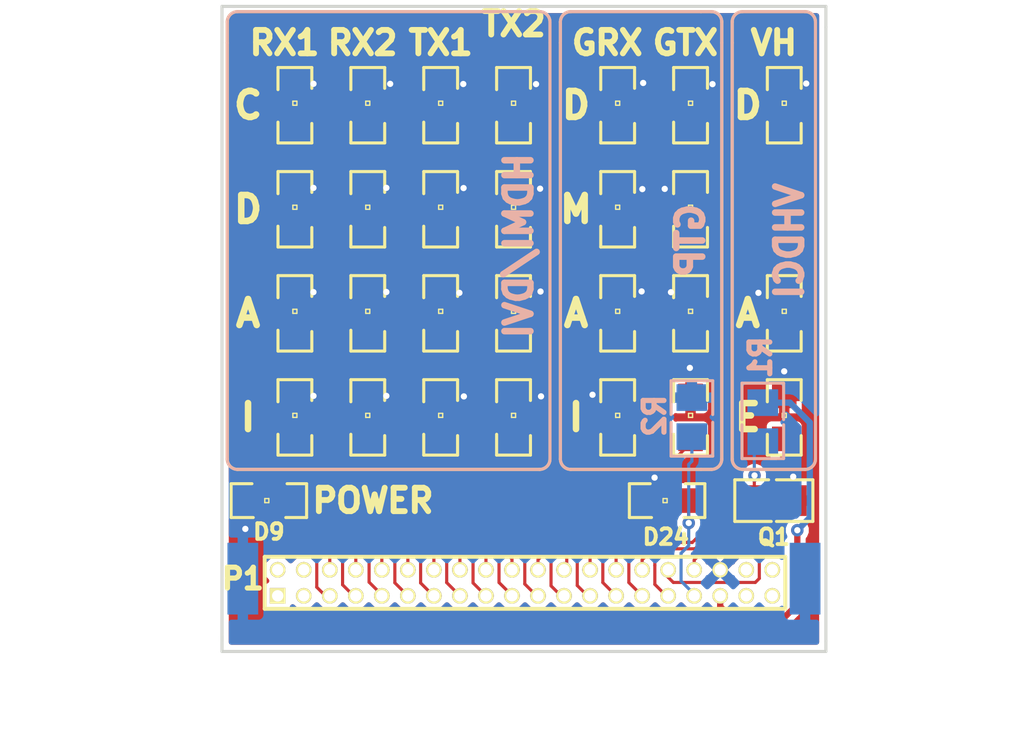
<source format=kicad_pcb>
(kicad_pcb (version 3) (host pcbnew "(2013-07-07 BZR 4022)-stable")

  (general
    (links 66)
    (no_connects 0)
    (area 121.062751 55.88635 173.32325 92.456)
    (thickness 1.6)
    (drawings 97)
    (tracks 314)
    (zones 0)
    (modules 35)
    (nets 33)
  )

  (page A4)
  (layers
    (15 F.Cu signal)
    (0 B.Cu signal)
    (16 B.Adhes user)
    (17 F.Adhes user)
    (18 B.Paste user)
    (19 F.Paste user)
    (20 B.SilkS user)
    (21 F.SilkS user)
    (22 B.Mask user)
    (23 F.Mask user)
    (24 Dwgs.User user)
    (25 Cmts.User user)
    (26 Eco1.User user)
    (27 Eco2.User user)
    (28 Edge.Cuts user)
  )

  (setup
    (last_trace_width 0.3048)
    (user_trace_width 0.3048)
    (trace_clearance 0.1524)
    (zone_clearance 0.254)
    (zone_45_only no)
    (trace_min 0.1524)
    (segment_width 0.15)
    (edge_width 0.15)
    (via_size 0.889)
    (via_drill 0.635)
    (via_min_size 0.6096)
    (via_min_drill 0.3048)
    (user_via 0.6096 0.3048)
    (uvia_size 0.508)
    (uvia_drill 0.127)
    (uvias_allowed no)
    (uvia_min_size 0.508)
    (uvia_min_drill 0.127)
    (pcb_text_width 0.762)
    (pcb_text_size 0.762 0.762)
    (mod_edge_width 0.15)
    (mod_text_size 0.762 0.762)
    (mod_text_width 0.762)
    (pad_size 0.762 0.762)
    (pad_drill 0.5588)
    (pad_to_mask_clearance 0.2)
    (aux_axis_origin 0 0)
    (visible_elements 7FFFFBBF)
    (pcbplotparams
      (layerselection 3178497)
      (usegerberextensions true)
      (excludeedgelayer true)
      (linewidth 0.150000)
      (plotframeref false)
      (viasonmask false)
      (mode 1)
      (useauxorigin false)
      (hpglpennumber 1)
      (hpglpenspeed 20)
      (hpglpendiameter 15)
      (hpglpenoverlay 2)
      (psnegative false)
      (psa4output false)
      (plotreference true)
      (plotvalue true)
      (plotothertext true)
      (plotinvisibletext false)
      (padsonsilk false)
      (subtractmaskfromsilk false)
      (outputformat 1)
      (mirror false)
      (drillshape 1)
      (scaleselection 1)
      (outputdirectory ""))
  )

  (net 0 "")
  (net 1 "/IR SENSE")
  (net 2 /LED-GRX-A)
  (net 3 /LED-GRX-D)
  (net 4 /LED-GRX-E)
  (net 5 /LED-GRX-M)
  (net 6 /LED-GTX-A)
  (net 7 /LED-GTX-D)
  (net 8 /LED-GTX-E)
  (net 9 /LED-GTX-M)
  (net 10 /LED-IR)
  (net 11 /LED-PGOOD)
  (net 12 /LED-RX1-A)
  (net 13 /LED-RX1-C)
  (net 14 /LED-RX1-D)
  (net 15 /LED-RX1-E)
  (net 16 /LED-RX2-A)
  (net 17 /LED-RX2-C)
  (net 18 /LED-RX2-D)
  (net 19 /LED-RX2-E)
  (net 20 /LED-TX1-A)
  (net 21 /LED-TX1-C)
  (net 22 /LED-TX1-D)
  (net 23 /LED-TX1-E)
  (net 24 /LED-TX2-A)
  (net 25 /LED-TX2-C)
  (net 26 /LED-TX2-D)
  (net 27 /LED-TX2-E)
  (net 28 /LED-V-A)
  (net 29 /LED-V-D)
  (net 30 /LED-V-E)
  (net 31 /VCC3V3)
  (net 32 GND)

  (net_class Default "This is the default net class."
    (clearance 0.1524)
    (trace_width 0.1524)
    (via_dia 0.889)
    (via_drill 0.635)
    (uvia_dia 0.508)
    (uvia_drill 0.127)
    (add_net "")
    (add_net "/IR SENSE")
    (add_net /LED-GRX-A)
    (add_net /LED-GRX-D)
    (add_net /LED-GRX-E)
    (add_net /LED-GRX-M)
    (add_net /LED-GTX-A)
    (add_net /LED-GTX-D)
    (add_net /LED-GTX-E)
    (add_net /LED-GTX-M)
    (add_net /LED-IR)
    (add_net /LED-PGOOD)
    (add_net /LED-RX1-A)
    (add_net /LED-RX1-C)
    (add_net /LED-RX1-D)
    (add_net /LED-RX1-E)
    (add_net /LED-RX2-A)
    (add_net /LED-RX2-C)
    (add_net /LED-RX2-D)
    (add_net /LED-RX2-E)
    (add_net /LED-TX1-A)
    (add_net /LED-TX1-C)
    (add_net /LED-TX1-D)
    (add_net /LED-TX1-E)
    (add_net /LED-TX2-A)
    (add_net /LED-TX2-C)
    (add_net /LED-TX2-D)
    (add_net /LED-TX2-E)
    (add_net /LED-V-A)
    (add_net /LED-V-D)
    (add_net /LED-V-E)
    (add_net /VCC3V3)
    (add_net GND)
  )

  (module PIN_ARRAY_20X2_50mil   locked (layer F.Cu) (tedit 5396E984) (tstamp 53969F9A)
    (at 146.8628 84.2772)
    (descr "Double rangee de contacts 2 x 12 pins")
    (tags CONN)
    (path /536CFD49)
    (fp_text reference P1 (at -13.7668 -0.2032) (layer F.SilkS)
      (effects (font (size 1.016 1.016) (thickness 0.254)))
    )
    (fp_text value CONN_20X2 (at 0 3.81) (layer F.SilkS) hide
      (effects (font (size 1.016 1.016) (thickness 0.2032)))
    )
    (fp_line (start 12.7 -1.27) (end 12.7 1.27) (layer F.SilkS) (width 0.1905))
    (fp_line (start 12.7 1.27) (end -12.7 1.27) (layer F.SilkS) (width 0.1905))
    (fp_line (start -12.7 1.27) (end -12.7 -1.27) (layer F.SilkS) (width 0.1905))
    (fp_line (start -12.7 -1.27) (end 12.7 -1.27) (layer F.SilkS) (width 0.1905))
    (pad 1 thru_hole rect (at -12.065 0.635) (size 0.762 0.762) (drill 0.5588)
      (layers *.Cu *.Mask F.SilkS)
      (clearance 0.0254)
    )
    (pad 2 thru_hole circle (at -12.065 -0.635) (size 0.762 0.762) (drill 0.5588)
      (layers *.Cu *.Mask F.SilkS)
      (clearance 0.0254)
    )
    (pad 3 thru_hole circle (at -10.795 0.635) (size 0.762 0.762) (drill 0.5588)
      (layers *.Cu *.Mask F.SilkS)
      (clearance 0.0254)
    )
    (pad 4 thru_hole circle (at -10.795 -0.635) (size 0.762 0.762) (drill 0.5588)
      (layers *.Cu *.Mask F.SilkS)
      (clearance 0.0254)
    )
    (pad 5 thru_hole circle (at -9.525 0.635) (size 0.762 0.762) (drill 0.5588)
      (layers *.Cu *.Mask F.SilkS)
      (net 11 /LED-PGOOD)
      (clearance 0.0254)
    )
    (pad 6 thru_hole circle (at -9.525 -0.635) (size 0.762 0.762) (drill 0.5588)
      (layers *.Cu *.Mask F.SilkS)
      (net 13 /LED-RX1-C)
      (clearance 0.0254)
    )
    (pad 7 thru_hole circle (at -8.255 0.635) (size 0.762 0.762) (drill 0.5588)
      (layers *.Cu *.Mask F.SilkS)
      (net 14 /LED-RX1-D)
      (clearance 0.0254)
    )
    (pad 8 thru_hole circle (at -8.255 -0.635) (size 0.762 0.762) (drill 0.5588)
      (layers *.Cu *.Mask F.SilkS)
      (net 12 /LED-RX1-A)
      (clearance 0.0254)
    )
    (pad 9 thru_hole circle (at -6.985 0.635) (size 0.762 0.762) (drill 0.5588)
      (layers *.Cu *.Mask F.SilkS)
      (net 15 /LED-RX1-E)
      (clearance 0.0254)
    )
    (pad 10 thru_hole circle (at -6.985 -0.635) (size 0.762 0.762) (drill 0.5588)
      (layers *.Cu *.Mask F.SilkS)
      (net 17 /LED-RX2-C)
      (clearance 0.0254)
    )
    (pad 11 thru_hole circle (at -5.715 0.635) (size 0.762 0.762) (drill 0.5588)
      (layers *.Cu *.Mask F.SilkS)
      (net 18 /LED-RX2-D)
      (clearance 0.0254)
    )
    (pad 12 thru_hole circle (at -5.715 -0.635) (size 0.762 0.762) (drill 0.5588)
      (layers *.Cu *.Mask F.SilkS)
      (net 16 /LED-RX2-A)
      (clearance 0.0254)
    )
    (pad 13 thru_hole circle (at -4.445 0.635) (size 0.762 0.762) (drill 0.5588)
      (layers *.Cu *.Mask F.SilkS)
      (net 19 /LED-RX2-E)
      (clearance 0.0254)
    )
    (pad 14 thru_hole circle (at -4.445 -0.635) (size 0.762 0.762) (drill 0.5588)
      (layers *.Cu *.Mask F.SilkS)
      (net 21 /LED-TX1-C)
      (clearance 0.0254)
    )
    (pad 15 thru_hole circle (at -3.175 0.635) (size 0.762 0.762) (drill 0.5588)
      (layers *.Cu *.Mask F.SilkS)
      (net 22 /LED-TX1-D)
      (clearance 0.0254)
    )
    (pad 16 thru_hole circle (at -3.175 -0.635) (size 0.762 0.762) (drill 0.5588)
      (layers *.Cu *.Mask F.SilkS)
      (net 20 /LED-TX1-A)
      (clearance 0.0254)
    )
    (pad 17 thru_hole circle (at -1.905 0.635) (size 0.762 0.762) (drill 0.5588)
      (layers *.Cu *.Mask F.SilkS)
      (net 23 /LED-TX1-E)
      (clearance 0.0254)
    )
    (pad 18 thru_hole circle (at -1.905 -0.635) (size 0.762 0.762) (drill 0.5588)
      (layers *.Cu *.Mask F.SilkS)
      (net 25 /LED-TX2-C)
      (clearance 0.0254)
    )
    (pad 19 thru_hole circle (at -0.635 0.635) (size 0.762 0.762) (drill 0.5588)
      (layers *.Cu *.Mask F.SilkS)
      (net 26 /LED-TX2-D)
      (clearance 0.0254)
    )
    (pad 20 thru_hole circle (at -0.635 -0.635) (size 0.762 0.762) (drill 0.5588)
      (layers *.Cu *.Mask F.SilkS)
      (net 24 /LED-TX2-A)
      (clearance 0.0254)
    )
    (pad 21 thru_hole circle (at 0.635 0.635) (size 0.762 0.762) (drill 0.5588)
      (layers *.Cu *.Mask F.SilkS)
      (net 27 /LED-TX2-E)
      (clearance 0.0254)
    )
    (pad 22 thru_hole circle (at 0.635 -0.635) (size 0.762 0.762) (drill 0.5588)
      (layers *.Cu *.Mask F.SilkS)
      (net 3 /LED-GRX-D)
      (clearance 0.0254)
    )
    (pad 23 thru_hole circle (at 1.905 0.635) (size 0.762 0.762) (drill 0.5588)
      (layers *.Cu *.Mask F.SilkS)
      (net 5 /LED-GRX-M)
      (clearance 0.0254)
    )
    (pad 24 thru_hole circle (at 1.905 -0.635) (size 0.762 0.762) (drill 0.5588)
      (layers *.Cu *.Mask F.SilkS)
      (net 2 /LED-GRX-A)
      (clearance 0.0254)
    )
    (pad 25 thru_hole circle (at 3.175 0.635) (size 0.762 0.762) (drill 0.5588)
      (layers *.Cu *.Mask F.SilkS)
      (net 4 /LED-GRX-E)
      (clearance 0.0254)
    )
    (pad 26 thru_hole circle (at 3.175 -0.635) (size 0.762 0.762) (drill 0.5588)
      (layers *.Cu *.Mask F.SilkS)
      (net 7 /LED-GTX-D)
      (clearance 0.0254)
    )
    (pad 27 thru_hole circle (at 4.445 0.635) (size 0.762 0.762) (drill 0.5588)
      (layers *.Cu *.Mask F.SilkS)
      (net 9 /LED-GTX-M)
      (clearance 0.0254)
    )
    (pad 28 thru_hole circle (at 4.445 -0.635) (size 0.762 0.762) (drill 0.5588)
      (layers *.Cu *.Mask F.SilkS)
      (net 6 /LED-GTX-A)
      (clearance 0.0254)
    )
    (pad 29 thru_hole circle (at 5.715 0.635) (size 0.762 0.762) (drill 0.5588)
      (layers *.Cu *.Mask F.SilkS)
      (net 8 /LED-GTX-E)
      (clearance 0.0254)
    )
    (pad 30 thru_hole circle (at 5.715 -0.635) (size 0.762 0.762) (drill 0.5588)
      (layers *.Cu *.Mask F.SilkS)
      (net 29 /LED-V-D)
      (clearance 0.0254)
    )
    (pad 31 thru_hole circle (at 6.985 0.635) (size 0.762 0.762) (drill 0.5588)
      (layers *.Cu *.Mask F.SilkS)
      (net 28 /LED-V-A)
      (clearance 0.0254)
    )
    (pad 32 thru_hole circle (at 6.985 -0.635) (size 0.762 0.762) (drill 0.5588)
      (layers *.Cu *.Mask F.SilkS)
      (net 30 /LED-V-E)
      (clearance 0.0254)
    )
    (pad 33 thru_hole circle (at 8.255 0.635) (size 0.762 0.762) (drill 0.5588)
      (layers *.Cu *.Mask F.SilkS)
      (net 10 /LED-IR)
      (clearance 0.0254)
    )
    (pad 34 thru_hole circle (at 8.255 -0.635) (size 0.762 0.762) (drill 0.5588)
      (layers *.Cu *.Mask F.SilkS)
      (net 1 "/IR SENSE")
      (clearance 0.0254)
    )
    (pad 35 thru_hole circle (at 9.525 0.635) (size 0.762 0.762) (drill 0.5588)
      (layers *.Cu *.Mask F.SilkS)
      (net 31 /VCC3V3)
      (clearance 0.0254)
    )
    (pad 36 thru_hole circle (at 9.525 -0.635) (size 0.762 0.762) (drill 0.5588)
      (layers *.Cu *.Mask F.SilkS)
      (net 32 GND)
      (clearance 0.0254)
    )
    (pad 37 thru_hole circle (at 10.795 0.635) (size 0.762 0.762) (drill 0.5588)
      (layers *.Cu *.Mask F.SilkS)
      (clearance 0.0254)
    )
    (pad 38 thru_hole circle (at 10.795 -0.635) (size 0.762 0.762) (drill 0.5588)
      (layers *.Cu *.Mask F.SilkS)
      (clearance 0.0254)
    )
    (pad 39 thru_hole circle (at 12.065 0.635) (size 0.762 0.762) (drill 0.5588)
      (layers *.Cu *.Mask F.SilkS)
      (clearance 0.0254)
    )
    (pad 40 thru_hole circle (at 12.065 -0.635) (size 0.762 0.762) (drill 0.5588)
      (layers *.Cu *.Mask F.SilkS)
      (clearance 0.0254)
    )
    (model pin_array/pins_array_20x2.wrl
      (at (xyz 0 0 0))
      (scale (xyz 1 1 1))
      (rotate (xyz 0 0 0))
    )
  )

  (module c_0805 (layer B.Cu) (tedit 5396F187) (tstamp 53969F6A)
    (at 158.46552 76.43368 270)
    (descr "SMT capacitor, 0805")
    (path /53969B63)
    (fp_text reference R1 (at -3.1623 0.11684 270) (layer B.SilkS)
      (effects (font (size 1.016 1.016) (thickness 0.254)) (justify mirror))
    )
    (fp_text value 2.2K (at 0 -0.9906 270) (layer B.SilkS) hide
      (effects (font (size 0.29972 0.29972) (thickness 0.06096)) (justify mirror))
    )
    (fp_line (start 0.127 1.016) (end 1.778 1.016) (layer B.SilkS) (width 0.15))
    (fp_line (start 1.778 1.016) (end 1.778 -1.016) (layer B.SilkS) (width 0.15))
    (fp_line (start 1.778 -1.016) (end 0.127 -1.016) (layer B.SilkS) (width 0.15))
    (fp_line (start -0.127 1.016) (end -1.905 1.016) (layer B.SilkS) (width 0.15))
    (fp_line (start -1.905 1.016) (end -1.905 -1.016) (layer B.SilkS) (width 0.15))
    (fp_line (start -1.905 -1.016) (end -0.127 -1.016) (layer B.SilkS) (width 0.15))
    (pad 1 smd rect (at 0.9525 0 270) (size 1.30048 1.4986)
      (layers B.Cu B.Paste B.Mask)
      (net 1 "/IR SENSE")
    )
    (pad 2 smd rect (at -0.9525 0 270) (size 1.30048 1.4986)
      (layers B.Cu B.Paste B.Mask)
      (net 31 /VCC3V3)
    )
    (model smd/capacitors/c_0805.wrl
      (at (xyz 0 0 0))
      (scale (xyz 1 1 1))
      (rotate (xyz 0 0 0))
    )
  )

  (module c_0805 (layer F.Cu) (tedit 5396DA3D) (tstamp 53969F5E)
    (at 159.004 80.264)
    (descr "SMT capacitor, 0805")
    (path /53969370)
    (fp_text reference Q1 (at 0 1.778) (layer F.SilkS)
      (effects (font (size 0.762 0.762) (thickness 0.1905)))
    )
    (fp_text value OPTO_NPN (at 0 0.9906) (layer F.SilkS) hide
      (effects (font (size 0.29972 0.29972) (thickness 0.06096)))
    )
    (fp_line (start 0.127 1.016) (end 1.905 1.016) (layer F.SilkS) (width 0.15))
    (fp_line (start 1.905 1.016) (end 1.905 -1.016) (layer F.SilkS) (width 0.15))
    (fp_line (start 1.905 -1.016) (end 0.127 -1.016) (layer F.SilkS) (width 0.15))
    (fp_line (start -0.254 -1.016) (end -1.905 -1.016) (layer F.SilkS) (width 0.15))
    (fp_line (start -1.905 -1.016) (end -1.905 1.016) (layer F.SilkS) (width 0.15))
    (fp_line (start -1.905 1.016) (end -0.127 1.016) (layer F.SilkS) (width 0.15))
    (pad 1 smd rect (at 0.9525 0) (size 1.30048 1.4986)
      (layers F.Cu F.Paste F.Mask)
      (net 32 GND)
    )
    (pad 2 smd rect (at -0.9525 0) (size 1.30048 1.4986)
      (layers F.Cu F.Paste F.Mask)
      (net 1 "/IR SENSE")
    )
    (model smd/capacitors/c_0805.wrl
      (at (xyz 0 0 0))
      (scale (xyz 1 1 1))
      (rotate (xyz 0 0 0))
    )
  )

  (module c_0805 (layer B.Cu) (tedit 5396F0B0) (tstamp 53969F64)
    (at 155.00604 76.1873 90)
    (descr "SMT capacitor, 0805")
    (path /53969FCC)
    (fp_text reference R2 (at 0.0635 -1.82118 90) (layer B.SilkS)
      (effects (font (size 1.016 1.016) (thickness 0.254)) (justify mirror))
    )
    (fp_text value 2.2K (at 0 -0.9906 90) (layer B.SilkS) hide
      (effects (font (size 0.29972 0.29972) (thickness 0.06096)) (justify mirror))
    )
    (fp_line (start 0.127 1.016) (end 1.778 1.016) (layer B.SilkS) (width 0.15))
    (fp_line (start 1.778 1.016) (end 1.778 -1.016) (layer B.SilkS) (width 0.15))
    (fp_line (start 1.778 -1.016) (end 0.127 -1.016) (layer B.SilkS) (width 0.15))
    (fp_line (start -1.905 1.016) (end -0.254 1.016) (layer B.SilkS) (width 0.15))
    (fp_line (start -1.905 1.016) (end -1.905 -1.016) (layer B.SilkS) (width 0.15))
    (fp_line (start -1.905 -1.016) (end -0.254 -1.016) (layer B.SilkS) (width 0.15))
    (pad 1 smd rect (at 0.9525 0 90) (size 1.30048 1.4986)
      (layers B.Cu B.Paste B.Mask)
      (net 32 GND)
    )
    (pad 2 smd rect (at -0.9525 0 90) (size 1.30048 1.4986)
      (layers B.Cu B.Paste B.Mask)
      (net 10 /LED-IR)
    )
    (model smd/capacitors/c_0805.wrl
      (at (xyz 0 0 0))
      (scale (xyz 1 1 1))
      (rotate (xyz 0 0 0))
    )
  )

  (module MH-3.2MM   locked (layer B.Cu) (tedit 5396E86B) (tstamp 53977972)
    (at 133.096 84.074)
    (descr "module 1 pin (ou trou mecanique de percage)")
    (tags DEV)
    (path 1pin)
    (fp_text reference 1PIN (at 0 3.048) (layer B.SilkS) hide
      (effects (font (size 1.016 1.016) (thickness 0.254)) (justify mirror))
    )
    (fp_text value P*** (at 0 -2.794) (layer B.SilkS) hide
      (effects (font (size 1.016 1.016) (thickness 0.254)) (justify mirror))
    )
    (pad 0 smd rect (at 0 0) (size 1.5 3.5)
      (layers B.Cu B.Paste B.Mask)
      (net 32 GND)
    )
  )

  (module MH-3.2MM   locked (layer B.Cu) (tedit 5396E862) (tstamp 5396DEEF)
    (at 160.528 84.074)
    (descr "module 1 pin (ou trou mecanique de percage)")
    (tags DEV)
    (path 1pin)
    (fp_text reference 1PIN (at 0 3.048) (layer B.SilkS) hide
      (effects (font (size 1.016 1.016) (thickness 0.254)) (justify mirror))
    )
    (fp_text value P*** (at 0 -2.794) (layer B.SilkS) hide
      (effects (font (size 1.016 1.016) (thickness 0.254)) (justify mirror))
    )
    (pad 0 smd rect (at 0 0) (size 1.5 3.5)
      (layers B.Cu B.Paste B.Mask)
      (net 32 GND)
    )
  )

  (module LED-0805 (layer F.Cu) (tedit 5396DA85) (tstamp 53969FBA)
    (at 151.384 71.12 90)
    (descr "LED 0805 smd package")
    (tags "LED 0805 SMD")
    (path /5396991E)
    (attr smd)
    (fp_text reference D7 (at 3.429 0 90) (layer F.SilkS) hide
      (effects (font (size 0.762 0.762) (thickness 0.1905)))
    )
    (fp_text value LED (at 0 1.27 90) (layer F.SilkS) hide
      (effects (font (size 0.762 0.762) (thickness 0.127)))
    )
    (fp_line (start -0.889 0.8255) (end -1.8415 0.8255) (layer F.SilkS) (width 0.15))
    (fp_line (start -1.8415 0.8255) (end -1.8415 -0.8255) (layer F.SilkS) (width 0.15))
    (fp_line (start -1.8415 -0.8255) (end -0.8255 -0.8255) (layer F.SilkS) (width 0.15))
    (fp_line (start 0.762 -0.8255) (end 1.8415 -0.8255) (layer F.SilkS) (width 0.15))
    (fp_line (start 1.8415 -0.8255) (end 1.8415 0.8255) (layer F.SilkS) (width 0.15))
    (fp_line (start 1.8415 0.8255) (end 0.8255 0.8255) (layer F.SilkS) (width 0.15))
    (fp_line (start 0 -0.09906) (end 0 0.09906) (layer F.SilkS) (width 0.06604))
    (fp_line (start 0 0.09906) (end 0.19812 0.09906) (layer F.SilkS) (width 0.06604))
    (fp_line (start 0.19812 -0.09906) (end 0.19812 0.09906) (layer F.SilkS) (width 0.06604))
    (fp_line (start 0 -0.09906) (end 0.19812 -0.09906) (layer F.SilkS) (width 0.06604))
    (pad 1 smd rect (at -1.04902 0 90) (size 1.19888 1.19888)
      (layers F.Cu F.Paste F.Mask)
      (net 2 /LED-GRX-A)
    )
    (pad 2 smd rect (at 1.04902 0 90) (size 1.19888 1.19888)
      (layers F.Cu F.Paste F.Mask)
      (net 32 GND)
    )
  )

  (module LED-0805 (layer F.Cu) (tedit 5396DA5D) (tstamp 53969FCA)
    (at 154.94 60.96 90)
    (descr "LED 0805 smd package")
    (tags "LED 0805 SMD")
    (path /5396992A)
    (attr smd)
    (fp_text reference D15 (at 3.556 0 90) (layer F.SilkS) hide
      (effects (font (size 0.762 0.762) (thickness 0.1905)))
    )
    (fp_text value LED (at 0 1.27 90) (layer F.SilkS) hide
      (effects (font (size 0.762 0.762) (thickness 0.127)))
    )
    (fp_line (start -0.889 0.8255) (end -1.8415 0.8255) (layer F.SilkS) (width 0.15))
    (fp_line (start -1.8415 0.8255) (end -1.8415 -0.8255) (layer F.SilkS) (width 0.15))
    (fp_line (start -1.8415 -0.8255) (end -0.8255 -0.8255) (layer F.SilkS) (width 0.15))
    (fp_line (start 0.762 -0.8255) (end 1.8415 -0.8255) (layer F.SilkS) (width 0.15))
    (fp_line (start 1.8415 -0.8255) (end 1.8415 0.8255) (layer F.SilkS) (width 0.15))
    (fp_line (start 1.8415 0.8255) (end 0.8255 0.8255) (layer F.SilkS) (width 0.15))
    (fp_line (start 0 -0.09906) (end 0 0.09906) (layer F.SilkS) (width 0.06604))
    (fp_line (start 0 0.09906) (end 0.19812 0.09906) (layer F.SilkS) (width 0.06604))
    (fp_line (start 0.19812 -0.09906) (end 0.19812 0.09906) (layer F.SilkS) (width 0.06604))
    (fp_line (start 0 -0.09906) (end 0.19812 -0.09906) (layer F.SilkS) (width 0.06604))
    (pad 1 smd rect (at -1.04902 0 90) (size 1.19888 1.19888)
      (layers F.Cu F.Paste F.Mask)
      (net 7 /LED-GTX-D)
    )
    (pad 2 smd rect (at 1.04902 0 90) (size 1.19888 1.19888)
      (layers F.Cu F.Paste F.Mask)
      (net 32 GND)
    )
  )

  (module LED-0805 (layer F.Cu) (tedit 5396DA74) (tstamp 53969FEA)
    (at 154.94 66.04 90)
    (descr "LED 0805 smd package")
    (tags "LED 0805 SMD")
    (path /53969936)
    (attr smd)
    (fp_text reference D17 (at 3.429 0 90) (layer F.SilkS) hide
      (effects (font (size 0.762 0.762) (thickness 0.1905)))
    )
    (fp_text value LED (at 0 1.27 90) (layer F.SilkS) hide
      (effects (font (size 0.762 0.762) (thickness 0.127)))
    )
    (fp_line (start -0.889 0.8255) (end -1.8415 0.8255) (layer F.SilkS) (width 0.15))
    (fp_line (start -1.8415 0.8255) (end -1.8415 -0.8255) (layer F.SilkS) (width 0.15))
    (fp_line (start -1.8415 -0.8255) (end -0.8255 -0.8255) (layer F.SilkS) (width 0.15))
    (fp_line (start 0.762 -0.8255) (end 1.8415 -0.8255) (layer F.SilkS) (width 0.15))
    (fp_line (start 1.8415 -0.8255) (end 1.8415 0.8255) (layer F.SilkS) (width 0.15))
    (fp_line (start 1.8415 0.8255) (end 0.8255 0.8255) (layer F.SilkS) (width 0.15))
    (fp_line (start 0 -0.09906) (end 0 0.09906) (layer F.SilkS) (width 0.06604))
    (fp_line (start 0 0.09906) (end 0.19812 0.09906) (layer F.SilkS) (width 0.06604))
    (fp_line (start 0.19812 -0.09906) (end 0.19812 0.09906) (layer F.SilkS) (width 0.06604))
    (fp_line (start 0 -0.09906) (end 0.19812 -0.09906) (layer F.SilkS) (width 0.06604))
    (pad 1 smd rect (at -1.04902 0 90) (size 1.19888 1.19888)
      (layers F.Cu F.Paste F.Mask)
      (net 9 /LED-GTX-M)
    )
    (pad 2 smd rect (at 1.04902 0 90) (size 1.19888 1.19888)
      (layers F.Cu F.Paste F.Mask)
      (net 32 GND)
    )
  )

  (module LED-0805 (layer F.Cu) (tedit 5396DA88) (tstamp 53969FFA)
    (at 154.94 71.12 90)
    (descr "LED 0805 smd package")
    (tags "LED 0805 SMD")
    (path /5396993C)
    (attr smd)
    (fp_text reference D18 (at 3.429 0 90) (layer F.SilkS) hide
      (effects (font (size 0.762 0.762) (thickness 0.1905)))
    )
    (fp_text value LED (at 0 1.27 90) (layer F.SilkS) hide
      (effects (font (size 0.762 0.762) (thickness 0.127)))
    )
    (fp_line (start -0.889 0.8255) (end -1.8415 0.8255) (layer F.SilkS) (width 0.15))
    (fp_line (start -1.8415 0.8255) (end -1.8415 -0.8255) (layer F.SilkS) (width 0.15))
    (fp_line (start -1.8415 -0.8255) (end -0.8255 -0.8255) (layer F.SilkS) (width 0.15))
    (fp_line (start 0.762 -0.8255) (end 1.8415 -0.8255) (layer F.SilkS) (width 0.15))
    (fp_line (start 1.8415 -0.8255) (end 1.8415 0.8255) (layer F.SilkS) (width 0.15))
    (fp_line (start 1.8415 0.8255) (end 0.8255 0.8255) (layer F.SilkS) (width 0.15))
    (fp_line (start 0 -0.09906) (end 0 0.09906) (layer F.SilkS) (width 0.06604))
    (fp_line (start 0 0.09906) (end 0.19812 0.09906) (layer F.SilkS) (width 0.06604))
    (fp_line (start 0.19812 -0.09906) (end 0.19812 0.09906) (layer F.SilkS) (width 0.06604))
    (fp_line (start 0 -0.09906) (end 0.19812 -0.09906) (layer F.SilkS) (width 0.06604))
    (pad 1 smd rect (at -1.04902 0 90) (size 1.19888 1.19888)
      (layers F.Cu F.Paste F.Mask)
      (net 6 /LED-GTX-A)
    )
    (pad 2 smd rect (at 1.04902 0 90) (size 1.19888 1.19888)
      (layers F.Cu F.Paste F.Mask)
      (net 32 GND)
    )
  )

  (module LED-0805 (layer F.Cu) (tedit 5396DA90) (tstamp 5396A00A)
    (at 154.94 76.2 90)
    (descr "LED 0805 smd package")
    (tags "LED 0805 SMD")
    (path /53969942)
    (attr smd)
    (fp_text reference D19 (at 3.429 0 90) (layer F.SilkS) hide
      (effects (font (size 0.762 0.762) (thickness 0.1905)))
    )
    (fp_text value LED (at 0 1.27 90) (layer F.SilkS) hide
      (effects (font (size 0.762 0.762) (thickness 0.127)))
    )
    (fp_line (start -0.889 0.8255) (end -1.8415 0.8255) (layer F.SilkS) (width 0.15))
    (fp_line (start -1.8415 0.8255) (end -1.8415 -0.8255) (layer F.SilkS) (width 0.15))
    (fp_line (start -1.8415 -0.8255) (end -0.8255 -0.8255) (layer F.SilkS) (width 0.15))
    (fp_line (start 0.762 -0.8255) (end 1.8415 -0.8255) (layer F.SilkS) (width 0.15))
    (fp_line (start 1.8415 -0.8255) (end 1.8415 0.8255) (layer F.SilkS) (width 0.15))
    (fp_line (start 1.8415 0.8255) (end 0.8255 0.8255) (layer F.SilkS) (width 0.15))
    (fp_line (start 0 -0.09906) (end 0 0.09906) (layer F.SilkS) (width 0.06604))
    (fp_line (start 0 0.09906) (end 0.19812 0.09906) (layer F.SilkS) (width 0.06604))
    (fp_line (start 0.19812 -0.09906) (end 0.19812 0.09906) (layer F.SilkS) (width 0.06604))
    (fp_line (start 0 -0.09906) (end 0.19812 -0.09906) (layer F.SilkS) (width 0.06604))
    (pad 1 smd rect (at -1.04902 0 90) (size 1.19888 1.19888)
      (layers F.Cu F.Paste F.Mask)
      (net 8 /LED-GTX-E)
    )
    (pad 2 smd rect (at 1.04902 0 90) (size 1.19888 1.19888)
      (layers F.Cu F.Paste F.Mask)
      (net 32 GND)
    )
  )

  (module LED-0805 (layer F.Cu) (tedit 5396DA94) (tstamp 5396A01A)
    (at 151.384 76.2 90)
    (descr "LED 0805 smd package")
    (tags "LED 0805 SMD")
    (path /53969924)
    (attr smd)
    (fp_text reference D8 (at 3.429 0 90) (layer F.SilkS) hide
      (effects (font (size 0.762 0.762) (thickness 0.1905)))
    )
    (fp_text value LED (at 0 1.27 90) (layer F.SilkS) hide
      (effects (font (size 0.762 0.762) (thickness 0.127)))
    )
    (fp_line (start -0.889 0.8255) (end -1.8415 0.8255) (layer F.SilkS) (width 0.15))
    (fp_line (start -1.8415 0.8255) (end -1.8415 -0.8255) (layer F.SilkS) (width 0.15))
    (fp_line (start -1.8415 -0.8255) (end -0.8255 -0.8255) (layer F.SilkS) (width 0.15))
    (fp_line (start 0.762 -0.8255) (end 1.8415 -0.8255) (layer F.SilkS) (width 0.15))
    (fp_line (start 1.8415 -0.8255) (end 1.8415 0.8255) (layer F.SilkS) (width 0.15))
    (fp_line (start 1.8415 0.8255) (end 0.8255 0.8255) (layer F.SilkS) (width 0.15))
    (fp_line (start 0 -0.09906) (end 0 0.09906) (layer F.SilkS) (width 0.06604))
    (fp_line (start 0 0.09906) (end 0.19812 0.09906) (layer F.SilkS) (width 0.06604))
    (fp_line (start 0.19812 -0.09906) (end 0.19812 0.09906) (layer F.SilkS) (width 0.06604))
    (fp_line (start 0 -0.09906) (end 0.19812 -0.09906) (layer F.SilkS) (width 0.06604))
    (pad 1 smd rect (at -1.04902 0 90) (size 1.19888 1.19888)
      (layers F.Cu F.Paste F.Mask)
      (net 4 /LED-GRX-E)
    )
    (pad 2 smd rect (at 1.04902 0 90) (size 1.19888 1.19888)
      (layers F.Cu F.Paste F.Mask)
      (net 32 GND)
    )
  )

  (module LED-0805 (layer F.Cu) (tedit 5396DA5B) (tstamp 5396A02A)
    (at 151.384 60.96 90)
    (descr "LED 0805 smd package")
    (tags "LED 0805 SMD")
    (path /53969912)
    (attr smd)
    (fp_text reference D5 (at 3.048 0 90) (layer F.SilkS) hide
      (effects (font (size 0.762 0.762) (thickness 0.1905)))
    )
    (fp_text value LED (at 0 1.27 90) (layer F.SilkS) hide
      (effects (font (size 0.762 0.762) (thickness 0.127)))
    )
    (fp_line (start -0.889 0.8255) (end -1.8415 0.8255) (layer F.SilkS) (width 0.15))
    (fp_line (start -1.8415 0.8255) (end -1.8415 -0.8255) (layer F.SilkS) (width 0.15))
    (fp_line (start -1.8415 -0.8255) (end -0.8255 -0.8255) (layer F.SilkS) (width 0.15))
    (fp_line (start 0.762 -0.8255) (end 1.8415 -0.8255) (layer F.SilkS) (width 0.15))
    (fp_line (start 1.8415 -0.8255) (end 1.8415 0.8255) (layer F.SilkS) (width 0.15))
    (fp_line (start 1.8415 0.8255) (end 0.8255 0.8255) (layer F.SilkS) (width 0.15))
    (fp_line (start 0 -0.09906) (end 0 0.09906) (layer F.SilkS) (width 0.06604))
    (fp_line (start 0 0.09906) (end 0.19812 0.09906) (layer F.SilkS) (width 0.06604))
    (fp_line (start 0.19812 -0.09906) (end 0.19812 0.09906) (layer F.SilkS) (width 0.06604))
    (fp_line (start 0 -0.09906) (end 0.19812 -0.09906) (layer F.SilkS) (width 0.06604))
    (pad 1 smd rect (at -1.04902 0 90) (size 1.19888 1.19888)
      (layers F.Cu F.Paste F.Mask)
      (net 3 /LED-GRX-D)
    )
    (pad 2 smd rect (at 1.04902 0 90) (size 1.19888 1.19888)
      (layers F.Cu F.Paste F.Mask)
      (net 32 GND)
    )
  )

  (module LED-0805 (layer F.Cu) (tedit 5396DA60) (tstamp 5396A03A)
    (at 159.512 60.96 90)
    (descr "LED 0805 smd package")
    (tags "LED 0805 SMD")
    (path /53969991)
    (attr smd)
    (fp_text reference D26 (at 3.429 0 90) (layer F.SilkS) hide
      (effects (font (size 0.762 0.762) (thickness 0.1905)))
    )
    (fp_text value LED (at 0 1.27 90) (layer F.SilkS) hide
      (effects (font (size 0.762 0.762) (thickness 0.127)))
    )
    (fp_line (start -0.889 0.8255) (end -1.8415 0.8255) (layer F.SilkS) (width 0.15))
    (fp_line (start -1.8415 0.8255) (end -1.8415 -0.8255) (layer F.SilkS) (width 0.15))
    (fp_line (start -1.8415 -0.8255) (end -0.8255 -0.8255) (layer F.SilkS) (width 0.15))
    (fp_line (start 0.762 -0.8255) (end 1.8415 -0.8255) (layer F.SilkS) (width 0.15))
    (fp_line (start 1.8415 -0.8255) (end 1.8415 0.8255) (layer F.SilkS) (width 0.15))
    (fp_line (start 1.8415 0.8255) (end 0.8255 0.8255) (layer F.SilkS) (width 0.15))
    (fp_line (start 0 -0.09906) (end 0 0.09906) (layer F.SilkS) (width 0.06604))
    (fp_line (start 0 0.09906) (end 0.19812 0.09906) (layer F.SilkS) (width 0.06604))
    (fp_line (start 0.19812 -0.09906) (end 0.19812 0.09906) (layer F.SilkS) (width 0.06604))
    (fp_line (start 0 -0.09906) (end 0.19812 -0.09906) (layer F.SilkS) (width 0.06604))
    (pad 1 smd rect (at -1.04902 0 90) (size 1.19888 1.19888)
      (layers F.Cu F.Paste F.Mask)
      (net 29 /LED-V-D)
    )
    (pad 2 smd rect (at 1.04902 0 90) (size 1.19888 1.19888)
      (layers F.Cu F.Paste F.Mask)
      (net 32 GND)
    )
  )

  (module LED-0805 (layer F.Cu) (tedit 5396DA8B) (tstamp 5396A04A)
    (at 159.512 71.12 90)
    (descr "LED 0805 smd package")
    (tags "LED 0805 SMD")
    (path /53969997)
    (attr smd)
    (fp_text reference D27 (at 3.429 0 90) (layer F.SilkS) hide
      (effects (font (size 0.762 0.762) (thickness 0.1905)))
    )
    (fp_text value LED (at 0 1.27 90) (layer F.SilkS) hide
      (effects (font (size 0.762 0.762) (thickness 0.127)))
    )
    (fp_line (start -0.889 0.8255) (end -1.8415 0.8255) (layer F.SilkS) (width 0.15))
    (fp_line (start -1.8415 0.8255) (end -1.8415 -0.8255) (layer F.SilkS) (width 0.15))
    (fp_line (start -1.8415 -0.8255) (end -0.8255 -0.8255) (layer F.SilkS) (width 0.15))
    (fp_line (start 0.762 -0.8255) (end 1.8415 -0.8255) (layer F.SilkS) (width 0.15))
    (fp_line (start 1.8415 -0.8255) (end 1.8415 0.8255) (layer F.SilkS) (width 0.15))
    (fp_line (start 1.8415 0.8255) (end 0.8255 0.8255) (layer F.SilkS) (width 0.15))
    (fp_line (start 0 -0.09906) (end 0 0.09906) (layer F.SilkS) (width 0.06604))
    (fp_line (start 0 0.09906) (end 0.19812 0.09906) (layer F.SilkS) (width 0.06604))
    (fp_line (start 0.19812 -0.09906) (end 0.19812 0.09906) (layer F.SilkS) (width 0.06604))
    (fp_line (start 0 -0.09906) (end 0.19812 -0.09906) (layer F.SilkS) (width 0.06604))
    (pad 1 smd rect (at -1.04902 0 90) (size 1.19888 1.19888)
      (layers F.Cu F.Paste F.Mask)
      (net 28 /LED-V-A)
    )
    (pad 2 smd rect (at 1.04902 0 90) (size 1.19888 1.19888)
      (layers F.Cu F.Paste F.Mask)
      (net 32 GND)
    )
  )

  (module LED-0805 (layer F.Cu) (tedit 5396DA8E) (tstamp 5396A05A)
    (at 159.512 76.2 90)
    (descr "LED 0805 smd package")
    (tags "LED 0805 SMD")
    (path /5396999D)
    (attr smd)
    (fp_text reference D28 (at 3.429 0 90) (layer F.SilkS) hide
      (effects (font (size 0.762 0.762) (thickness 0.1905)))
    )
    (fp_text value LED (at 0 1.27 90) (layer F.SilkS) hide
      (effects (font (size 0.762 0.762) (thickness 0.127)))
    )
    (fp_line (start -0.889 0.8255) (end -1.8415 0.8255) (layer F.SilkS) (width 0.15))
    (fp_line (start -1.8415 0.8255) (end -1.8415 -0.8255) (layer F.SilkS) (width 0.15))
    (fp_line (start -1.8415 -0.8255) (end -0.8255 -0.8255) (layer F.SilkS) (width 0.15))
    (fp_line (start 0.762 -0.8255) (end 1.8415 -0.8255) (layer F.SilkS) (width 0.15))
    (fp_line (start 1.8415 -0.8255) (end 1.8415 0.8255) (layer F.SilkS) (width 0.15))
    (fp_line (start 1.8415 0.8255) (end 0.8255 0.8255) (layer F.SilkS) (width 0.15))
    (fp_line (start 0 -0.09906) (end 0 0.09906) (layer F.SilkS) (width 0.06604))
    (fp_line (start 0 0.09906) (end 0.19812 0.09906) (layer F.SilkS) (width 0.06604))
    (fp_line (start 0.19812 -0.09906) (end 0.19812 0.09906) (layer F.SilkS) (width 0.06604))
    (fp_line (start 0 -0.09906) (end 0.19812 -0.09906) (layer F.SilkS) (width 0.06604))
    (pad 1 smd rect (at -1.04902 0 90) (size 1.19888 1.19888)
      (layers F.Cu F.Paste F.Mask)
      (net 30 /LED-V-E)
    )
    (pad 2 smd rect (at 1.04902 0 90) (size 1.19888 1.19888)
      (layers F.Cu F.Paste F.Mask)
      (net 32 GND)
    )
  )

  (module LED-0805 (layer F.Cu) (tedit 5396DAB0) (tstamp 5396A06A)
    (at 134.366 80.264 180)
    (descr "LED 0805 smd package")
    (tags "LED 0805 SMD")
    (path /53969A27)
    (attr smd)
    (fp_text reference D9 (at 0 -1.524 180) (layer F.SilkS)
      (effects (font (size 0.762 0.762) (thickness 0.1905)))
    )
    (fp_text value LED (at 0 1.27 180) (layer F.SilkS) hide
      (effects (font (size 0.762 0.762) (thickness 0.127)))
    )
    (fp_line (start -0.889 0.8255) (end -1.8415 0.8255) (layer F.SilkS) (width 0.15))
    (fp_line (start -1.8415 0.8255) (end -1.8415 -0.8255) (layer F.SilkS) (width 0.15))
    (fp_line (start -1.8415 -0.8255) (end -0.8255 -0.8255) (layer F.SilkS) (width 0.15))
    (fp_line (start 0.762 -0.8255) (end 1.8415 -0.8255) (layer F.SilkS) (width 0.15))
    (fp_line (start 1.8415 -0.8255) (end 1.8415 0.8255) (layer F.SilkS) (width 0.15))
    (fp_line (start 1.8415 0.8255) (end 0.8255 0.8255) (layer F.SilkS) (width 0.15))
    (fp_line (start 0 -0.09906) (end 0 0.09906) (layer F.SilkS) (width 0.06604))
    (fp_line (start 0 0.09906) (end 0.19812 0.09906) (layer F.SilkS) (width 0.06604))
    (fp_line (start 0.19812 -0.09906) (end 0.19812 0.09906) (layer F.SilkS) (width 0.06604))
    (fp_line (start 0 -0.09906) (end 0.19812 -0.09906) (layer F.SilkS) (width 0.06604))
    (pad 1 smd rect (at -1.04902 0 180) (size 1.19888 1.19888)
      (layers F.Cu F.Paste F.Mask)
      (net 11 /LED-PGOOD)
    )
    (pad 2 smd rect (at 1.04902 0 180) (size 1.19888 1.19888)
      (layers F.Cu F.Paste F.Mask)
      (net 32 GND)
    )
  )

  (module LED-0805 (layer F.Cu) (tedit 5396EC57) (tstamp 5396D81E)
    (at 153.797 80.264 180)
    (descr "LED 0805 smd package")
    (tags "LED 0805 SMD")
    (path /53969A2D)
    (attr smd)
    (fp_text reference D24 (at 0.0635 -1.77292 180) (layer F.SilkS)
      (effects (font (size 0.762 0.762) (thickness 0.1905)))
    )
    (fp_text value LED (at 0 1.27 180) (layer F.SilkS) hide
      (effects (font (size 0.762 0.762) (thickness 0.127)))
    )
    (fp_line (start -0.889 0.8255) (end -1.8415 0.8255) (layer F.SilkS) (width 0.15))
    (fp_line (start -1.8415 0.8255) (end -1.8415 -0.8255) (layer F.SilkS) (width 0.15))
    (fp_line (start -1.8415 -0.8255) (end -0.8255 -0.8255) (layer F.SilkS) (width 0.15))
    (fp_line (start 0.762 -0.8255) (end 1.8415 -0.8255) (layer F.SilkS) (width 0.15))
    (fp_line (start 1.8415 -0.8255) (end 1.8415 0.8255) (layer F.SilkS) (width 0.15))
    (fp_line (start 1.8415 0.8255) (end 0.8255 0.8255) (layer F.SilkS) (width 0.15))
    (fp_line (start 0 -0.09906) (end 0 0.09906) (layer F.SilkS) (width 0.06604))
    (fp_line (start 0 0.09906) (end 0.19812 0.09906) (layer F.SilkS) (width 0.06604))
    (fp_line (start 0.19812 -0.09906) (end 0.19812 0.09906) (layer F.SilkS) (width 0.06604))
    (fp_line (start 0 -0.09906) (end 0.19812 -0.09906) (layer F.SilkS) (width 0.06604))
    (pad 1 smd rect (at -1.04902 0 180) (size 1.19888 1.19888)
      (layers F.Cu F.Paste F.Mask)
      (net 10 /LED-IR)
    )
    (pad 2 smd rect (at 1.04902 0 180) (size 1.19888 1.19888)
      (layers F.Cu F.Paste F.Mask)
      (net 32 GND)
    )
  )

  (module LED-0805 (layer F.Cu) (tedit 5396DA64) (tstamp 5396A08A)
    (at 135.636 66.04 90)
    (descr "LED 0805 smd package")
    (tags "LED 0805 SMD")
    (path /539682D4)
    (attr smd)
    (fp_text reference D2 (at 3.429 0 90) (layer F.SilkS) hide
      (effects (font (size 0.762 0.762) (thickness 0.1905)))
    )
    (fp_text value LED (at 0 1.27 90) (layer F.SilkS) hide
      (effects (font (size 0.762 0.762) (thickness 0.127)))
    )
    (fp_line (start -0.889 0.8255) (end -1.8415 0.8255) (layer F.SilkS) (width 0.15))
    (fp_line (start -1.8415 0.8255) (end -1.8415 -0.8255) (layer F.SilkS) (width 0.15))
    (fp_line (start -1.8415 -0.8255) (end -0.8255 -0.8255) (layer F.SilkS) (width 0.15))
    (fp_line (start 0.762 -0.8255) (end 1.8415 -0.8255) (layer F.SilkS) (width 0.15))
    (fp_line (start 1.8415 -0.8255) (end 1.8415 0.8255) (layer F.SilkS) (width 0.15))
    (fp_line (start 1.8415 0.8255) (end 0.8255 0.8255) (layer F.SilkS) (width 0.15))
    (fp_line (start 0 -0.09906) (end 0 0.09906) (layer F.SilkS) (width 0.06604))
    (fp_line (start 0 0.09906) (end 0.19812 0.09906) (layer F.SilkS) (width 0.06604))
    (fp_line (start 0.19812 -0.09906) (end 0.19812 0.09906) (layer F.SilkS) (width 0.06604))
    (fp_line (start 0 -0.09906) (end 0.19812 -0.09906) (layer F.SilkS) (width 0.06604))
    (pad 1 smd rect (at -1.04902 0 90) (size 1.19888 1.19888)
      (layers F.Cu F.Paste F.Mask)
      (net 14 /LED-RX1-D)
    )
    (pad 2 smd rect (at 1.04902 0 90) (size 1.19888 1.19888)
      (layers F.Cu F.Paste F.Mask)
      (net 32 GND)
    )
  )

  (module LED-0805 (layer F.Cu) (tedit 5396DA0E) (tstamp 5396A09A)
    (at 135.636 60.96 90)
    (descr "LED 0805 smd package")
    (tags "LED 0805 SMD")
    (path /539680CB)
    (attr smd)
    (fp_text reference D1 (at 3.429 0 90) (layer F.SilkS) hide
      (effects (font (size 0.762 0.762) (thickness 0.1905)))
    )
    (fp_text value LED (at 0 1.27 90) (layer F.SilkS) hide
      (effects (font (size 0.762 0.762) (thickness 0.127)))
    )
    (fp_line (start -0.889 0.8255) (end -1.8415 0.8255) (layer F.SilkS) (width 0.15))
    (fp_line (start -1.8415 0.8255) (end -1.8415 -0.8255) (layer F.SilkS) (width 0.15))
    (fp_line (start -1.8415 -0.8255) (end -0.8255 -0.8255) (layer F.SilkS) (width 0.15))
    (fp_line (start 0.762 -0.8255) (end 1.8415 -0.8255) (layer F.SilkS) (width 0.15))
    (fp_line (start 1.8415 -0.8255) (end 1.8415 0.8255) (layer F.SilkS) (width 0.15))
    (fp_line (start 1.8415 0.8255) (end 0.8255 0.8255) (layer F.SilkS) (width 0.15))
    (fp_line (start 0 -0.09906) (end 0 0.09906) (layer F.SilkS) (width 0.06604))
    (fp_line (start 0 0.09906) (end 0.19812 0.09906) (layer F.SilkS) (width 0.06604))
    (fp_line (start 0.19812 -0.09906) (end 0.19812 0.09906) (layer F.SilkS) (width 0.06604))
    (fp_line (start 0 -0.09906) (end 0.19812 -0.09906) (layer F.SilkS) (width 0.06604))
    (pad 1 smd rect (at -1.04902 0 90) (size 1.19888 1.19888)
      (layers F.Cu F.Paste F.Mask)
      (net 13 /LED-RX1-C)
    )
    (pad 2 smd rect (at 1.04902 0 90) (size 1.19888 1.19888)
      (layers F.Cu F.Paste F.Mask)
      (net 32 GND)
    )
  )

  (module LED-0805 (layer F.Cu) (tedit 5396DA71) (tstamp 5396A0AA)
    (at 151.384 66.04 90)
    (descr "LED 0805 smd package")
    (tags "LED 0805 SMD")
    (path /53969918)
    (attr smd)
    (fp_text reference D6 (at 3.429 0 90) (layer F.SilkS) hide
      (effects (font (size 0.762 0.762) (thickness 0.1905)))
    )
    (fp_text value LED (at 0 1.27 90) (layer F.SilkS) hide
      (effects (font (size 0.762 0.762) (thickness 0.127)))
    )
    (fp_line (start -0.889 0.8255) (end -1.8415 0.8255) (layer F.SilkS) (width 0.15))
    (fp_line (start -1.8415 0.8255) (end -1.8415 -0.8255) (layer F.SilkS) (width 0.15))
    (fp_line (start -1.8415 -0.8255) (end -0.8255 -0.8255) (layer F.SilkS) (width 0.15))
    (fp_line (start 0.762 -0.8255) (end 1.8415 -0.8255) (layer F.SilkS) (width 0.15))
    (fp_line (start 1.8415 -0.8255) (end 1.8415 0.8255) (layer F.SilkS) (width 0.15))
    (fp_line (start 1.8415 0.8255) (end 0.8255 0.8255) (layer F.SilkS) (width 0.15))
    (fp_line (start 0 -0.09906) (end 0 0.09906) (layer F.SilkS) (width 0.06604))
    (fp_line (start 0 0.09906) (end 0.19812 0.09906) (layer F.SilkS) (width 0.06604))
    (fp_line (start 0.19812 -0.09906) (end 0.19812 0.09906) (layer F.SilkS) (width 0.06604))
    (fp_line (start 0 -0.09906) (end 0.19812 -0.09906) (layer F.SilkS) (width 0.06604))
    (pad 1 smd rect (at -1.04902 0 90) (size 1.19888 1.19888)
      (layers F.Cu F.Paste F.Mask)
      (net 5 /LED-GRX-M)
    )
    (pad 2 smd rect (at 1.04902 0 90) (size 1.19888 1.19888)
      (layers F.Cu F.Paste F.Mask)
      (net 32 GND)
    )
  )

  (module LED-0805 (layer F.Cu) (tedit 5396DA78) (tstamp 5396A0BA)
    (at 135.636 71.12 90)
    (descr "LED 0805 smd package")
    (tags "LED 0805 SMD")
    (path /539682F8)
    (attr smd)
    (fp_text reference D3 (at 3.429 0 90) (layer F.SilkS) hide
      (effects (font (size 0.762 0.762) (thickness 0.1905)))
    )
    (fp_text value LED (at 0 1.27 90) (layer F.SilkS) hide
      (effects (font (size 0.762 0.762) (thickness 0.127)))
    )
    (fp_line (start -0.889 0.8255) (end -1.8415 0.8255) (layer F.SilkS) (width 0.15))
    (fp_line (start -1.8415 0.8255) (end -1.8415 -0.8255) (layer F.SilkS) (width 0.15))
    (fp_line (start -1.8415 -0.8255) (end -0.8255 -0.8255) (layer F.SilkS) (width 0.15))
    (fp_line (start 0.762 -0.8255) (end 1.8415 -0.8255) (layer F.SilkS) (width 0.15))
    (fp_line (start 1.8415 -0.8255) (end 1.8415 0.8255) (layer F.SilkS) (width 0.15))
    (fp_line (start 1.8415 0.8255) (end 0.8255 0.8255) (layer F.SilkS) (width 0.15))
    (fp_line (start 0 -0.09906) (end 0 0.09906) (layer F.SilkS) (width 0.06604))
    (fp_line (start 0 0.09906) (end 0.19812 0.09906) (layer F.SilkS) (width 0.06604))
    (fp_line (start 0.19812 -0.09906) (end 0.19812 0.09906) (layer F.SilkS) (width 0.06604))
    (fp_line (start 0 -0.09906) (end 0.19812 -0.09906) (layer F.SilkS) (width 0.06604))
    (pad 1 smd rect (at -1.04902 0 90) (size 1.19888 1.19888)
      (layers F.Cu F.Paste F.Mask)
      (net 12 /LED-RX1-A)
    )
    (pad 2 smd rect (at 1.04902 0 90) (size 1.19888 1.19888)
      (layers F.Cu F.Paste F.Mask)
      (net 32 GND)
    )
  )

  (module LED-0805 (layer F.Cu) (tedit 5396DA98) (tstamp 5396A0CA)
    (at 146.304 76.2 90)
    (descr "LED 0805 smd package")
    (tags "LED 0805 SMD")
    (path /539683B0)
    (attr smd)
    (fp_text reference D32 (at 3.429 0 90) (layer F.SilkS) hide
      (effects (font (size 0.762 0.762) (thickness 0.1905)))
    )
    (fp_text value LED (at 0 1.27 90) (layer F.SilkS) hide
      (effects (font (size 0.762 0.762) (thickness 0.127)))
    )
    (fp_line (start -0.889 0.8255) (end -1.8415 0.8255) (layer F.SilkS) (width 0.15))
    (fp_line (start -1.8415 0.8255) (end -1.8415 -0.8255) (layer F.SilkS) (width 0.15))
    (fp_line (start -1.8415 -0.8255) (end -0.8255 -0.8255) (layer F.SilkS) (width 0.15))
    (fp_line (start 0.762 -0.8255) (end 1.8415 -0.8255) (layer F.SilkS) (width 0.15))
    (fp_line (start 1.8415 -0.8255) (end 1.8415 0.8255) (layer F.SilkS) (width 0.15))
    (fp_line (start 1.8415 0.8255) (end 0.8255 0.8255) (layer F.SilkS) (width 0.15))
    (fp_line (start 0 -0.09906) (end 0 0.09906) (layer F.SilkS) (width 0.06604))
    (fp_line (start 0 0.09906) (end 0.19812 0.09906) (layer F.SilkS) (width 0.06604))
    (fp_line (start 0.19812 -0.09906) (end 0.19812 0.09906) (layer F.SilkS) (width 0.06604))
    (fp_line (start 0 -0.09906) (end 0.19812 -0.09906) (layer F.SilkS) (width 0.06604))
    (pad 1 smd rect (at -1.04902 0 90) (size 1.19888 1.19888)
      (layers F.Cu F.Paste F.Mask)
      (net 27 /LED-TX2-E)
    )
    (pad 2 smd rect (at 1.04902 0 90) (size 1.19888 1.19888)
      (layers F.Cu F.Paste F.Mask)
      (net 32 GND)
    )
  )

  (module LED-0805 (layer F.Cu) (tedit 5396DA81) (tstamp 5396A0DA)
    (at 146.304 71.12 90)
    (descr "LED 0805 smd package")
    (tags "LED 0805 SMD")
    (path /539683AA)
    (attr smd)
    (fp_text reference D31 (at 3.429 0 90) (layer F.SilkS) hide
      (effects (font (size 0.762 0.762) (thickness 0.1905)))
    )
    (fp_text value LED (at 0 1.27 90) (layer F.SilkS) hide
      (effects (font (size 0.762 0.762) (thickness 0.127)))
    )
    (fp_line (start -0.889 0.8255) (end -1.8415 0.8255) (layer F.SilkS) (width 0.15))
    (fp_line (start -1.8415 0.8255) (end -1.8415 -0.8255) (layer F.SilkS) (width 0.15))
    (fp_line (start -1.8415 -0.8255) (end -0.8255 -0.8255) (layer F.SilkS) (width 0.15))
    (fp_line (start 0.762 -0.8255) (end 1.8415 -0.8255) (layer F.SilkS) (width 0.15))
    (fp_line (start 1.8415 -0.8255) (end 1.8415 0.8255) (layer F.SilkS) (width 0.15))
    (fp_line (start 1.8415 0.8255) (end 0.8255 0.8255) (layer F.SilkS) (width 0.15))
    (fp_line (start 0 -0.09906) (end 0 0.09906) (layer F.SilkS) (width 0.06604))
    (fp_line (start 0 0.09906) (end 0.19812 0.09906) (layer F.SilkS) (width 0.06604))
    (fp_line (start 0.19812 -0.09906) (end 0.19812 0.09906) (layer F.SilkS) (width 0.06604))
    (fp_line (start 0 -0.09906) (end 0.19812 -0.09906) (layer F.SilkS) (width 0.06604))
    (pad 1 smd rect (at -1.04902 0 90) (size 1.19888 1.19888)
      (layers F.Cu F.Paste F.Mask)
      (net 24 /LED-TX2-A)
    )
    (pad 2 smd rect (at 1.04902 0 90) (size 1.19888 1.19888)
      (layers F.Cu F.Paste F.Mask)
      (net 32 GND)
    )
  )

  (module LED-0805 (layer F.Cu) (tedit 5396DA6E) (tstamp 5396A0EA)
    (at 146.304 66.04 90)
    (descr "LED 0805 smd package")
    (tags "LED 0805 SMD")
    (path /53968382)
    (attr smd)
    (fp_text reference D30 (at 3.429 0 90) (layer F.SilkS) hide
      (effects (font (size 0.762 0.762) (thickness 0.1905)))
    )
    (fp_text value LED (at 0 1.27 90) (layer F.SilkS) hide
      (effects (font (size 0.762 0.762) (thickness 0.127)))
    )
    (fp_line (start -0.889 0.8255) (end -1.8415 0.8255) (layer F.SilkS) (width 0.15))
    (fp_line (start -1.8415 0.8255) (end -1.8415 -0.8255) (layer F.SilkS) (width 0.15))
    (fp_line (start -1.8415 -0.8255) (end -0.8255 -0.8255) (layer F.SilkS) (width 0.15))
    (fp_line (start 0.762 -0.8255) (end 1.8415 -0.8255) (layer F.SilkS) (width 0.15))
    (fp_line (start 1.8415 -0.8255) (end 1.8415 0.8255) (layer F.SilkS) (width 0.15))
    (fp_line (start 1.8415 0.8255) (end 0.8255 0.8255) (layer F.SilkS) (width 0.15))
    (fp_line (start 0 -0.09906) (end 0 0.09906) (layer F.SilkS) (width 0.06604))
    (fp_line (start 0 0.09906) (end 0.19812 0.09906) (layer F.SilkS) (width 0.06604))
    (fp_line (start 0.19812 -0.09906) (end 0.19812 0.09906) (layer F.SilkS) (width 0.06604))
    (fp_line (start 0 -0.09906) (end 0.19812 -0.09906) (layer F.SilkS) (width 0.06604))
    (pad 1 smd rect (at -1.04902 0 90) (size 1.19888 1.19888)
      (layers F.Cu F.Paste F.Mask)
      (net 26 /LED-TX2-D)
    )
    (pad 2 smd rect (at 1.04902 0 90) (size 1.19888 1.19888)
      (layers F.Cu F.Paste F.Mask)
      (net 32 GND)
    )
  )

  (module LED-0805 (layer F.Cu) (tedit 5396DA57) (tstamp 5396A0FA)
    (at 146.304 60.96 90)
    (descr "LED 0805 smd package")
    (tags "LED 0805 SMD")
    (path /5396837C)
    (attr smd)
    (fp_text reference D29 (at 3.429 0 90) (layer F.SilkS) hide
      (effects (font (size 0.762 0.762) (thickness 0.1905)))
    )
    (fp_text value LED (at 0 1.27 90) (layer F.SilkS) hide
      (effects (font (size 0.762 0.762) (thickness 0.127)))
    )
    (fp_line (start -0.889 0.8255) (end -1.8415 0.8255) (layer F.SilkS) (width 0.15))
    (fp_line (start -1.8415 0.8255) (end -1.8415 -0.8255) (layer F.SilkS) (width 0.15))
    (fp_line (start -1.8415 -0.8255) (end -0.8255 -0.8255) (layer F.SilkS) (width 0.15))
    (fp_line (start 0.762 -0.8255) (end 1.8415 -0.8255) (layer F.SilkS) (width 0.15))
    (fp_line (start 1.8415 -0.8255) (end 1.8415 0.8255) (layer F.SilkS) (width 0.15))
    (fp_line (start 1.8415 0.8255) (end 0.8255 0.8255) (layer F.SilkS) (width 0.15))
    (fp_line (start 0 -0.09906) (end 0 0.09906) (layer F.SilkS) (width 0.06604))
    (fp_line (start 0 0.09906) (end 0.19812 0.09906) (layer F.SilkS) (width 0.06604))
    (fp_line (start 0.19812 -0.09906) (end 0.19812 0.09906) (layer F.SilkS) (width 0.06604))
    (fp_line (start 0 -0.09906) (end 0.19812 -0.09906) (layer F.SilkS) (width 0.06604))
    (pad 1 smd rect (at -1.04902 0 90) (size 1.19888 1.19888)
      (layers F.Cu F.Paste F.Mask)
      (net 25 /LED-TX2-C)
    )
    (pad 2 smd rect (at 1.04902 0 90) (size 1.19888 1.19888)
      (layers F.Cu F.Paste F.Mask)
      (net 32 GND)
    )
  )

  (module LED-0805 (layer F.Cu) (tedit 5396DA9A) (tstamp 5396A10A)
    (at 142.748 76.2 90)
    (descr "LED 0805 smd package")
    (tags "LED 0805 SMD")
    (path /53968376)
    (attr smd)
    (fp_text reference D23 (at 3.429 0 90) (layer F.SilkS) hide
      (effects (font (size 0.762 0.762) (thickness 0.1905)))
    )
    (fp_text value LED (at 0 1.27 90) (layer F.SilkS) hide
      (effects (font (size 0.762 0.762) (thickness 0.127)))
    )
    (fp_line (start -0.889 0.8255) (end -1.8415 0.8255) (layer F.SilkS) (width 0.15))
    (fp_line (start -1.8415 0.8255) (end -1.8415 -0.8255) (layer F.SilkS) (width 0.15))
    (fp_line (start -1.8415 -0.8255) (end -0.8255 -0.8255) (layer F.SilkS) (width 0.15))
    (fp_line (start 0.762 -0.8255) (end 1.8415 -0.8255) (layer F.SilkS) (width 0.15))
    (fp_line (start 1.8415 -0.8255) (end 1.8415 0.8255) (layer F.SilkS) (width 0.15))
    (fp_line (start 1.8415 0.8255) (end 0.8255 0.8255) (layer F.SilkS) (width 0.15))
    (fp_line (start 0 -0.09906) (end 0 0.09906) (layer F.SilkS) (width 0.06604))
    (fp_line (start 0 0.09906) (end 0.19812 0.09906) (layer F.SilkS) (width 0.06604))
    (fp_line (start 0.19812 -0.09906) (end 0.19812 0.09906) (layer F.SilkS) (width 0.06604))
    (fp_line (start 0 -0.09906) (end 0.19812 -0.09906) (layer F.SilkS) (width 0.06604))
    (pad 1 smd rect (at -1.04902 0 90) (size 1.19888 1.19888)
      (layers F.Cu F.Paste F.Mask)
      (net 23 /LED-TX1-E)
    )
    (pad 2 smd rect (at 1.04902 0 90) (size 1.19888 1.19888)
      (layers F.Cu F.Paste F.Mask)
      (net 32 GND)
    )
  )

  (module LED-0805 (layer F.Cu) (tedit 5396DA7D) (tstamp 5396A11A)
    (at 142.748 71.12 90)
    (descr "LED 0805 smd package")
    (tags "LED 0805 SMD")
    (path /53968370)
    (attr smd)
    (fp_text reference D22 (at 3.429 0 90) (layer F.SilkS) hide
      (effects (font (size 0.762 0.762) (thickness 0.1905)))
    )
    (fp_text value LED (at 0 1.27 90) (layer F.SilkS) hide
      (effects (font (size 0.762 0.762) (thickness 0.127)))
    )
    (fp_line (start -0.889 0.8255) (end -1.8415 0.8255) (layer F.SilkS) (width 0.15))
    (fp_line (start -1.8415 0.8255) (end -1.8415 -0.8255) (layer F.SilkS) (width 0.15))
    (fp_line (start -1.8415 -0.8255) (end -0.8255 -0.8255) (layer F.SilkS) (width 0.15))
    (fp_line (start 0.762 -0.8255) (end 1.8415 -0.8255) (layer F.SilkS) (width 0.15))
    (fp_line (start 1.8415 -0.8255) (end 1.8415 0.8255) (layer F.SilkS) (width 0.15))
    (fp_line (start 1.8415 0.8255) (end 0.8255 0.8255) (layer F.SilkS) (width 0.15))
    (fp_line (start 0 -0.09906) (end 0 0.09906) (layer F.SilkS) (width 0.06604))
    (fp_line (start 0 0.09906) (end 0.19812 0.09906) (layer F.SilkS) (width 0.06604))
    (fp_line (start 0.19812 -0.09906) (end 0.19812 0.09906) (layer F.SilkS) (width 0.06604))
    (fp_line (start 0 -0.09906) (end 0.19812 -0.09906) (layer F.SilkS) (width 0.06604))
    (pad 1 smd rect (at -1.04902 0 90) (size 1.19888 1.19888)
      (layers F.Cu F.Paste F.Mask)
      (net 20 /LED-TX1-A)
    )
    (pad 2 smd rect (at 1.04902 0 90) (size 1.19888 1.19888)
      (layers F.Cu F.Paste F.Mask)
      (net 32 GND)
    )
  )

  (module LED-0805 (layer F.Cu) (tedit 5396DA6A) (tstamp 5396A12A)
    (at 142.748 66.04 90)
    (descr "LED 0805 smd package")
    (tags "LED 0805 SMD")
    (path /5396836A)
    (attr smd)
    (fp_text reference D21 (at 3.429 0 90) (layer F.SilkS) hide
      (effects (font (size 0.762 0.762) (thickness 0.1905)))
    )
    (fp_text value LED (at 0 1.27 90) (layer F.SilkS) hide
      (effects (font (size 0.762 0.762) (thickness 0.127)))
    )
    (fp_line (start -0.889 0.8255) (end -1.8415 0.8255) (layer F.SilkS) (width 0.15))
    (fp_line (start -1.8415 0.8255) (end -1.8415 -0.8255) (layer F.SilkS) (width 0.15))
    (fp_line (start -1.8415 -0.8255) (end -0.8255 -0.8255) (layer F.SilkS) (width 0.15))
    (fp_line (start 0.762 -0.8255) (end 1.8415 -0.8255) (layer F.SilkS) (width 0.15))
    (fp_line (start 1.8415 -0.8255) (end 1.8415 0.8255) (layer F.SilkS) (width 0.15))
    (fp_line (start 1.8415 0.8255) (end 0.8255 0.8255) (layer F.SilkS) (width 0.15))
    (fp_line (start 0 -0.09906) (end 0 0.09906) (layer F.SilkS) (width 0.06604))
    (fp_line (start 0 0.09906) (end 0.19812 0.09906) (layer F.SilkS) (width 0.06604))
    (fp_line (start 0.19812 -0.09906) (end 0.19812 0.09906) (layer F.SilkS) (width 0.06604))
    (fp_line (start 0 -0.09906) (end 0.19812 -0.09906) (layer F.SilkS) (width 0.06604))
    (pad 1 smd rect (at -1.04902 0 90) (size 1.19888 1.19888)
      (layers F.Cu F.Paste F.Mask)
      (net 22 /LED-TX1-D)
    )
    (pad 2 smd rect (at 1.04902 0 90) (size 1.19888 1.19888)
      (layers F.Cu F.Paste F.Mask)
      (net 32 GND)
    )
  )

  (module LED-0805 (layer F.Cu) (tedit 5396DA53) (tstamp 5396A13A)
    (at 142.748 60.96 90)
    (descr "LED 0805 smd package")
    (tags "LED 0805 SMD")
    (path /53968364)
    (attr smd)
    (fp_text reference D20 (at 3.429 0 90) (layer F.SilkS) hide
      (effects (font (size 0.762 0.762) (thickness 0.1905)))
    )
    (fp_text value LED (at 0 1.27 90) (layer F.SilkS) hide
      (effects (font (size 0.762 0.762) (thickness 0.127)))
    )
    (fp_line (start -0.889 0.8255) (end -1.8415 0.8255) (layer F.SilkS) (width 0.15))
    (fp_line (start -1.8415 0.8255) (end -1.8415 -0.8255) (layer F.SilkS) (width 0.15))
    (fp_line (start -1.8415 -0.8255) (end -0.8255 -0.8255) (layer F.SilkS) (width 0.15))
    (fp_line (start 0.762 -0.8255) (end 1.8415 -0.8255) (layer F.SilkS) (width 0.15))
    (fp_line (start 1.8415 -0.8255) (end 1.8415 0.8255) (layer F.SilkS) (width 0.15))
    (fp_line (start 1.8415 0.8255) (end 0.8255 0.8255) (layer F.SilkS) (width 0.15))
    (fp_line (start 0 -0.09906) (end 0 0.09906) (layer F.SilkS) (width 0.06604))
    (fp_line (start 0 0.09906) (end 0.19812 0.09906) (layer F.SilkS) (width 0.06604))
    (fp_line (start 0.19812 -0.09906) (end 0.19812 0.09906) (layer F.SilkS) (width 0.06604))
    (fp_line (start 0 -0.09906) (end 0.19812 -0.09906) (layer F.SilkS) (width 0.06604))
    (pad 1 smd rect (at -1.04902 0 90) (size 1.19888 1.19888)
      (layers F.Cu F.Paste F.Mask)
      (net 21 /LED-TX1-C)
    )
    (pad 2 smd rect (at 1.04902 0 90) (size 1.19888 1.19888)
      (layers F.Cu F.Paste F.Mask)
      (net 32 GND)
    )
  )

  (module LED-0805 (layer F.Cu) (tedit 5396DA9D) (tstamp 5396A14A)
    (at 139.192 76.2 90)
    (descr "LED 0805 smd package")
    (tags "LED 0805 SMD")
    (path /5396835E)
    (attr smd)
    (fp_text reference D14 (at 3.429 0 90) (layer F.SilkS) hide
      (effects (font (size 0.762 0.762) (thickness 0.1905)))
    )
    (fp_text value LED (at 0 1.27 90) (layer F.SilkS) hide
      (effects (font (size 0.762 0.762) (thickness 0.127)))
    )
    (fp_line (start -0.889 0.8255) (end -1.8415 0.8255) (layer F.SilkS) (width 0.15))
    (fp_line (start -1.8415 0.8255) (end -1.8415 -0.8255) (layer F.SilkS) (width 0.15))
    (fp_line (start -1.8415 -0.8255) (end -0.8255 -0.8255) (layer F.SilkS) (width 0.15))
    (fp_line (start 0.762 -0.8255) (end 1.8415 -0.8255) (layer F.SilkS) (width 0.15))
    (fp_line (start 1.8415 -0.8255) (end 1.8415 0.8255) (layer F.SilkS) (width 0.15))
    (fp_line (start 1.8415 0.8255) (end 0.8255 0.8255) (layer F.SilkS) (width 0.15))
    (fp_line (start 0 -0.09906) (end 0 0.09906) (layer F.SilkS) (width 0.06604))
    (fp_line (start 0 0.09906) (end 0.19812 0.09906) (layer F.SilkS) (width 0.06604))
    (fp_line (start 0.19812 -0.09906) (end 0.19812 0.09906) (layer F.SilkS) (width 0.06604))
    (fp_line (start 0 -0.09906) (end 0.19812 -0.09906) (layer F.SilkS) (width 0.06604))
    (pad 1 smd rect (at -1.04902 0 90) (size 1.19888 1.19888)
      (layers F.Cu F.Paste F.Mask)
      (net 19 /LED-RX2-E)
    )
    (pad 2 smd rect (at 1.04902 0 90) (size 1.19888 1.19888)
      (layers F.Cu F.Paste F.Mask)
      (net 32 GND)
    )
  )

  (module LED-0805 (layer F.Cu) (tedit 5396DA7B) (tstamp 5396A15A)
    (at 139.192 71.12 90)
    (descr "LED 0805 smd package")
    (tags "LED 0805 SMD")
    (path /53968358)
    (attr smd)
    (fp_text reference D13 (at 3.429 0 90) (layer F.SilkS) hide
      (effects (font (size 0.762 0.762) (thickness 0.1905)))
    )
    (fp_text value LED (at 0 1.27 90) (layer F.SilkS) hide
      (effects (font (size 0.762 0.762) (thickness 0.127)))
    )
    (fp_line (start -0.889 0.8255) (end -1.8415 0.8255) (layer F.SilkS) (width 0.15))
    (fp_line (start -1.8415 0.8255) (end -1.8415 -0.8255) (layer F.SilkS) (width 0.15))
    (fp_line (start -1.8415 -0.8255) (end -0.8255 -0.8255) (layer F.SilkS) (width 0.15))
    (fp_line (start 0.762 -0.8255) (end 1.8415 -0.8255) (layer F.SilkS) (width 0.15))
    (fp_line (start 1.8415 -0.8255) (end 1.8415 0.8255) (layer F.SilkS) (width 0.15))
    (fp_line (start 1.8415 0.8255) (end 0.8255 0.8255) (layer F.SilkS) (width 0.15))
    (fp_line (start 0 -0.09906) (end 0 0.09906) (layer F.SilkS) (width 0.06604))
    (fp_line (start 0 0.09906) (end 0.19812 0.09906) (layer F.SilkS) (width 0.06604))
    (fp_line (start 0.19812 -0.09906) (end 0.19812 0.09906) (layer F.SilkS) (width 0.06604))
    (fp_line (start 0 -0.09906) (end 0.19812 -0.09906) (layer F.SilkS) (width 0.06604))
    (pad 1 smd rect (at -1.04902 0 90) (size 1.19888 1.19888)
      (layers F.Cu F.Paste F.Mask)
      (net 16 /LED-RX2-A)
    )
    (pad 2 smd rect (at 1.04902 0 90) (size 1.19888 1.19888)
      (layers F.Cu F.Paste F.Mask)
      (net 32 GND)
    )
  )

  (module LED-0805 (layer F.Cu) (tedit 5396DA67) (tstamp 5396A17A)
    (at 139.192 66.04 90)
    (descr "LED 0805 smd package")
    (tags "LED 0805 SMD")
    (path /5396831F)
    (attr smd)
    (fp_text reference D11 (at 3.429 0 90) (layer F.SilkS) hide
      (effects (font (size 0.762 0.762) (thickness 0.1905)))
    )
    (fp_text value LED (at 0 1.27 90) (layer F.SilkS) hide
      (effects (font (size 0.762 0.762) (thickness 0.127)))
    )
    (fp_line (start -0.889 0.8255) (end -1.8415 0.8255) (layer F.SilkS) (width 0.15))
    (fp_line (start -1.8415 0.8255) (end -1.8415 -0.8255) (layer F.SilkS) (width 0.15))
    (fp_line (start -1.8415 -0.8255) (end -0.8255 -0.8255) (layer F.SilkS) (width 0.15))
    (fp_line (start 0.762 -0.8255) (end 1.8415 -0.8255) (layer F.SilkS) (width 0.15))
    (fp_line (start 1.8415 -0.8255) (end 1.8415 0.8255) (layer F.SilkS) (width 0.15))
    (fp_line (start 1.8415 0.8255) (end 0.8255 0.8255) (layer F.SilkS) (width 0.15))
    (fp_line (start 0 -0.09906) (end 0 0.09906) (layer F.SilkS) (width 0.06604))
    (fp_line (start 0 0.09906) (end 0.19812 0.09906) (layer F.SilkS) (width 0.06604))
    (fp_line (start 0.19812 -0.09906) (end 0.19812 0.09906) (layer F.SilkS) (width 0.06604))
    (fp_line (start 0 -0.09906) (end 0.19812 -0.09906) (layer F.SilkS) (width 0.06604))
    (pad 1 smd rect (at -1.04902 0 90) (size 1.19888 1.19888)
      (layers F.Cu F.Paste F.Mask)
      (net 18 /LED-RX2-D)
    )
    (pad 2 smd rect (at 1.04902 0 90) (size 1.19888 1.19888)
      (layers F.Cu F.Paste F.Mask)
      (net 32 GND)
    )
  )

  (module LED-0805 (layer F.Cu) (tedit 5396DA13) (tstamp 5396A18A)
    (at 139.192 60.96 90)
    (descr "LED 0805 smd package")
    (tags "LED 0805 SMD")
    (path /53968319)
    (attr smd)
    (fp_text reference D10 (at 3.429 0 90) (layer F.SilkS) hide
      (effects (font (size 0.762 0.762) (thickness 0.1905)))
    )
    (fp_text value LED (at 0 1.27 90) (layer F.SilkS) hide
      (effects (font (size 0.762 0.762) (thickness 0.127)))
    )
    (fp_line (start -0.889 0.8255) (end -1.8415 0.8255) (layer F.SilkS) (width 0.15))
    (fp_line (start -1.8415 0.8255) (end -1.8415 -0.8255) (layer F.SilkS) (width 0.15))
    (fp_line (start -1.8415 -0.8255) (end -0.8255 -0.8255) (layer F.SilkS) (width 0.15))
    (fp_line (start 0.762 -0.8255) (end 1.8415 -0.8255) (layer F.SilkS) (width 0.15))
    (fp_line (start 1.8415 -0.8255) (end 1.8415 0.8255) (layer F.SilkS) (width 0.15))
    (fp_line (start 1.8415 0.8255) (end 0.8255 0.8255) (layer F.SilkS) (width 0.15))
    (fp_line (start 0 -0.09906) (end 0 0.09906) (layer F.SilkS) (width 0.06604))
    (fp_line (start 0 0.09906) (end 0.19812 0.09906) (layer F.SilkS) (width 0.06604))
    (fp_line (start 0.19812 -0.09906) (end 0.19812 0.09906) (layer F.SilkS) (width 0.06604))
    (fp_line (start 0 -0.09906) (end 0.19812 -0.09906) (layer F.SilkS) (width 0.06604))
    (pad 1 smd rect (at -1.04902 0 90) (size 1.19888 1.19888)
      (layers F.Cu F.Paste F.Mask)
      (net 17 /LED-RX2-C)
    )
    (pad 2 smd rect (at 1.04902 0 90) (size 1.19888 1.19888)
      (layers F.Cu F.Paste F.Mask)
      (net 32 GND)
    )
  )

  (module LED-0805 (layer F.Cu) (tedit 5396DA9F) (tstamp 5396A19A)
    (at 135.636 76.2 90)
    (descr "LED 0805 smd package")
    (tags "LED 0805 SMD")
    (path /53968313)
    (attr smd)
    (fp_text reference D4 (at 3.429 0 90) (layer F.SilkS) hide
      (effects (font (size 0.762 0.762) (thickness 0.1905)))
    )
    (fp_text value LED (at 0 1.27 90) (layer F.SilkS) hide
      (effects (font (size 0.762 0.762) (thickness 0.127)))
    )
    (fp_line (start -0.889 0.8255) (end -1.8415 0.8255) (layer F.SilkS) (width 0.15))
    (fp_line (start -1.8415 0.8255) (end -1.8415 -0.8255) (layer F.SilkS) (width 0.15))
    (fp_line (start -1.8415 -0.8255) (end -0.8255 -0.8255) (layer F.SilkS) (width 0.15))
    (fp_line (start 0.762 -0.8255) (end 1.8415 -0.8255) (layer F.SilkS) (width 0.15))
    (fp_line (start 1.8415 -0.8255) (end 1.8415 0.8255) (layer F.SilkS) (width 0.15))
    (fp_line (start 1.8415 0.8255) (end 0.8255 0.8255) (layer F.SilkS) (width 0.15))
    (fp_line (start 0 -0.09906) (end 0 0.09906) (layer F.SilkS) (width 0.06604))
    (fp_line (start 0 0.09906) (end 0.19812 0.09906) (layer F.SilkS) (width 0.06604))
    (fp_line (start 0.19812 -0.09906) (end 0.19812 0.09906) (layer F.SilkS) (width 0.06604))
    (fp_line (start 0 -0.09906) (end 0.19812 -0.09906) (layer F.SilkS) (width 0.06604))
    (pad 1 smd rect (at -1.04902 0 90) (size 1.19888 1.19888)
      (layers F.Cu F.Paste F.Mask)
      (net 15 /LED-RX1-E)
    )
    (pad 2 smd rect (at 1.04902 0 90) (size 1.19888 1.19888)
      (layers F.Cu F.Paste F.Mask)
      (net 32 GND)
    )
  )

  (gr_line (start 157.48 78.74) (end 160.528 78.74) (angle 90) (layer B.SilkS) (width 0.15))
  (gr_line (start 157.48 78.74) (end 160.528 78.74) (angle 90) (layer F.SilkS) (width 0.15))
  (gr_line (start 160.528 56.388) (end 157.48 56.388) (angle 90) (layer F.SilkS) (width 0.15))
  (gr_line (start 157.48 56.388) (end 160.528 56.388) (angle 90) (layer B.SilkS) (width 0.15))
  (gr_line (start 155.956 78.74) (end 155.448 78.74) (angle 90) (layer B.SilkS) (width 0.15))
  (gr_line (start 155.956 78.74) (end 155.448 78.74) (angle 90) (layer F.SilkS) (width 0.15))
  (gr_line (start 156.464 57.912) (end 156.464 78.232) (angle 90) (layer F.SilkS) (width 0.15))
  (gr_line (start 155.448 56.388) (end 155.956 56.388) (angle 90) (layer B.SilkS) (width 0.15))
  (gr_line (start 155.448 56.388) (end 155.956 56.388) (angle 90) (layer F.SilkS) (width 0.15))
  (dimension 29.718 (width 0.1905) (layer Dwgs.User)
    (gr_text "29.718 mm" (at 124.46 70.993 90) (layer Dwgs.User)
      (effects (font (size 0.762 0.762) (thickness 0.1905)))
    )
    (feature1 (pts (xy 132.08 56.134) (xy 123.698 56.134)))
    (feature2 (pts (xy 132.08 85.852) (xy 123.698 85.852)))
    (crossbar (pts (xy 125.222 85.852) (xy 125.222 56.134)))
    (arrow1a (pts (xy 125.222 56.134) (xy 125.80842 57.260503)))
    (arrow1b (pts (xy 125.222 56.134) (xy 124.63558 57.260503)))
    (arrow2a (pts (xy 125.222 85.852) (xy 125.80842 84.725497)))
    (arrow2b (pts (xy 125.222 85.852) (xy 124.63558 84.725497)))
  )
  (dimension 29.464 (width 0.1905) (layer Dwgs.User)
    (gr_text "29.464 mm" (at 146.812 91.693999) (layer Dwgs.User)
      (effects (font (size 0.762 0.762) (thickness 0.1905)))
    )
    (feature1 (pts (xy 132.08 87.63) (xy 132.08 92.455999)))
    (feature2 (pts (xy 161.544 87.63) (xy 161.544 92.455999)))
    (crossbar (pts (xy 161.544 90.931999) (xy 132.08 90.931999)))
    (arrow1a (pts (xy 132.08 90.931999) (xy 133.206503 90.345579)))
    (arrow1b (pts (xy 132.08 90.931999) (xy 133.206503 91.518419)))
    (arrow2a (pts (xy 161.544 90.931999) (xy 160.417497 90.345579)))
    (arrow2b (pts (xy 161.544 90.931999) (xy 160.417497 91.518419)))
  )
  (dimension 31.496 (width 0.1905) (layer Dwgs.User)
    (gr_text "31.496 mm" (at 169.926 71.882 90) (layer Dwgs.User)
      (effects (font (size 0.762 0.762) (thickness 0.1905)))
    )
    (feature1 (pts (xy 161.544 56.134) (xy 170.688 56.134)))
    (feature2 (pts (xy 161.544 87.63) (xy 170.688 87.63)))
    (crossbar (pts (xy 169.164 87.63) (xy 169.164 56.134)))
    (arrow1a (pts (xy 169.164 56.134) (xy 169.75042 57.260503)))
    (arrow1b (pts (xy 169.164 56.134) (xy 168.57758 57.260503)))
    (arrow2a (pts (xy 169.164 87.63) (xy 169.75042 86.503497)))
    (arrow2b (pts (xy 169.164 87.63) (xy 168.57758 86.503497)))
  )
  (gr_line (start 161.544 87.63) (end 161.544 87.122) (angle 90) (layer Edge.Cuts) (width 0.15))
  (gr_line (start 132.08 87.63) (end 161.544 87.63) (angle 90) (layer Edge.Cuts) (width 0.15))
  (gr_line (start 132.08 86.868) (end 132.08 87.63) (angle 90) (layer Edge.Cuts) (width 0.15))
  (gr_line (start 147.574 56.388) (end 132.842 56.388) (angle 90) (layer F.SilkS) (width 0.15) (tstamp 5396DDBB))
  (gr_line (start 155.448 56.388) (end 149.098 56.388) (angle 90) (layer F.SilkS) (width 0.15) (tstamp 5396DDA5))
  (gr_line (start 132.842 78.74) (end 147.574 78.74) (angle 90) (layer F.SilkS) (width 0.15) (tstamp 5396DD54))
  (gr_line (start 149.098 78.74) (end 155.448 78.74) (angle 90) (layer F.SilkS) (width 0.15) (tstamp 5396DD1C))
  (gr_arc (start 155.956 78.232) (end 156.464 78.232) (angle 90) (layer B.SilkS) (width 0.15) (tstamp 5396DD03))
  (gr_arc (start 160.528 78.232) (end 161.036 78.232) (angle 90) (layer B.SilkS) (width 0.15) (tstamp 5396DD02))
  (gr_arc (start 147.574 78.232) (end 148.082 78.232) (angle 90) (layer B.SilkS) (width 0.15) (tstamp 5396DD01))
  (gr_arc (start 132.842 78.232) (end 132.842 78.74) (angle 90) (layer B.SilkS) (width 0.15) (tstamp 5396DCF8))
  (gr_arc (start 149.098 78.232) (end 149.098 78.74) (angle 90) (layer B.SilkS) (width 0.15) (tstamp 5396DCF7))
  (gr_arc (start 157.48 78.232) (end 157.48 78.74) (angle 90) (layer B.SilkS) (width 0.15) (tstamp 5396DCF6))
  (gr_arc (start 157.48 56.896) (end 156.972 56.896) (angle 90) (layer B.SilkS) (width 0.15) (tstamp 5396DCEF))
  (gr_arc (start 149.098 56.896) (end 148.59 56.896) (angle 90) (layer B.SilkS) (width 0.15) (tstamp 5396DCEE))
  (gr_arc (start 132.842 56.896) (end 132.334 56.896) (angle 90) (layer B.SilkS) (width 0.15) (tstamp 5396DCED))
  (gr_arc (start 160.528 56.896) (end 160.528 56.388) (angle 90) (layer B.SilkS) (width 0.15) (tstamp 5396DCE8))
  (gr_arc (start 147.574 56.896) (end 147.574 56.388) (angle 90) (layer B.SilkS) (width 0.15) (tstamp 5396DCE7))
  (gr_arc (start 155.956 56.896) (end 155.956 56.388) (angle 90) (layer B.SilkS) (width 0.15) (tstamp 5396DCE6))
  (gr_arc (start 160.528 56.896) (end 160.528 56.388) (angle 90) (layer F.SilkS) (width 0.15) (tstamp 5396DCE2))
  (gr_line (start 161.036 57.912) (end 161.036 56.896) (angle 90) (layer B.SilkS) (width 0.15) (tstamp 5396DCD8))
  (gr_line (start 156.972 57.912) (end 156.972 56.896) (angle 90) (layer B.SilkS) (width 0.15) (tstamp 5396DCD7))
  (gr_line (start 156.464 57.912) (end 156.464 56.896) (angle 90) (layer B.SilkS) (width 0.15) (tstamp 5396DCD6))
  (gr_line (start 148.59 57.912) (end 148.59 56.896) (angle 90) (layer B.SilkS) (width 0.15) (tstamp 5396DCD5))
  (gr_line (start 148.082 57.912) (end 148.082 56.896) (angle 90) (layer B.SilkS) (width 0.15) (tstamp 5396DCD4))
  (gr_line (start 132.334 57.912) (end 132.334 56.896) (angle 90) (layer B.SilkS) (width 0.15) (tstamp 5396DCD3))
  (gr_line (start 161.036 57.912) (end 161.036 56.896) (angle 90) (layer F.SilkS) (width 0.15) (tstamp 5396DCCB))
  (gr_line (start 161.036 78.232) (end 161.036 57.912) (angle 90) (layer B.SilkS) (width 0.15) (tstamp 5396DCC0))
  (gr_line (start 156.972 78.232) (end 156.972 57.912) (angle 90) (layer B.SilkS) (width 0.15) (tstamp 5396DCBF))
  (gr_line (start 148.082 78.232) (end 148.082 57.912) (angle 90) (layer B.SilkS) (width 0.15) (tstamp 5396DCBE))
  (gr_line (start 156.464 78.232) (end 156.464 57.912) (angle 90) (layer B.SilkS) (width 0.15) (tstamp 5396DCBC))
  (gr_line (start 148.59 78.232) (end 148.59 57.912) (angle 90) (layer B.SilkS) (width 0.15) (tstamp 5396DCBB))
  (gr_line (start 132.334 78.232) (end 132.334 57.912) (angle 90) (layer B.SilkS) (width 0.15) (tstamp 5396DCBA))
  (gr_line (start 161.036 78.232) (end 161.036 57.912) (angle 90) (layer F.SilkS) (width 0.15) (tstamp 5396DCB4))
  (gr_text "TX2\n\n" (at 146.304 57.912) (layer F.SilkS)
    (effects (font (size 1.143 1.143) (thickness 0.28575)))
  )
  (gr_text TX1 (at 142.748 57.912) (layer F.SilkS)
    (effects (font (size 1.143 1.143) (thickness 0.28575)))
  )
  (gr_text RX2 (at 138.938 57.912) (layer F.SilkS)
    (effects (font (size 1.143 1.143) (thickness 0.28575)))
  )
  (gr_line (start 156.972 56.896) (end 156.972 57.912) (angle 90) (layer F.SilkS) (width 0.15))
  (gr_line (start 156.464 57.912) (end 156.464 56.896) (angle 90) (layer F.SilkS) (width 0.15))
  (gr_line (start 148.59 56.896) (end 148.59 57.912) (angle 90) (layer F.SilkS) (width 0.15))
  (gr_line (start 148.082 57.912) (end 148.082 56.896) (angle 90) (layer F.SilkS) (width 0.15))
  (gr_line (start 132.334 57.912) (end 132.334 56.896) (angle 90) (layer F.SilkS) (width 0.15))
  (gr_line (start 161.544 56.134) (end 161.544 57.15) (angle 90) (layer Edge.Cuts) (width 0.15))
  (gr_line (start 132.08 56.134) (end 161.544 56.134) (angle 90) (layer Edge.Cuts) (width 0.15))
  (gr_line (start 132.08 57.15) (end 132.08 56.134) (angle 90) (layer Edge.Cuts) (width 0.15))
  (gr_text VHDCI (at 159.766 67.5894 90) (layer B.SilkS)
    (effects (font (size 1.27 1.27) (thickness 0.3175)) (justify mirror))
  )
  (gr_text GTP (at 154.94 67.564 90) (layer B.SilkS)
    (effects (font (size 1.27 1.27) (thickness 0.3175)) (justify mirror))
  )
  (gr_text HDMI/DVI (at 146.558 67.818 90) (layer B.SilkS)
    (effects (font (size 1.27 1.27) (thickness 0.3175)) (justify mirror))
  )
  (gr_text VH (at 159.004 57.912) (layer F.SilkS)
    (effects (font (size 1.143 1.143) (thickness 0.28575)))
  )
  (gr_text GTX (at 154.686 57.912) (layer F.SilkS)
    (effects (font (size 1.143 1.143) (thickness 0.28575)))
  )
  (gr_text GRX (at 150.876 57.912) (layer F.SilkS)
    (effects (font (size 1.143 1.143) (thickness 0.28575)))
  )
  (gr_line (start 156.972 57.912) (end 156.972 78.232) (angle 90) (layer F.SilkS) (width 0.15))
  (gr_arc (start 157.48 56.896) (end 156.972 56.896) (angle 90) (layer F.SilkS) (width 0.15) (tstamp 5396B7BA))
  (gr_line (start 149.098 78.74) (end 155.448 78.74) (angle 90) (layer B.SilkS) (width 0.15))
  (gr_line (start 148.59 57.912) (end 148.59 78.232) (angle 90) (layer F.SilkS) (width 0.15))
  (gr_line (start 155.448 56.388) (end 149.098 56.388) (angle 90) (layer B.SilkS) (width 0.15))
  (gr_arc (start 155.956 78.232) (end 156.464 78.232) (angle 90) (layer F.SilkS) (width 0.15) (tstamp 5396B72A))
  (gr_arc (start 160.528 78.232) (end 161.036 78.232) (angle 90) (layer F.SilkS) (width 0.15) (tstamp 5396B729))
  (gr_arc (start 149.098 78.232) (end 149.098 78.74) (angle 90) (layer F.SilkS) (width 0.15) (tstamp 5396B710))
  (gr_arc (start 147.574 56.896) (end 147.574 56.388) (angle 90) (layer F.SilkS) (width 0.15) (tstamp 5396B6F4))
  (gr_arc (start 155.956 56.896) (end 155.956 56.388) (angle 90) (layer F.SilkS) (width 0.15) (tstamp 5396B6F3))
  (gr_arc (start 149.098 56.896) (end 148.59 56.896) (angle 90) (layer F.SilkS) (width 0.15) (tstamp 5396B6EF))
  (gr_text E (at 157.734 76.2) (layer F.SilkS)
    (effects (font (size 1.27 1.27) (thickness 0.3175)))
  )
  (gr_text A (at 157.734 71.12) (layer F.SilkS)
    (effects (font (size 1.27 1.27) (thickness 0.3175)))
  )
  (gr_text D (at 157.734 60.96) (layer F.SilkS)
    (effects (font (size 1.27 1.27) (thickness 0.3175)))
  )
  (gr_line (start 132.842 78.74) (end 147.574 78.74) (angle 90) (layer B.SilkS) (width 0.15))
  (gr_line (start 132.334 57.912) (end 132.334 78.232) (angle 90) (layer F.SilkS) (width 0.15))
  (gr_line (start 147.574 56.388) (end 132.842 56.388) (angle 90) (layer B.SilkS) (width 0.15))
  (gr_line (start 148.082 78.232) (end 148.082 57.912) (angle 90) (layer F.SilkS) (width 0.15))
  (gr_arc (start 132.842 78.232) (end 132.842 78.74) (angle 90) (layer F.SilkS) (width 0.15) (tstamp 5396B60E))
  (gr_arc (start 147.574 78.232) (end 148.082 78.232) (angle 90) (layer F.SilkS) (width 0.15) (tstamp 5396B60D))
  (gr_arc (start 157.48 78.232) (end 157.48 78.74) (angle 90) (layer F.SilkS) (width 0.15) (tstamp 5396B609))
  (gr_arc (start 132.842 56.896) (end 132.334 56.896) (angle 90) (layer F.SilkS) (width 0.15))
  (gr_text M (at 149.352 66.04) (layer F.SilkS)
    (effects (font (size 1.27 1.27) (thickness 0.3175)))
  )
  (gr_text I (at 149.352 76.2) (layer F.SilkS)
    (effects (font (size 1.27 1.27) (thickness 0.3175)))
  )
  (gr_text A (at 149.352 71.12) (layer F.SilkS)
    (effects (font (size 1.27 1.27) (thickness 0.3175)))
  )
  (gr_text D (at 149.352 60.96) (layer F.SilkS)
    (effects (font (size 1.27 1.27) (thickness 0.3175)))
  )
  (gr_text POWER (at 139.446 80.264) (layer F.SilkS)
    (effects (font (size 1.143 1.143) (thickness 0.28575)))
  )
  (gr_line (start 132.08 57.15) (end 132.08 87.122) (angle 90) (layer Edge.Cuts) (width 0.15))
  (gr_line (start 161.544 87.122) (end 161.544 57.15) (angle 90) (layer Edge.Cuts) (width 0.15))
  (gr_text I (at 133.35 76.2) (layer F.SilkS)
    (effects (font (size 1.27 1.27) (thickness 0.3175)))
  )
  (gr_text A (at 133.35 71.12) (layer F.SilkS)
    (effects (font (size 1.27 1.27) (thickness 0.3175)))
  )
  (gr_text D (at 133.35 66.04) (layer F.SilkS)
    (effects (font (size 1.27 1.27) (thickness 0.3175)))
  )
  (gr_text C (at 133.35 60.96) (layer F.SilkS)
    (effects (font (size 1.27 1.27) (thickness 0.3175)))
  )
  (gr_text RX1 (at 135.128 57.912) (layer F.SilkS)
    (effects (font (size 1.143 1.143) (thickness 0.28575)))
  )

  (segment (start 155.1178 83.6422) (end 155.1178 83.16468) (width 0.1524) (layer F.Cu) (net 1))
  (segment (start 158.0515 81.42986) (end 158.0515 80.264) (width 0.1524) (layer F.Cu) (net 1) (tstamp 5396FB03))
  (segment (start 157.00248 82.47888) (end 158.0515 81.42986) (width 0.1524) (layer F.Cu) (net 1) (tstamp 5396FB01))
  (segment (start 155.8036 82.47888) (end 157.00248 82.47888) (width 0.1524) (layer F.Cu) (net 1) (tstamp 5396FAFF))
  (segment (start 155.1178 83.16468) (end 155.8036 82.47888) (width 0.1524) (layer F.Cu) (net 1) (tstamp 5396FAFE))
  (segment (start 158.0515 80.264) (end 158.0515 79.0448) (width 0.1524) (layer F.Cu) (net 1))
  (segment (start 158.0515 79.02448) (end 158.0515 77.724) (width 0.1524) (layer B.Cu) (net 1) (tstamp 5396F14F))
  (segment (start 158.06166 79.03464) (end 158.0515 79.02448) (width 0.1524) (layer B.Cu) (net 1) (tstamp 5396F14E))
  (via (at 158.06166 79.03464) (size 0.6096) (drill 0.3048) (layers F.Cu B.Cu) (net 1))
  (segment (start 158.0515 79.0448) (end 158.06166 79.03464) (width 0.1524) (layer F.Cu) (net 1) (tstamp 5396F14C))
  (segment (start 151.384 72.16902) (end 150.14702 72.16902) (width 0.1524) (layer F.Cu) (net 2))
  (segment (start 148.89988 83.51012) (end 148.7678 83.6422) (width 0.1524) (layer F.Cu) (net 2) (tstamp 5396FA66))
  (segment (start 148.89988 73.41616) (end 148.89988 83.51012) (width 0.1524) (layer F.Cu) (net 2) (tstamp 5396FA64))
  (segment (start 150.14702 72.16902) (end 148.89988 73.41616) (width 0.1524) (layer F.Cu) (net 2) (tstamp 5396FA62))
  (segment (start 151.384 62.00902) (end 149.6187 62.00902) (width 0.1524) (layer F.Cu) (net 3))
  (segment (start 147.4978 83.14944) (end 147.4978 83.6422) (width 0.1524) (layer F.Cu) (net 3) (tstamp 5396FA77))
  (segment (start 148.24456 82.40268) (end 147.4978 83.14944) (width 0.1524) (layer F.Cu) (net 3) (tstamp 5396FA75))
  (segment (start 148.24456 63.38316) (end 148.24456 82.40268) (width 0.1524) (layer F.Cu) (net 3) (tstamp 5396FA73))
  (segment (start 149.6187 62.00902) (end 148.24456 63.38316) (width 0.1524) (layer F.Cu) (net 3) (tstamp 5396FA71))
  (segment (start 150.0378 84.9122) (end 149.91588 84.9122) (width 0.1524) (layer F.Cu) (net 4))
  (segment (start 150.13178 77.24902) (end 151.384 77.24902) (width 0.1524) (layer F.Cu) (net 4) (tstamp 5396FA7E))
  (segment (start 149.41296 77.96784) (end 150.13178 77.24902) (width 0.1524) (layer F.Cu) (net 4) (tstamp 5396FA7C))
  (segment (start 149.41296 84.40928) (end 149.41296 77.96784) (width 0.1524) (layer F.Cu) (net 4) (tstamp 5396FA7B))
  (segment (start 149.91588 84.9122) (end 149.41296 84.40928) (width 0.1524) (layer F.Cu) (net 4) (tstamp 5396FA7A))
  (segment (start 148.5519 77.89672) (end 148.5519 82.68462) (width 0.1524) (layer F.Cu) (net 5))
  (segment (start 148.5519 82.68462) (end 148.1328 83.10372) (width 0.1524) (layer F.Cu) (net 5) (tstamp 5396FA6B))
  (segment (start 148.7678 84.9122) (end 148.62048 84.9122) (width 0.1524) (layer F.Cu) (net 5))
  (segment (start 148.1328 84.42452) (end 148.1328 83.10372) (width 0.1524) (layer F.Cu) (net 5) (tstamp 5396FA59))
  (segment (start 148.62048 84.9122) (end 148.1328 84.42452) (width 0.1524) (layer F.Cu) (net 5) (tstamp 5396FA58))
  (segment (start 149.29612 67.08902) (end 151.384 67.08902) (width 0.1524) (layer F.Cu) (net 5) (tstamp 5396FA5E))
  (segment (start 148.5519 67.83324) (end 149.29612 67.08902) (width 0.1524) (layer F.Cu) (net 5) (tstamp 5396FA5C))
  (segment (start 148.5519 77.89672) (end 148.5519 67.83324) (width 0.1524) (layer F.Cu) (net 5) (tstamp 5396FA69))
  (segment (start 154.94 72.16902) (end 154.289764 72.16902) (width 0.1524) (layer F.Cu) (net 6))
  (segment (start 151.3078 79.60106) (end 151.3078 83.6422) (width 0.1524) (layer F.Cu) (net 6) (tstamp 5396FAA2))
  (segment (start 151.843736 79.065124) (end 151.3078 79.60106) (width 0.1524) (layer F.Cu) (net 6) (tstamp 5396FAA0))
  (segment (start 152.490692 79.065124) (end 151.843736 79.065124) (width 0.1524) (layer F.Cu) (net 6) (tstamp 5396FA9E))
  (segment (start 153.76398 77.791836) (end 152.490692 79.065124) (width 0.1524) (layer F.Cu) (net 6) (tstamp 5396FA9C))
  (segment (start 153.76398 72.694804) (end 153.76398 77.791836) (width 0.1524) (layer F.Cu) (net 6) (tstamp 5396FA9B))
  (segment (start 154.289764 72.16902) (end 153.76398 72.694804) (width 0.1524) (layer F.Cu) (net 6) (tstamp 5396FA9A))
  (segment (start 150.0378 83.6422) (end 150.0378 79.28356) (width 0.1524) (layer F.Cu) (net 7))
  (segment (start 153.33472 62.00902) (end 154.94 62.00902) (width 0.1524) (layer F.Cu) (net 7) (tstamp 5396FA8A))
  (segment (start 153.12898 62.21476) (end 153.33472 62.00902) (width 0.1524) (layer F.Cu) (net 7) (tstamp 5396FA89))
  (segment (start 153.12898 77.55382) (end 153.12898 62.21476) (width 0.1524) (layer F.Cu) (net 7) (tstamp 5396FA87))
  (segment (start 152.22728 78.45552) (end 153.12898 77.55382) (width 0.1524) (layer F.Cu) (net 7) (tstamp 5396FA86))
  (segment (start 150.86584 78.45552) (end 152.22728 78.45552) (width 0.1524) (layer F.Cu) (net 7) (tstamp 5396FA84))
  (segment (start 150.0378 79.28356) (end 150.86584 78.45552) (width 0.1524) (layer F.Cu) (net 7) (tstamp 5396FA82))
  (segment (start 154.94 77.24902) (end 154.94 77.46238) (width 0.1524) (layer F.Cu) (net 8))
  (segment (start 151.9301 84.2645) (end 152.5778 84.9122) (width 0.1524) (layer F.Cu) (net 8) (tstamp 5396FAAE))
  (segment (start 151.9301 82.26806) (end 151.9301 84.2645) (width 0.1524) (layer F.Cu) (net 8) (tstamp 5396FAAC))
  (segment (start 152.78354 81.41462) (end 151.9301 82.26806) (width 0.1524) (layer F.Cu) (net 8) (tstamp 5396FAAA))
  (segment (start 153.65476 81.41462) (end 152.78354 81.41462) (width 0.1524) (layer F.Cu) (net 8) (tstamp 5396FAA9))
  (segment (start 153.90368 81.1657) (end 153.65476 81.41462) (width 0.1524) (layer F.Cu) (net 8) (tstamp 5396FAA8))
  (segment (start 153.90368 78.4987) (end 153.90368 81.1657) (width 0.1524) (layer F.Cu) (net 8) (tstamp 5396FAA6))
  (segment (start 154.94 77.46238) (end 153.90368 78.4987) (width 0.1524) (layer F.Cu) (net 8) (tstamp 5396FAA5))
  (segment (start 154.94 67.08902) (end 153.827482 67.08902) (width 0.1524) (layer F.Cu) (net 9))
  (segment (start 150.6601 84.2645) (end 151.3078 84.9122) (width 0.1524) (layer F.Cu) (net 9) (tstamp 5396FA96))
  (segment (start 150.6601 79.10068) (end 150.6601 84.2645) (width 0.1524) (layer F.Cu) (net 9) (tstamp 5396FA95))
  (segment (start 151.000458 78.760322) (end 150.6601 79.10068) (width 0.1524) (layer F.Cu) (net 9) (tstamp 5396FA93))
  (segment (start 152.364438 78.760322) (end 151.000458 78.760322) (width 0.1524) (layer F.Cu) (net 9) (tstamp 5396FA91))
  (segment (start 153.433782 77.690978) (end 152.364438 78.760322) (width 0.1524) (layer F.Cu) (net 9) (tstamp 5396FA8F))
  (segment (start 153.433782 67.48272) (end 153.433782 77.690978) (width 0.1524) (layer F.Cu) (net 9) (tstamp 5396FA8E))
  (segment (start 153.827482 67.08902) (end 153.433782 67.48272) (width 0.1524) (layer F.Cu) (net 9) (tstamp 5396FA8D))
  (segment (start 154.8511 81.3562) (end 154.8511 78.49362) (width 0.1524) (layer B.Cu) (net 10))
  (segment (start 155.00604 78.33868) (end 155.00604 77.1398) (width 0.1524) (layer B.Cu) (net 10) (tstamp 5396F0ED))
  (segment (start 154.8511 78.49362) (end 155.00604 78.33868) (width 0.1524) (layer B.Cu) (net 10) (tstamp 5396F0EB))
  (segment (start 155.1178 84.9122) (end 155.1178 84.83346) (width 0.1524) (layer B.Cu) (net 10))
  (segment (start 154.84602 81.35112) (end 154.84602 80.264) (width 0.1524) (layer F.Cu) (net 10) (tstamp 5396F0E2))
  (segment (start 154.8511 81.3562) (end 154.84602 81.35112) (width 0.1524) (layer F.Cu) (net 10) (tstamp 5396F0E1))
  (via (at 154.8511 81.3562) (size 0.6096) (drill 0.3048) (layers F.Cu B.Cu) (net 10))
  (segment (start 154.8511 82.45856) (end 154.8511 81.3562) (width 0.1524) (layer B.Cu) (net 10) (tstamp 5396F0D6))
  (segment (start 154.47772 82.83194) (end 154.8511 82.45856) (width 0.1524) (layer B.Cu) (net 10) (tstamp 5396F0C3))
  (segment (start 154.47772 84.19338) (end 154.47772 82.83194) (width 0.1524) (layer B.Cu) (net 10) (tstamp 5396F0C1))
  (segment (start 155.1178 84.83346) (end 154.47772 84.19338) (width 0.1524) (layer B.Cu) (net 10) (tstamp 5396F0C0))
  (segment (start 137.3378 84.9122) (end 137.12444 84.9122) (width 0.1524) (layer F.Cu) (net 11))
  (segment (start 136.01954 80.264) (end 135.41502 80.264) (width 0.1524) (layer F.Cu) (net 11) (tstamp 5396E3D1))
  (segment (start 136.7028 80.94726) (end 136.01954 80.264) (width 0.1524) (layer F.Cu) (net 11) (tstamp 5396E3D0))
  (segment (start 136.7028 84.49056) (end 136.7028 80.94726) (width 0.1524) (layer F.Cu) (net 11) (tstamp 5396E3CF))
  (segment (start 137.12444 84.9122) (end 136.7028 84.49056) (width 0.1524) (layer F.Cu) (net 11) (tstamp 5396E3CE))
  (segment (start 135.81634 78.704436) (end 136.425936 78.704436) (width 0.1524) (layer F.Cu) (net 12))
  (segment (start 138.6078 80.8863) (end 138.6078 81.16824) (width 0.1524) (layer F.Cu) (net 12) (tstamp 5396E58C))
  (segment (start 136.425936 78.704436) (end 138.6078 80.8863) (width 0.1524) (layer F.Cu) (net 12) (tstamp 5396E58B))
  (segment (start 138.6078 83.6422) (end 138.6078 81.16824) (width 0.1524) (layer F.Cu) (net 12))
  (segment (start 134.46252 72.16902) (end 135.636 72.16902) (width 0.1524) (layer F.Cu) (net 12) (tstamp 5396E541))
  (segment (start 134.086604 72.544936) (end 134.46252 72.16902) (width 0.1524) (layer F.Cu) (net 12) (tstamp 5396E540))
  (segment (start 134.086604 78.331064) (end 134.086604 72.544936) (width 0.1524) (layer F.Cu) (net 12) (tstamp 5396E53F))
  (segment (start 134.459976 78.704436) (end 134.086604 78.331064) (width 0.1524) (layer F.Cu) (net 12) (tstamp 5396E53E))
  (segment (start 135.81634 78.704436) (end 134.459976 78.704436) (width 0.1524) (layer F.Cu) (net 12) (tstamp 5396E589))
  (segment (start 135.91286 79.31404) (end 136.16686 79.31404) (width 0.1524) (layer F.Cu) (net 13))
  (segment (start 137.3378 80.48498) (end 137.3378 81.14284) (width 0.1524) (layer F.Cu) (net 13) (tstamp 5396E579))
  (segment (start 136.16686 79.31404) (end 137.3378 80.48498) (width 0.1524) (layer F.Cu) (net 13) (tstamp 5396E578))
  (segment (start 137.3378 83.6422) (end 137.3378 81.14284) (width 0.1524) (layer F.Cu) (net 13))
  (segment (start 133.9469 62.00902) (end 135.636 62.00902) (width 0.1524) (layer F.Cu) (net 13) (tstamp 5396E3DA))
  (segment (start 133.477 62.47892) (end 133.9469 62.00902) (width 0.1524) (layer F.Cu) (net 13) (tstamp 5396E3D9))
  (segment (start 133.477 78.78572) (end 133.477 62.47892) (width 0.1524) (layer F.Cu) (net 13) (tstamp 5396E3D8))
  (segment (start 134.00532 79.31404) (end 133.477 78.78572) (width 0.1524) (layer F.Cu) (net 13) (tstamp 5396E3D7))
  (segment (start 135.91286 79.31404) (end 134.00532 79.31404) (width 0.1524) (layer F.Cu) (net 13) (tstamp 5396E576))
  (segment (start 135.76808 79.009238) (end 136.296398 79.009238) (width 0.1524) (layer F.Cu) (net 14))
  (segment (start 137.9601 81.534) (end 137.96264 81.534) (width 0.1524) (layer F.Cu) (net 14) (tstamp 5396E585))
  (segment (start 137.9601 80.67294) (end 137.9601 81.534) (width 0.1524) (layer F.Cu) (net 14) (tstamp 5396E582))
  (segment (start 136.296398 79.009238) (end 137.9601 80.67294) (width 0.1524) (layer F.Cu) (net 14) (tstamp 5396E581))
  (segment (start 138.6078 84.9122) (end 138.50112 84.9122) (width 0.1524) (layer F.Cu) (net 14))
  (segment (start 137.96264 84.37372) (end 137.96264 81.534) (width 0.1524) (layer F.Cu) (net 14) (tstamp 5396E530))
  (segment (start 138.50112 84.9122) (end 137.96264 84.37372) (width 0.1524) (layer F.Cu) (net 14) (tstamp 5396E52F))
  (segment (start 134.32282 67.08902) (end 135.636 67.08902) (width 0.1524) (layer F.Cu) (net 14) (tstamp 5396E538))
  (segment (start 133.781802 67.630038) (end 134.32282 67.08902) (width 0.1524) (layer F.Cu) (net 14) (tstamp 5396E537))
  (segment (start 133.781802 78.57236) (end 133.781802 67.630038) (width 0.1524) (layer F.Cu) (net 14) (tstamp 5396E536))
  (segment (start 134.21868 79.009238) (end 133.781802 78.57236) (width 0.1524) (layer F.Cu) (net 14) (tstamp 5396E535))
  (segment (start 135.76808 79.009238) (end 134.21868 79.009238) (width 0.1524) (layer F.Cu) (net 14) (tstamp 5396E57F))
  (segment (start 139.2555 84.24418) (end 139.2555 81.43494) (width 0.1524) (layer F.Cu) (net 15) (tstamp 5396E545))
  (segment (start 139.8778 84.86648) (end 139.2555 84.24418) (width 0.1524) (layer F.Cu) (net 15) (tstamp 5396E544))
  (segment (start 139.8778 84.9122) (end 139.8778 84.86648) (width 0.1524) (layer F.Cu) (net 15))
  (segment (start 136.18972 78.399634) (end 136.55219 78.399634) (width 0.1524) (layer F.Cu) (net 15))
  (segment (start 139.2555 81.102944) (end 139.2555 81.43494) (width 0.1524) (layer F.Cu) (net 15) (tstamp 5396E594))
  (segment (start 136.55219 78.399634) (end 139.2555 81.102944) (width 0.1524) (layer F.Cu) (net 15) (tstamp 5396E593))
  (segment (start 135.636 78.1431) (end 135.636 77.24902) (width 0.1524) (layer F.Cu) (net 15) (tstamp 5396E54B))
  (segment (start 135.892534 78.399634) (end 135.636 78.1431) (width 0.1524) (layer F.Cu) (net 15) (tstamp 5396E54A))
  (segment (start 136.18972 78.399634) (end 135.892534 78.399634) (width 0.1524) (layer F.Cu) (net 15) (tstamp 5396E591))
  (segment (start 139.192 72.16902) (end 138.196324 72.16902) (width 0.1524) (layer F.Cu) (net 16))
  (segment (start 141.1478 81.702076) (end 141.1478 83.6422) (width 0.1524) (layer F.Cu) (net 16) (tstamp 5396F123))
  (segment (start 137.924544 78.47882) (end 141.1478 81.702076) (width 0.1524) (layer F.Cu) (net 16) (tstamp 5396F121))
  (segment (start 137.924544 72.4408) (end 137.924544 78.47882) (width 0.1524) (layer F.Cu) (net 16) (tstamp 5396F120))
  (segment (start 138.196324 72.16902) (end 137.924544 72.4408) (width 0.1524) (layer F.Cu) (net 16) (tstamp 5396F11F))
  (segment (start 137.31494 77.02804) (end 137.31494 78.731328) (width 0.1524) (layer F.Cu) (net 17))
  (segment (start 139.8778 81.294188) (end 139.8778 81.7626) (width 0.1524) (layer F.Cu) (net 17) (tstamp 5396E59E))
  (segment (start 137.31494 78.731328) (end 139.8778 81.294188) (width 0.1524) (layer F.Cu) (net 17) (tstamp 5396E59C))
  (segment (start 139.8778 83.6422) (end 139.8778 81.7626) (width 0.1524) (layer F.Cu) (net 17))
  (segment (start 137.77976 62.00902) (end 139.192 62.00902) (width 0.1524) (layer F.Cu) (net 17) (tstamp 5396E555))
  (segment (start 137.31494 62.47384) (end 137.77976 62.00902) (width 0.1524) (layer F.Cu) (net 17) (tstamp 5396E554))
  (segment (start 137.31494 77.02804) (end 137.31494 62.47384) (width 0.1524) (layer F.Cu) (net 17) (tstamp 5396E59A))
  (segment (start 141.1478 84.9122) (end 140.5128 84.2772) (width 0.1524) (layer F.Cu) (net 18))
  (segment (start 138.05154 67.08902) (end 139.192 67.08902) (width 0.1524) (layer F.Cu) (net 18) (tstamp 5396F11C))
  (segment (start 137.619742 67.520818) (end 138.05154 67.08902) (width 0.1524) (layer F.Cu) (net 18) (tstamp 5396F11B))
  (segment (start 137.619742 78.605074) (end 137.619742 67.520818) (width 0.1524) (layer F.Cu) (net 18) (tstamp 5396F117))
  (segment (start 140.5128 81.498132) (end 137.619742 78.605074) (width 0.1524) (layer F.Cu) (net 18) (tstamp 5396F115))
  (segment (start 140.5128 84.2772) (end 140.5128 81.498132) (width 0.1524) (layer F.Cu) (net 18) (tstamp 5396F112))
  (segment (start 142.4178 84.9122) (end 142.39748 84.9122) (width 0.1524) (layer F.Cu) (net 19))
  (segment (start 139.192 79.31522) (end 139.192 77.24902) (width 0.1524) (layer F.Cu) (net 19) (tstamp 5396F12B))
  (segment (start 141.7701 81.89332) (end 139.192 79.31522) (width 0.1524) (layer F.Cu) (net 19) (tstamp 5396F12A))
  (segment (start 141.7701 84.28482) (end 141.7701 81.89332) (width 0.1524) (layer F.Cu) (net 19) (tstamp 5396F128))
  (segment (start 142.39748 84.9122) (end 141.7701 84.28482) (width 0.1524) (layer F.Cu) (net 19) (tstamp 5396F127))
  (segment (start 142.748 72.16902) (end 141.541504 72.16902) (width 0.1524) (layer F.Cu) (net 20))
  (segment (start 143.6878 82.49412) (end 143.6878 83.6422) (width 0.1524) (layer F.Cu) (net 20) (tstamp 5396FA17))
  (segment (start 141.35862 80.16494) (end 143.6878 82.49412) (width 0.1524) (layer F.Cu) (net 20) (tstamp 5396FA15))
  (segment (start 141.35862 72.351904) (end 141.35862 80.16494) (width 0.1524) (layer F.Cu) (net 20) (tstamp 5396FA14))
  (segment (start 141.541504 72.16902) (end 141.35862 72.351904) (width 0.1524) (layer F.Cu) (net 20) (tstamp 5396FA13))
  (segment (start 142.4178 83.6422) (end 142.4178 82.109964) (width 0.1524) (layer F.Cu) (net 21))
  (segment (start 141.21892 62.00902) (end 142.748 62.00902) (width 0.1524) (layer F.Cu) (net 21) (tstamp 5396F137))
  (segment (start 140.67282 62.55512) (end 141.21892 62.00902) (width 0.1524) (layer F.Cu) (net 21) (tstamp 5396F135))
  (segment (start 140.67282 80.364984) (end 140.67282 62.55512) (width 0.1524) (layer F.Cu) (net 21) (tstamp 5396F131))
  (segment (start 142.4178 82.109964) (end 140.67282 80.364984) (width 0.1524) (layer F.Cu) (net 21) (tstamp 5396F12F))
  (segment (start 142.748 67.08902) (end 141.396722 67.08902) (width 0.1524) (layer F.Cu) (net 22))
  (segment (start 143.04264 84.26704) (end 143.6878 84.9122) (width 0.1524) (layer F.Cu) (net 22) (tstamp 5396FA0F))
  (segment (start 143.04264 82.29346) (end 143.04264 84.26704) (width 0.1524) (layer F.Cu) (net 22) (tstamp 5396FA0D))
  (segment (start 140.977622 80.228442) (end 143.04264 82.29346) (width 0.1524) (layer F.Cu) (net 22) (tstamp 5396FA0B))
  (segment (start 140.977622 67.50812) (end 140.977622 80.228442) (width 0.1524) (layer F.Cu) (net 22) (tstamp 5396FA0A))
  (segment (start 141.396722 67.08902) (end 140.977622 67.50812) (width 0.1524) (layer F.Cu) (net 22) (tstamp 5396FA09))
  (segment (start 142.748 77.24902) (end 142.748 81.10982) (width 0.1524) (layer F.Cu) (net 23))
  (segment (start 144.32788 84.28228) (end 144.9578 84.9122) (width 0.1524) (layer F.Cu) (net 23) (tstamp 5396FA1F))
  (segment (start 144.32788 82.6897) (end 144.32788 84.28228) (width 0.1524) (layer F.Cu) (net 23) (tstamp 5396FA1D))
  (segment (start 142.748 81.10982) (end 144.32788 82.6897) (width 0.1524) (layer F.Cu) (net 23) (tstamp 5396FA1B))
  (segment (start 146.304 72.16902) (end 145.59534 72.16902) (width 0.1524) (layer F.Cu) (net 24))
  (segment (start 146.2278 83.11388) (end 146.2278 83.6422) (width 0.1524) (layer F.Cu) (net 24) (tstamp 5396FA38))
  (segment (start 145.0467 81.93278) (end 146.2278 83.11388) (width 0.1524) (layer F.Cu) (net 24) (tstamp 5396FA36))
  (segment (start 145.0467 72.71766) (end 145.0467 81.93278) (width 0.1524) (layer F.Cu) (net 24) (tstamp 5396FA35))
  (segment (start 145.59534 72.16902) (end 145.0467 72.71766) (width 0.1524) (layer F.Cu) (net 24) (tstamp 5396FA34))
  (segment (start 146.304 62.00902) (end 144.96796 62.00902) (width 0.1524) (layer F.Cu) (net 25))
  (segment (start 144.9578 82.88528) (end 144.9578 83.6422) (width 0.1524) (layer F.Cu) (net 25) (tstamp 5396FA26))
  (segment (start 144.42694 82.35442) (end 144.9578 82.88528) (width 0.1524) (layer F.Cu) (net 25) (tstamp 5396FA25))
  (segment (start 144.42694 62.55004) (end 144.42694 82.35442) (width 0.1524) (layer F.Cu) (net 25) (tstamp 5396FA24))
  (segment (start 144.96796 62.00902) (end 144.42694 62.55004) (width 0.1524) (layer F.Cu) (net 25) (tstamp 5396FA23))
  (segment (start 146.2278 84.9122) (end 146.2278 84.89442) (width 0.1524) (layer F.Cu) (net 26))
  (segment (start 145.15846 67.08902) (end 146.304 67.08902) (width 0.1524) (layer F.Cu) (net 26) (tstamp 5396FA31))
  (segment (start 144.731742 67.515738) (end 145.15846 67.08902) (width 0.1524) (layer F.Cu) (net 26) (tstamp 5396FA30))
  (segment (start 144.731742 82.125822) (end 144.731742 67.515738) (width 0.1524) (layer F.Cu) (net 26) (tstamp 5396FA2E))
  (segment (start 145.59534 82.98942) (end 144.731742 82.125822) (width 0.1524) (layer F.Cu) (net 26) (tstamp 5396FA2C))
  (segment (start 145.59534 84.26196) (end 145.59534 82.98942) (width 0.1524) (layer F.Cu) (net 26) (tstamp 5396FA2A))
  (segment (start 146.2278 84.89442) (end 145.59534 84.26196) (width 0.1524) (layer F.Cu) (net 26) (tstamp 5396FA29))
  (segment (start 147.4978 84.9122) (end 147.42922 84.9122) (width 0.1524) (layer F.Cu) (net 27))
  (segment (start 146.304 82.33156) (end 146.304 77.24902) (width 0.1524) (layer F.Cu) (net 27) (tstamp 5396FA3F))
  (segment (start 146.85264 82.8802) (end 146.304 82.33156) (width 0.1524) (layer F.Cu) (net 27) (tstamp 5396FA3D))
  (segment (start 146.85264 84.33562) (end 146.85264 82.8802) (width 0.1524) (layer F.Cu) (net 27) (tstamp 5396FA3C))
  (segment (start 147.42922 84.9122) (end 146.85264 84.33562) (width 0.1524) (layer F.Cu) (net 27) (tstamp 5396FA3B))
  (segment (start 153.19756 83.42884) (end 153.19756 82.98942) (width 0.1524) (layer F.Cu) (net 28))
  (segment (start 155.15844 82.61604) (end 155.73756 82.03692) (width 0.1524) (layer F.Cu) (net 28) (tstamp 5396FB34))
  (segment (start 153.57094 82.61604) (end 155.15844 82.61604) (width 0.1524) (layer F.Cu) (net 28) (tstamp 5396FB33))
  (segment (start 153.19756 82.98942) (end 153.57094 82.61604) (width 0.1524) (layer F.Cu) (net 28) (tstamp 5396FB32))
  (segment (start 153.8478 84.9122) (end 153.75636 84.9122) (width 0.1524) (layer F.Cu) (net 28))
  (segment (start 157.35046 72.16902) (end 159.512 72.16902) (width 0.1524) (layer F.Cu) (net 28) (tstamp 5396FAED))
  (segment (start 155.73756 82.03692) (end 156.76372 81.01076) (width 0.1524) (layer F.Cu) (net 28) (tstamp 5396FAE8))
  (segment (start 156.76372 81.01076) (end 156.76372 72.75576) (width 0.1524) (layer F.Cu) (net 28) (tstamp 5396FAEA))
  (segment (start 156.76372 72.75576) (end 157.35046 72.16902) (width 0.1524) (layer F.Cu) (net 28) (tstamp 5396FAEC))
  (segment (start 153.19756 84.3534) (end 153.19756 83.42884) (width 0.1524) (layer F.Cu) (net 28) (tstamp 5396FAE4))
  (segment (start 153.75636 84.9122) (end 153.19756 84.3534) (width 0.1524) (layer F.Cu) (net 28) (tstamp 5396FAE3))
  (segment (start 152.5778 83.6422) (end 152.5778 83.15706) (width 0.1524) (layer F.Cu) (net 29))
  (segment (start 155.02636 82.30616) (end 155.6893 81.64322) (width 0.1524) (layer F.Cu) (net 29) (tstamp 5396FB3A))
  (segment (start 153.4287 82.30616) (end 155.02636 82.30616) (width 0.1524) (layer F.Cu) (net 29) (tstamp 5396FB38))
  (segment (start 152.5778 83.15706) (end 153.4287 82.30616) (width 0.1524) (layer F.Cu) (net 29) (tstamp 5396FB37))
  (segment (start 159.512 62.00902) (end 157.72638 62.00902) (width 0.1524) (layer F.Cu) (net 29))
  (segment (start 156.41574 80.91678) (end 155.6893 81.64322) (width 0.1524) (layer F.Cu) (net 29) (tstamp 5396FAD8))
  (segment (start 156.41574 63.31966) (end 156.41574 80.91678) (width 0.1524) (layer F.Cu) (net 29) (tstamp 5396FAD6))
  (segment (start 157.72638 62.00902) (end 156.41574 63.31966) (width 0.1524) (layer F.Cu) (net 29) (tstamp 5396FAD4))
  (segment (start 153.8478 83.6422) (end 153.8478 84.00796) (width 0.1524) (layer F.Cu) (net 30))
  (segment (start 159.512 78.0288) (end 159.512 77.24902) (width 0.1524) (layer F.Cu) (net 30) (tstamp 5396FAFB))
  (segment (start 159.07258 78.46822) (end 159.512 78.0288) (width 0.1524) (layer F.Cu) (net 30) (tstamp 5396FAFA))
  (segment (start 159.07258 81.72196) (end 159.07258 78.46822) (width 0.1524) (layer F.Cu) (net 30) (tstamp 5396FAF8))
  (segment (start 158.29534 82.4992) (end 159.07258 81.72196) (width 0.1524) (layer F.Cu) (net 30) (tstamp 5396FAF7))
  (segment (start 158.29534 84.06384) (end 158.29534 82.4992) (width 0.1524) (layer F.Cu) (net 30) (tstamp 5396FAF6))
  (segment (start 158.09976 84.25942) (end 158.29534 84.06384) (width 0.1524) (layer F.Cu) (net 30) (tstamp 5396FAF5))
  (segment (start 154.09926 84.25942) (end 158.09976 84.25942) (width 0.1524) (layer F.Cu) (net 30) (tstamp 5396FAF4))
  (segment (start 153.8478 84.00796) (end 154.09926 84.25942) (width 0.1524) (layer F.Cu) (net 30) (tstamp 5396FAF3))
  (segment (start 158.1912 85.9663) (end 159.51708 85.9663) (width 0.3048) (layer F.Cu) (net 31))
  (segment (start 159.78886 75.48118) (end 158.46552 75.48118) (width 0.3048) (layer B.Cu) (net 31) (tstamp 5396F145))
  (segment (start 160.75914 76.45146) (end 159.78886 75.48118) (width 0.3048) (layer B.Cu) (net 31) (tstamp 5396F143))
  (segment (start 160.75914 81.09966) (end 160.75914 76.45146) (width 0.3048) (layer B.Cu) (net 31) (tstamp 5396F141))
  (segment (start 160.14954 81.70926) (end 160.75914 81.09966) (width 0.3048) (layer B.Cu) (net 31) (tstamp 5396F140))
  (via (at 160.14954 81.70926) (size 0.6096) (drill 0.3048) (layers F.Cu B.Cu) (net 31))
  (segment (start 160.14954 85.33384) (end 160.14954 81.70926) (width 0.3048) (layer F.Cu) (net 31) (tstamp 5396F13D))
  (segment (start 159.51708 85.9663) (end 160.14954 85.33384) (width 0.3048) (layer F.Cu) (net 31) (tstamp 5396F13C))
  (segment (start 158.1912 85.9663) (end 156.91358 85.9663) (width 0.3048) (layer F.Cu) (net 31) (tstamp 5396F13A))
  (segment (start 156.91358 85.9663) (end 156.3878 85.44052) (width 0.3048) (layer F.Cu) (net 31) (tstamp 5396F069))
  (segment (start 156.3878 85.44052) (end 156.3878 84.9122) (width 0.3048) (layer F.Cu) (net 31) (tstamp 5396F06A))
  (segment (start 159.512 75.15098) (end 159.512 73.95464) (width 0.3048) (layer F.Cu) (net 32))
  (via (at 159.50946 73.9521) (size 0.6096) (drill 0.3048) (layers F.Cu B.Cu) (net 32))
  (segment (start 159.512 73.95464) (end 159.50946 73.9521) (width 0.3048) (layer F.Cu) (net 32) (tstamp 5396F14B))
  (segment (start 159.9565 80.264) (end 159.9565 79.10322) (width 0.3048) (layer F.Cu) (net 32))
  (via (at 159.94888 79.0956) (size 0.6096) (drill 0.3048) (layers F.Cu B.Cu) (net 32))
  (segment (start 159.9565 79.10322) (end 159.94888 79.0956) (width 0.3048) (layer F.Cu) (net 32) (tstamp 5396F131))
  (segment (start 155.00604 75.2348) (end 155.00604 73.92162) (width 0.1524) (layer B.Cu) (net 32))
  (segment (start 154.94 73.81748) (end 154.90698 73.78446) (width 0.1524) (layer F.Cu) (net 32) (tstamp 5396FB84))
  (via (at 154.90698 73.78446) (size 0.6096) (drill 0.3048) (layers F.Cu B.Cu) (net 32))
  (segment (start 154.94 73.81748) (end 154.94 75.15098) (width 0.1524) (layer F.Cu) (net 32))
  (segment (start 154.84348 73.75906) (end 154.90698 73.78446) (width 0.1524) (layer B.Cu) (net 32) (tstamp 5396F0F2))
  (segment (start 155.00604 73.92162) (end 154.84348 73.75906) (width 0.1524) (layer B.Cu) (net 32) (tstamp 5396F0F0))
  (segment (start 146.304 64.99098) (end 147.55622 64.99098) (width 0.1524) (layer F.Cu) (net 32))
  (via (at 147.5994 65.03416) (size 0.6096) (drill 0.3048) (layers F.Cu B.Cu) (net 32))
  (segment (start 147.55622 64.99098) (end 147.5994 65.03416) (width 0.1524) (layer F.Cu) (net 32) (tstamp 5396FBD1))
  (segment (start 146.304 70.07098) (end 147.60448 70.07098) (width 0.1524) (layer F.Cu) (net 32))
  (via (at 147.61972 70.05574) (size 0.6096) (drill 0.3048) (layers F.Cu B.Cu) (net 32))
  (segment (start 147.60448 70.07098) (end 147.61972 70.05574) (width 0.1524) (layer F.Cu) (net 32) (tstamp 5396FBCC))
  (segment (start 159.97428 83.52028) (end 160.528 84.074) (width 0.1524) (layer B.Cu) (net 32) (tstamp 5396FBC4))
  (segment (start 152.74798 80.264) (end 152.74798 79.5782) (width 0.1524) (layer F.Cu) (net 32))
  (via (at 153.18486 79.14132) (size 0.6096) (drill 0.3048) (layers F.Cu B.Cu) (net 32))
  (segment (start 152.74798 79.5782) (end 153.18486 79.14132) (width 0.1524) (layer F.Cu) (net 32) (tstamp 5396FB9A))
  (segment (start 133.31698 80.264) (end 133.31698 81.5467) (width 0.1524) (layer F.Cu) (net 32))
  (via (at 133.21792 81.64576) (size 0.6096) (drill 0.3048) (layers F.Cu B.Cu) (net 32))
  (segment (start 133.31698 81.5467) (end 133.21792 81.64576) (width 0.1524) (layer F.Cu) (net 32) (tstamp 5396FB96))
  (segment (start 142.748 75.15098) (end 143.85544 75.15098) (width 0.1524) (layer F.Cu) (net 32))
  (via (at 143.88084 75.17638) (size 0.6096) (drill 0.3048) (layers F.Cu B.Cu) (net 32))
  (segment (start 143.85544 75.15098) (end 143.88084 75.17638) (width 0.1524) (layer F.Cu) (net 32) (tstamp 5396FB90))
  (segment (start 146.304 75.15098) (end 147.62226 75.15098) (width 0.1524) (layer F.Cu) (net 32))
  (via (at 147.64512 75.17384) (size 0.6096) (drill 0.3048) (layers F.Cu B.Cu) (net 32))
  (segment (start 147.62226 75.15098) (end 147.64512 75.17384) (width 0.1524) (layer F.Cu) (net 32) (tstamp 5396FB8C))
  (segment (start 151.384 75.15098) (end 150.21306 75.15098) (width 0.1524) (layer F.Cu) (net 32))
  (via (at 150.15718 75.0951) (size 0.6096) (drill 0.3048) (layers F.Cu B.Cu) (net 32))
  (segment (start 150.21306 75.15098) (end 150.15718 75.0951) (width 0.1524) (layer F.Cu) (net 32) (tstamp 5396FB88))
  (segment (start 159.512 70.07098) (end 158.30042 70.07098) (width 0.1524) (layer F.Cu) (net 32))
  (via (at 158.25216 70.11924) (size 0.6096) (drill 0.3048) (layers F.Cu B.Cu) (net 32))
  (segment (start 158.30042 70.07098) (end 158.25216 70.11924) (width 0.1524) (layer F.Cu) (net 32) (tstamp 5396FB7C))
  (segment (start 154.94 70.07098) (end 154.00274 70.07098) (width 0.1524) (layer F.Cu) (net 32))
  (via (at 153.98496 70.08876) (size 0.6096) (drill 0.3048) (layers F.Cu B.Cu) (net 32))
  (segment (start 154.00274 70.07098) (end 153.98496 70.08876) (width 0.1524) (layer F.Cu) (net 32) (tstamp 5396FB75))
  (segment (start 151.384 70.07098) (end 152.53208 70.07098) (width 0.1524) (layer F.Cu) (net 32))
  (via (at 152.5524 70.05066) (size 0.6096) (drill 0.3048) (layers F.Cu B.Cu) (net 32))
  (segment (start 152.53208 70.07098) (end 152.5524 70.05066) (width 0.1524) (layer F.Cu) (net 32) (tstamp 5396FB71))
  (segment (start 142.748 70.07098) (end 143.61414 70.07098) (width 0.1524) (layer F.Cu) (net 32))
  (via (at 143.6624 70.11924) (size 0.6096) (drill 0.3048) (layers F.Cu B.Cu) (net 32))
  (segment (start 143.61414 70.07098) (end 143.6624 70.11924) (width 0.1524) (layer F.Cu) (net 32) (tstamp 5396FB69))
  (segment (start 154.94 64.99098) (end 153.7335 64.99098) (width 0.1524) (layer F.Cu) (net 32))
  (via (at 153.68016 65.04432) (size 0.6096) (drill 0.3048) (layers F.Cu B.Cu) (net 32))
  (segment (start 153.7335 64.99098) (end 153.68016 65.04432) (width 0.1524) (layer F.Cu) (net 32) (tstamp 5396FB5D))
  (segment (start 151.384 64.99098) (end 152.52446 64.99098) (width 0.1524) (layer F.Cu) (net 32))
  (via (at 152.58796 65.05448) (size 0.6096) (drill 0.3048) (layers F.Cu B.Cu) (net 32))
  (segment (start 152.52446 64.99098) (end 152.58796 65.05448) (width 0.1524) (layer F.Cu) (net 32) (tstamp 5396E67D))
  (segment (start 142.748 64.99098) (end 143.8529 64.99098) (width 0.1524) (layer F.Cu) (net 32))
  (via (at 143.8656 65.00368) (size 0.6096) (drill 0.3048) (layers F.Cu B.Cu) (net 32))
  (segment (start 143.8529 64.99098) (end 143.8656 65.00368) (width 0.1524) (layer F.Cu) (net 32) (tstamp 5396E674))
  (segment (start 159.512 59.91098) (end 160.57372 59.91098) (width 0.1524) (layer F.Cu) (net 32))
  (via (at 160.58388 59.90082) (size 0.6096) (drill 0.3048) (layers F.Cu B.Cu) (net 32))
  (segment (start 160.57372 59.91098) (end 160.58388 59.90082) (width 0.1524) (layer F.Cu) (net 32) (tstamp 5396E670))
  (segment (start 154.94 59.91098) (end 155.9941 59.91098) (width 0.1524) (layer F.Cu) (net 32))
  (via (at 156.01188 59.92876) (size 0.6096) (drill 0.3048) (layers F.Cu B.Cu) (net 32))
  (segment (start 155.9941 59.91098) (end 156.01188 59.92876) (width 0.1524) (layer F.Cu) (net 32) (tstamp 5396E66B))
  (segment (start 151.384 59.91098) (end 152.5905 59.91098) (width 0.1524) (layer F.Cu) (net 32))
  (via (at 152.6286 59.87288) (size 0.6096) (drill 0.3048) (layers F.Cu B.Cu) (net 32))
  (segment (start 152.5905 59.91098) (end 152.6286 59.87288) (width 0.1524) (layer F.Cu) (net 32) (tstamp 5396E667))
  (segment (start 146.304 59.91098) (end 147.3835 59.91098) (width 0.1524) (layer F.Cu) (net 32))
  (via (at 147.40128 59.92876) (size 0.6096) (drill 0.3048) (layers F.Cu B.Cu) (net 32))
  (segment (start 147.3835 59.91098) (end 147.40128 59.92876) (width 0.1524) (layer F.Cu) (net 32) (tstamp 5396E663))
  (segment (start 142.748 59.91098) (end 143.83766 59.91098) (width 0.1524) (layer F.Cu) (net 32))
  (via (at 143.85036 59.92368) (size 0.6096) (drill 0.3048) (layers F.Cu B.Cu) (net 32))
  (segment (start 143.83766 59.91098) (end 143.85036 59.92368) (width 0.1524) (layer F.Cu) (net 32) (tstamp 5396E65F))
  (segment (start 139.192 59.91098) (end 140.27912 59.91098) (width 0.1524) (layer F.Cu) (net 32))
  (via (at 140.2842 59.91606) (size 0.6096) (drill 0.3048) (layers F.Cu B.Cu) (net 32))
  (segment (start 140.27912 59.91098) (end 140.2842 59.91606) (width 0.1524) (layer F.Cu) (net 32) (tstamp 5396E65A))
  (segment (start 139.192 75.15098) (end 140.09878 75.15098) (width 0.1524) (layer F.Cu) (net 32))
  (via (at 140.09878 75.15098) (size 0.6096) (drill 0.3048) (layers F.Cu B.Cu) (net 32))
  (segment (start 139.192 70.07098) (end 140.09116 70.07098) (width 0.1524) (layer F.Cu) (net 32))
  (via (at 140.09878 70.0786) (size 0.6096) (drill 0.3048) (layers F.Cu B.Cu) (net 32))
  (segment (start 140.09116 70.07098) (end 140.09878 70.0786) (width 0.1524) (layer F.Cu) (net 32) (tstamp 5396E56D))
  (segment (start 139.192 64.99098) (end 140.09624 64.99098) (width 0.1524) (layer F.Cu) (net 32))
  (via (at 140.09878 64.99352) (size 0.6096) (drill 0.3048) (layers F.Cu B.Cu) (net 32))
  (segment (start 140.09624 64.99098) (end 140.09878 64.99352) (width 0.1524) (layer F.Cu) (net 32) (tstamp 5396E569))
  (segment (start 135.636 75.15098) (end 136.54278 75.15098) (width 0.1524) (layer F.Cu) (net 32))
  (via (at 136.54278 75.15098) (size 0.6096) (drill 0.3048) (layers F.Cu B.Cu) (net 32))
  (segment (start 135.636 70.07098) (end 136.52754 70.07098) (width 0.1524) (layer F.Cu) (net 32))
  (via (at 136.54024 70.08368) (size 0.6096) (drill 0.3048) (layers F.Cu B.Cu) (net 32))
  (segment (start 136.52754 70.07098) (end 136.54024 70.08368) (width 0.1524) (layer F.Cu) (net 32) (tstamp 5396E561))
  (segment (start 135.636 64.99098) (end 136.53516 64.99098) (width 0.1524) (layer F.Cu) (net 32))
  (via (at 136.54024 64.99606) (size 0.6096) (drill 0.3048) (layers F.Cu B.Cu) (net 32))
  (segment (start 136.53516 64.99098) (end 136.54024 64.99606) (width 0.1524) (layer F.Cu) (net 32) (tstamp 5396E55D))
  (segment (start 135.636 59.91098) (end 136.54024 59.91098) (width 0.1524) (layer F.Cu) (net 32))
  (segment (start 136.54278 59.91352) (end 136.54024 59.91352) (width 0.1524) (layer B.Cu) (net 32) (tstamp 5396E55A))
  (via (at 136.54278 59.91352) (size 0.6096) (drill 0.3048) (layers F.Cu B.Cu) (net 32))
  (segment (start 136.54024 59.91098) (end 136.54278 59.91352) (width 0.1524) (layer F.Cu) (net 32) (tstamp 5396E558))

  (zone (net 32) (net_name GND) (layer F.Cu) (tstamp 5396FBA4) (hatch edge 0.508)
    (connect_pads (clearance 0.254))
    (min_thickness 0.254)
    (fill (arc_segments 16) (thermal_gap 0.254) (thermal_bridge_width 0.508))
    (polygon
      (pts
        (xy 161.544 87.63) (xy 132.08 87.63) (xy 132.08 56.134) (xy 161.544 56.134)
      )
    )
    (filled_polygon
      (pts
        (xy 152.89498 80.391) (xy 152.87498 80.391) (xy 152.87498 80.411) (xy 152.62098 80.411) (xy 152.62098 80.391)
        (xy 151.86279 80.391) (xy 151.76754 80.48625) (xy 151.767474 80.787987) (xy 151.767606 80.939558) (xy 151.825732 81.079541)
        (xy 151.933003 81.186624) (xy 152.073087 81.244506) (xy 152.307109 81.244471) (xy 151.765 81.786581) (xy 151.765 79.790438)
        (xy 151.767484 79.787953) (xy 151.76754 80.04175) (xy 151.86279 80.137) (xy 152.62098 80.137) (xy 152.62098 80.117)
        (xy 152.87498 80.117) (xy 152.87498 80.137) (xy 152.89498 80.137) (xy 152.89498 80.391)
      )
    )
    (filled_polygon
      (pts
        (xy 153.44648 79.293248) (xy 153.422873 79.283494) (xy 152.97023 79.28356) (xy 152.874982 79.378808) (xy 152.874982 79.327412)
        (xy 153.44648 78.755914) (xy 153.44648 79.293248)
      )
    )
    (filled_polygon
      (pts
        (xy 158.61538 81.532582) (xy 157.972051 82.175911) (xy 157.872942 82.324237) (xy 157.83814 82.4992) (xy 157.83814 82.892002)
        (xy 157.810036 82.880333) (xy 157.506894 82.880068) (xy 157.226726 82.995832) (xy 157.012185 83.209998) (xy 156.987898 83.268485)
        (xy 156.951182 83.258423) (xy 156.567405 83.6422) (xy 156.581547 83.656342) (xy 156.43567 83.80222) (xy 156.33993 83.80222)
        (xy 156.194052 83.656342) (xy 156.208195 83.6422) (xy 155.824418 83.258423) (xy 155.787851 83.268443) (xy 155.764168 83.211126)
        (xy 155.74107 83.187987) (xy 155.992978 82.93608) (xy 156.067491 82.93608) (xy 156.040022 82.947458) (xy 156.004023 83.078818)
        (xy 156.3878 83.462595) (xy 156.771577 83.078818) (xy 156.735578 82.947458) (xy 156.694105 82.93608) (xy 157.00248 82.93608)
        (xy 157.177443 82.901278) (xy 157.325769 82.802169) (xy 158.374789 81.753149) (xy 158.473898 81.604823) (xy 158.508699 81.42986)
        (xy 158.5087 81.42986) (xy 158.5087 81.394366) (xy 158.61538 81.394366) (xy 158.61538 81.532582)
      )
    )
    (filled_polygon
      (pts
        (xy 161.088 87.174) (xy 160.987806 87.174) (xy 160.987806 80.937847) (xy 160.987806 79.590153) (xy 160.987674 79.438582)
        (xy 160.929548 79.298599) (xy 160.822277 79.191516) (xy 160.682193 79.133634) (xy 160.17875 79.1337) (xy 160.0835 79.22895)
        (xy 160.0835 80.137) (xy 160.89249 80.137) (xy 160.98774 80.04175) (xy 160.987806 79.590153) (xy 160.987806 80.937847)
        (xy 160.98774 80.48625) (xy 160.89249 80.391) (xy 160.0835 80.391) (xy 160.0835 80.411) (xy 159.8295 80.411)
        (xy 159.8295 80.391) (xy 159.8095 80.391) (xy 159.8095 80.137) (xy 159.8295 80.137) (xy 159.8295 79.22895)
        (xy 159.73425 79.1337) (xy 159.52978 79.133673) (xy 159.52978 78.657598) (xy 159.835289 78.35209) (xy 159.835289 78.352089)
        (xy 159.917183 78.229526) (xy 160.186893 78.229526) (xy 160.326977 78.171644) (xy 160.434248 78.064561) (xy 160.492374 77.924578)
        (xy 160.492506 77.773007) (xy 160.492506 76.574127) (xy 160.492506 75.825873) (xy 160.492506 74.476087) (xy 160.434624 74.336003)
        (xy 160.327541 74.228732) (xy 160.187558 74.170606) (xy 160.035987 74.170474) (xy 159.73425 74.17054) (xy 159.639 74.26579)
        (xy 159.639 75.02398) (xy 160.39719 75.02398) (xy 160.49244 74.92873) (xy 160.492506 74.476087) (xy 160.492506 75.825873)
        (xy 160.49244 75.37323) (xy 160.39719 75.27798) (xy 159.639 75.27798) (xy 159.639 76.03617) (xy 159.73425 76.13142)
        (xy 160.035987 76.131486) (xy 160.187558 76.131354) (xy 160.327541 76.073228) (xy 160.434624 75.965957) (xy 160.492506 75.825873)
        (xy 160.492506 76.574127) (xy 160.434624 76.434043) (xy 160.327541 76.326772) (xy 160.187558 76.268646) (xy 160.035987 76.268514)
        (xy 159.385 76.268514) (xy 159.385 76.03617) (xy 159.385 75.27798) (xy 159.385 75.02398) (xy 159.385 74.26579)
        (xy 159.28975 74.17054) (xy 158.988013 74.170474) (xy 158.836442 74.170606) (xy 158.696459 74.228732) (xy 158.589376 74.336003)
        (xy 158.531494 74.476087) (xy 158.53156 74.92873) (xy 158.62681 75.02398) (xy 159.385 75.02398) (xy 159.385 75.27798)
        (xy 158.62681 75.27798) (xy 158.53156 75.37323) (xy 158.531494 75.825873) (xy 158.589376 75.965957) (xy 158.696459 76.073228)
        (xy 158.836442 76.131354) (xy 158.988013 76.131486) (xy 159.28975 76.13142) (xy 159.385 76.03617) (xy 159.385 76.268514)
        (xy 158.837107 76.268514) (xy 158.697023 76.326396) (xy 158.589752 76.433479) (xy 158.531626 76.573462) (xy 158.531494 76.725033)
        (xy 158.531494 77.923913) (xy 158.589376 78.063997) (xy 158.696459 78.171268) (xy 158.72404 78.18272) (xy 158.650182 78.293257)
        (xy 158.61538 78.46822) (xy 158.61538 78.618612) (xy 158.450642 78.453586) (xy 158.198673 78.348959) (xy 157.925844 78.348721)
        (xy 157.673693 78.452908) (xy 157.480606 78.645658) (xy 157.375979 78.897627) (xy 157.375773 79.133634) (xy 157.325807 79.133634)
        (xy 157.22092 79.176972) (xy 157.22092 72.945138) (xy 157.539838 72.62622) (xy 158.531494 72.62622) (xy 158.531494 72.843913)
        (xy 158.589376 72.983997) (xy 158.696459 73.091268) (xy 158.836442 73.149394) (xy 158.988013 73.149526) (xy 160.186893 73.149526)
        (xy 160.326977 73.091644) (xy 160.434248 72.984561) (xy 160.492374 72.844578) (xy 160.492506 72.693007) (xy 160.492506 71.494127)
        (xy 160.492506 70.745873) (xy 160.492506 69.396087) (xy 160.434624 69.256003) (xy 160.327541 69.148732) (xy 160.187558 69.090606)
        (xy 160.035987 69.090474) (xy 159.73425 69.09054) (xy 159.639 69.18579) (xy 159.639 69.94398) (xy 160.39719 69.94398)
        (xy 160.49244 69.84873) (xy 160.492506 69.396087) (xy 160.492506 70.745873) (xy 160.49244 70.29323) (xy 160.39719 70.19798)
        (xy 159.639 70.19798) (xy 159.639 70.95617) (xy 159.73425 71.05142) (xy 160.035987 71.051486) (xy 160.187558 71.051354)
        (xy 160.327541 70.993228) (xy 160.434624 70.885957) (xy 160.492506 70.745873) (xy 160.492506 71.494127) (xy 160.434624 71.354043)
        (xy 160.327541 71.246772) (xy 160.187558 71.188646) (xy 160.035987 71.188514) (xy 159.385 71.188514) (xy 159.385 70.95617)
        (xy 159.385 70.19798) (xy 159.385 69.94398) (xy 159.385 69.18579) (xy 159.28975 69.09054) (xy 158.988013 69.090474)
        (xy 158.836442 69.090606) (xy 158.696459 69.148732) (xy 158.589376 69.256003) (xy 158.531494 69.396087) (xy 158.53156 69.84873)
        (xy 158.62681 69.94398) (xy 159.385 69.94398) (xy 159.385 70.19798) (xy 158.62681 70.19798) (xy 158.53156 70.29323)
        (xy 158.531494 70.745873) (xy 158.589376 70.885957) (xy 158.696459 70.993228) (xy 158.836442 71.051354) (xy 158.988013 71.051486)
        (xy 159.28975 71.05142) (xy 159.385 70.95617) (xy 159.385 71.188514) (xy 158.837107 71.188514) (xy 158.697023 71.246396)
        (xy 158.589752 71.353479) (xy 158.531626 71.493462) (xy 158.531494 71.645033) (xy 158.531494 71.71182) (xy 157.35046 71.71182)
        (xy 157.175497 71.746622) (xy 157.02717 71.845731) (xy 156.87294 71.999961) (xy 156.87294 63.509038) (xy 157.915758 62.46622)
        (xy 158.531494 62.46622) (xy 158.531494 62.683913) (xy 158.589376 62.823997) (xy 158.696459 62.931268) (xy 158.836442 62.989394)
        (xy 158.988013 62.989526) (xy 160.186893 62.989526) (xy 160.326977 62.931644) (xy 160.434248 62.824561) (xy 160.492374 62.684578)
        (xy 160.492506 62.533007) (xy 160.492506 61.334127) (xy 160.492506 60.585873) (xy 160.492506 59.236087) (xy 160.434624 59.096003)
        (xy 160.327541 58.988732) (xy 160.187558 58.930606) (xy 160.035987 58.930474) (xy 159.73425 58.93054) (xy 159.639 59.02579)
        (xy 159.639 59.78398) (xy 160.39719 59.78398) (xy 160.49244 59.68873) (xy 160.492506 59.236087) (xy 160.492506 60.585873)
        (xy 160.49244 60.13323) (xy 160.39719 60.03798) (xy 159.639 60.03798) (xy 159.639 60.79617) (xy 159.73425 60.89142)
        (xy 160.035987 60.891486) (xy 160.187558 60.891354) (xy 160.327541 60.833228) (xy 160.434624 60.725957) (xy 160.492506 60.585873)
        (xy 160.492506 61.334127) (xy 160.434624 61.194043) (xy 160.327541 61.086772) (xy 160.187558 61.028646) (xy 160.035987 61.028514)
        (xy 159.385 61.028514) (xy 159.385 60.79617) (xy 159.385 60.03798) (xy 159.385 59.78398) (xy 159.385 59.02579)
        (xy 159.28975 58.93054) (xy 158.988013 58.930474) (xy 158.836442 58.930606) (xy 158.696459 58.988732) (xy 158.589376 59.096003)
        (xy 158.531494 59.236087) (xy 158.53156 59.68873) (xy 158.62681 59.78398) (xy 159.385 59.78398) (xy 159.385 60.03798)
        (xy 158.62681 60.03798) (xy 158.53156 60.13323) (xy 158.531494 60.585873) (xy 158.589376 60.725957) (xy 158.696459 60.833228)
        (xy 158.836442 60.891354) (xy 158.988013 60.891486) (xy 159.28975 60.89142) (xy 159.385 60.79617) (xy 159.385 61.028514)
        (xy 158.837107 61.028514) (xy 158.697023 61.086396) (xy 158.589752 61.193479) (xy 158.531626 61.333462) (xy 158.531494 61.485033)
        (xy 158.531494 61.55182) (xy 157.72638 61.55182) (xy 157.551417 61.586622) (xy 157.502199 61.619508) (xy 157.40309 61.685731)
        (xy 156.092451 62.996371) (xy 155.993342 63.144697) (xy 155.95854 63.31966) (xy 155.95854 80.727402) (xy 155.826463 80.859478)
        (xy 155.826526 80.787987) (xy 155.826526 79.589107) (xy 155.768644 79.449023) (xy 155.661561 79.341752) (xy 155.521578 79.283626)
        (xy 155.370007 79.283494) (xy 154.36088 79.283494) (xy 154.36088 78.688078) (xy 154.819432 78.229526) (xy 155.614893 78.229526)
        (xy 155.754977 78.171644) (xy 155.862248 78.064561) (xy 155.920374 77.924578) (xy 155.920506 77.773007) (xy 155.920506 76.574127)
        (xy 155.920506 75.825873) (xy 155.920506 74.476087) (xy 155.862624 74.336003) (xy 155.755541 74.228732) (xy 155.615558 74.170606)
        (xy 155.463987 74.170474) (xy 155.16225 74.17054) (xy 155.067 74.26579) (xy 155.067 75.02398) (xy 155.82519 75.02398)
        (xy 155.92044 74.92873) (xy 155.920506 74.476087) (xy 155.920506 75.825873) (xy 155.92044 75.37323) (xy 155.82519 75.27798)
        (xy 155.067 75.27798) (xy 155.067 76.03617) (xy 155.16225 76.13142) (xy 155.463987 76.131486) (xy 155.615558 76.131354)
        (xy 155.755541 76.073228) (xy 155.862624 75.965957) (xy 155.920506 75.825873) (xy 155.920506 76.574127) (xy 155.862624 76.434043)
        (xy 155.755541 76.326772) (xy 155.615558 76.268646) (xy 155.463987 76.268514) (xy 154.265107 76.268514) (xy 154.22118 76.286664)
        (xy 154.22118 76.11339) (xy 154.264442 76.131354) (xy 154.416013 76.131486) (xy 154.71775 76.13142) (xy 154.813 76.03617)
        (xy 154.813 75.27798) (xy 154.793 75.27798) (xy 154.793 75.02398) (xy 154.813 75.02398) (xy 154.813 74.26579)
        (xy 154.71775 74.17054) (xy 154.416013 74.170474) (xy 154.264442 74.170606) (xy 154.22118 74.188569) (xy 154.22118 73.13143)
        (xy 154.264442 73.149394) (xy 154.416013 73.149526) (xy 155.614893 73.149526) (xy 155.754977 73.091644) (xy 155.862248 72.984561)
        (xy 155.920374 72.844578) (xy 155.920506 72.693007) (xy 155.920506 71.494127) (xy 155.920506 70.745873) (xy 155.920506 69.396087)
        (xy 155.862624 69.256003) (xy 155.755541 69.148732) (xy 155.615558 69.090606) (xy 155.463987 69.090474) (xy 155.16225 69.09054)
        (xy 155.067 69.18579) (xy 155.067 69.94398) (xy 155.82519 69.94398) (xy 155.92044 69.84873) (xy 155.920506 69.396087)
        (xy 155.920506 70.745873) (xy 155.92044 70.29323) (xy 155.82519 70.19798) (xy 155.067 70.19798) (xy 155.067 70.95617)
        (xy 155.16225 71.05142) (xy 155.463987 71.051486) (xy 155.615558 71.051354) (xy 155.755541 70.993228) (xy 155.862624 70.885957)
        (xy 155.920506 70.745873) (xy 155.920506 71.494127) (xy 155.862624 71.354043) (xy 155.755541 71.246772) (xy 155.615558 71.188646)
        (xy 155.463987 71.188514) (xy 154.813 71.188514) (xy 154.813 70.95617) (xy 154.813 70.19798) (xy 154.813 69.94398)
        (xy 154.813 69.18579) (xy 154.71775 69.09054) (xy 154.416013 69.090474) (xy 154.264442 69.090606) (xy 154.124459 69.148732)
        (xy 154.017376 69.256003) (xy 153.959494 69.396087) (xy 153.95956 69.84873) (xy 154.05481 69.94398) (xy 154.813 69.94398)
        (xy 154.813 70.19798) (xy 154.05481 70.19798) (xy 153.95956 70.29323) (xy 153.959494 70.745873) (xy 154.017376 70.885957)
        (xy 154.124459 70.993228) (xy 154.264442 71.051354) (xy 154.416013 71.051486) (xy 154.71775 71.05142) (xy 154.813 70.95617)
        (xy 154.813 71.188514) (xy 154.265107 71.188514) (xy 154.125023 71.246396) (xy 154.017752 71.353479) (xy 153.959626 71.493462)
        (xy 153.959494 71.645033) (xy 153.959494 71.852711) (xy 153.890982 71.921223) (xy 153.890982 67.672098) (xy 153.959494 67.603586)
        (xy 153.959494 67.763913) (xy 154.017376 67.903997) (xy 154.124459 68.011268) (xy 154.264442 68.069394) (xy 154.416013 68.069526)
        (xy 155.614893 68.069526) (xy 155.754977 68.011644) (xy 155.862248 67.904561) (xy 155.920374 67.764578) (xy 155.920506 67.613007)
        (xy 155.920506 66.414127) (xy 155.920506 65.665873) (xy 155.920506 64.316087) (xy 155.862624 64.176003) (xy 155.755541 64.068732)
        (xy 155.615558 64.010606) (xy 155.463987 64.010474) (xy 155.16225 64.01054) (xy 155.067 64.10579) (xy 155.067 64.86398)
        (xy 155.82519 64.86398) (xy 155.92044 64.76873) (xy 155.920506 64.316087) (xy 155.920506 65.665873) (xy 155.92044 65.21323)
        (xy 155.82519 65.11798) (xy 155.067 65.11798) (xy 155.067 65.87617) (xy 155.16225 65.97142) (xy 155.463987 65.971486)
        (xy 155.615558 65.971354) (xy 155.755541 65.913228) (xy 155.862624 65.805957) (xy 155.920506 65.665873) (xy 155.920506 66.414127)
        (xy 155.862624 66.274043) (xy 155.755541 66.166772) (xy 155.615558 66.108646) (xy 155.463987 66.108514) (xy 154.813 66.108514)
        (xy 154.813 65.87617) (xy 154.813 65.11798) (xy 154.813 64.86398) (xy 154.813 64.10579) (xy 154.71775 64.01054)
        (xy 154.416013 64.010474) (xy 154.264442 64.010606) (xy 154.124459 64.068732) (xy 154.017376 64.176003) (xy 153.959494 64.316087)
        (xy 153.95956 64.76873) (xy 154.05481 64.86398) (xy 154.813 64.86398) (xy 154.813 65.11798) (xy 154.05481 65.11798)
        (xy 153.95956 65.21323) (xy 153.959494 65.665873) (xy 154.017376 65.805957) (xy 154.124459 65.913228) (xy 154.264442 65.971354)
        (xy 154.416013 65.971486) (xy 154.71775 65.97142) (xy 154.813 65.87617) (xy 154.813 66.108514) (xy 154.265107 66.108514)
        (xy 154.125023 66.166396) (xy 154.017752 66.273479) (xy 153.959626 66.413462) (xy 153.959494 66.565033) (xy 153.959494 66.63182)
        (xy 153.827482 66.63182) (xy 153.652519 66.666622) (xy 153.603301 66.699508) (xy 153.58618 66.710948) (xy 153.58618 62.46622)
        (xy 153.959494 62.46622) (xy 153.959494 62.683913) (xy 154.017376 62.823997) (xy 154.124459 62.931268) (xy 154.264442 62.989394)
        (xy 154.416013 62.989526) (xy 155.614893 62.989526) (xy 155.754977 62.931644) (xy 155.862248 62.824561) (xy 155.920374 62.684578)
        (xy 155.920506 62.533007) (xy 155.920506 61.334127) (xy 155.920506 60.585873) (xy 155.920506 59.236087) (xy 155.862624 59.096003)
        (xy 155.755541 58.988732) (xy 155.615558 58.930606) (xy 155.463987 58.930474) (xy 155.16225 58.93054) (xy 155.067 59.02579)
        (xy 155.067 59.78398) (xy 155.82519 59.78398) (xy 155.92044 59.68873) (xy 155.920506 59.236087) (xy 155.920506 60.585873)
        (xy 155.92044 60.13323) (xy 155.82519 60.03798) (xy 155.067 60.03798) (xy 155.067 60.79617) (xy 155.16225 60.89142)
        (xy 155.463987 60.891486) (xy 155.615558 60.891354) (xy 155.755541 60.833228) (xy 155.862624 60.725957) (xy 155.920506 60.585873)
        (xy 155.920506 61.334127) (xy 155.862624 61.194043) (xy 155.755541 61.086772) (xy 155.615558 61.028646) (xy 155.463987 61.028514)
        (xy 154.813 61.028514) (xy 154.813 60.79617) (xy 154.813 60.03798) (xy 154.813 59.78398) (xy 154.813 59.02579)
        (xy 154.71775 58.93054) (xy 154.416013 58.930474) (xy 154.264442 58.930606) (xy 154.124459 58.988732) (xy 154.017376 59.096003)
        (xy 153.959494 59.236087) (xy 153.95956 59.68873) (xy 154.05481 59.78398) (xy 154.813 59.78398) (xy 154.813 60.03798)
        (xy 154.05481 60.03798) (xy 153.95956 60.13323) (xy 153.959494 60.585873) (xy 154.017376 60.725957) (xy 154.124459 60.833228)
        (xy 154.264442 60.891354) (xy 154.416013 60.891486) (xy 154.71775 60.89142) (xy 154.813 60.79617) (xy 154.813 61.028514)
        (xy 154.265107 61.028514) (xy 154.125023 61.086396) (xy 154.017752 61.193479) (xy 153.959626 61.333462) (xy 153.959494 61.485033)
        (xy 153.959494 61.55182) (xy 153.33472 61.55182) (xy 153.159757 61.586622) (xy 153.011431 61.685731) (xy 152.805691 61.891471)
        (xy 152.706582 62.039797) (xy 152.67178 62.21476) (xy 152.67178 77.364442) (xy 152.364506 77.671716) (xy 152.364506 76.574127)
        (xy 152.364506 75.825873) (xy 152.364506 74.476087) (xy 152.306624 74.336003) (xy 152.199541 74.228732) (xy 152.059558 74.170606)
        (xy 151.907987 74.170474) (xy 151.60625 74.17054) (xy 151.511 74.26579) (xy 151.511 75.02398) (xy 152.26919 75.02398)
        (xy 152.36444 74.92873) (xy 152.364506 74.476087) (xy 152.364506 75.825873) (xy 152.36444 75.37323) (xy 152.26919 75.27798)
        (xy 151.511 75.27798) (xy 151.511 76.03617) (xy 151.60625 76.13142) (xy 151.907987 76.131486) (xy 152.059558 76.131354)
        (xy 152.199541 76.073228) (xy 152.306624 75.965957) (xy 152.364506 75.825873) (xy 152.364506 76.574127) (xy 152.306624 76.434043)
        (xy 152.199541 76.326772) (xy 152.059558 76.268646) (xy 151.907987 76.268514) (xy 151.257 76.268514) (xy 151.257 76.03617)
        (xy 151.257 75.27798) (xy 151.257 75.02398) (xy 151.257 74.26579) (xy 151.16175 74.17054) (xy 150.860013 74.170474)
        (xy 150.708442 74.170606) (xy 150.568459 74.228732) (xy 150.461376 74.336003) (xy 150.403494 74.476087) (xy 150.40356 74.92873)
        (xy 150.49881 75.02398) (xy 151.257 75.02398) (xy 151.257 75.27798) (xy 150.49881 75.27798) (xy 150.40356 75.37323)
        (xy 150.403494 75.825873) (xy 150.461376 75.965957) (xy 150.568459 76.073228) (xy 150.708442 76.131354) (xy 150.860013 76.131486)
        (xy 151.16175 76.13142) (xy 151.257 76.03617) (xy 151.257 76.268514) (xy 150.709107 76.268514) (xy 150.569023 76.326396)
        (xy 150.461752 76.433479) (xy 150.403626 76.573462) (xy 150.403494 76.725033) (xy 150.403494 76.79182) (xy 150.13178 76.79182)
        (xy 149.956817 76.826622) (xy 149.907599 76.859508) (xy 149.80849 76.925731) (xy 149.35708 77.377141) (xy 149.35708 73.605538)
        (xy 150.336398 72.62622) (xy 150.403494 72.62622) (xy 150.403494 72.843913) (xy 150.461376 72.983997) (xy 150.568459 73.091268)
        (xy 150.708442 73.149394) (xy 150.860013 73.149526) (xy 152.058893 73.149526) (xy 152.198977 73.091644) (xy 152.306248 72.984561)
        (xy 152.364374 72.844578) (xy 152.364506 72.693007) (xy 152.364506 71.494127) (xy 152.364506 70.745873) (xy 152.364506 69.396087)
        (xy 152.306624 69.256003) (xy 152.199541 69.148732) (xy 152.059558 69.090606) (xy 151.907987 69.090474) (xy 151.60625 69.09054)
        (xy 151.511 69.18579) (xy 151.511 69.94398) (xy 152.26919 69.94398) (xy 152.36444 69.84873) (xy 152.364506 69.396087)
        (xy 152.364506 70.745873) (xy 152.36444 70.29323) (xy 152.26919 70.19798) (xy 151.511 70.19798) (xy 151.511 70.95617)
        (xy 151.60625 71.05142) (xy 151.907987 71.051486) (xy 152.059558 71.051354) (xy 152.199541 70.993228) (xy 152.306624 70.885957)
        (xy 152.364506 70.745873) (xy 152.364506 71.494127) (xy 152.306624 71.354043) (xy 152.199541 71.246772) (xy 152.059558 71.188646)
        (xy 151.907987 71.188514) (xy 151.257 71.188514) (xy 151.257 70.95617) (xy 151.257 70.19798) (xy 151.257 69.94398)
        (xy 151.257 69.18579) (xy 151.16175 69.09054) (xy 150.860013 69.090474) (xy 150.708442 69.090606) (xy 150.568459 69.148732)
        (xy 150.461376 69.256003) (xy 150.403494 69.396087) (xy 150.40356 69.84873) (xy 150.49881 69.94398) (xy 151.257 69.94398)
        (xy 151.257 70.19798) (xy 150.49881 70.19798) (xy 150.40356 70.29323) (xy 150.403494 70.745873) (xy 150.461376 70.885957)
        (xy 150.568459 70.993228) (xy 150.708442 71.051354) (xy 150.860013 71.051486) (xy 151.16175 71.05142) (xy 151.257 70.95617)
        (xy 151.257 71.188514) (xy 150.709107 71.188514) (xy 150.569023 71.246396) (xy 150.461752 71.353479) (xy 150.403626 71.493462)
        (xy 150.403494 71.645033) (xy 150.403494 71.71182) (xy 150.14702 71.71182) (xy 149.972057 71.746622) (xy 149.823731 71.845731)
        (xy 149.0091 72.660362) (xy 149.0091 68.022618) (xy 149.485498 67.54622) (xy 150.403494 67.54622) (xy 150.403494 67.763913)
        (xy 150.461376 67.903997) (xy 150.568459 68.011268) (xy 150.708442 68.069394) (xy 150.860013 68.069526) (xy 152.058893 68.069526)
        (xy 152.198977 68.011644) (xy 152.306248 67.904561) (xy 152.364374 67.764578) (xy 152.364506 67.613007) (xy 152.364506 66.414127)
        (xy 152.364506 65.665873) (xy 152.364506 64.316087) (xy 152.306624 64.176003) (xy 152.199541 64.068732) (xy 152.059558 64.010606)
        (xy 151.907987 64.010474) (xy 151.60625 64.01054) (xy 151.511 64.10579) (xy 151.511 64.86398) (xy 152.26919 64.86398)
        (xy 152.36444 64.76873) (xy 152.364506 64.316087) (xy 152.364506 65.665873) (xy 152.36444 65.21323) (xy 152.26919 65.11798)
        (xy 151.511 65.11798) (xy 151.511 65.87617) (xy 151.60625 65.97142) (xy 151.907987 65.971486) (xy 152.059558 65.971354)
        (xy 152.199541 65.913228) (xy 152.306624 65.805957) (xy 152.364506 65.665873) (xy 152.364506 66.414127) (xy 152.306624 66.274043)
        (xy 152.199541 66.166772) (xy 152.059558 66.108646) (xy 151.907987 66.108514) (xy 151.257 66.108514) (xy 151.257 65.87617)
        (xy 151.257 65.11798) (xy 151.257 64.86398) (xy 151.257 64.10579) (xy 151.16175 64.01054) (xy 150.860013 64.010474)
        (xy 150.708442 64.010606) (xy 150.568459 64.068732) (xy 150.461376 64.176003) (xy 150.403494 64.316087) (xy 150.40356 64.76873)
        (xy 150.49881 64.86398) (xy 151.257 64.86398) (xy 151.257 65.11798) (xy 150.49881 65.11798) (xy 150.40356 65.21323)
        (xy 150.403494 65.665873) (xy 150.461376 65.805957) (xy 150.568459 65.913228) (xy 150.708442 65.971354) (xy 150.860013 65.971486)
        (xy 151.16175 65.97142) (xy 151.257 65.87617) (xy 151.257 66.108514) (xy 150.709107 66.108514) (xy 150.569023 66.166396)
        (xy 150.461752 66.273479) (xy 150.403626 66.413462) (xy 150.403494 66.565033) (xy 150.403494 66.63182) (xy 149.29612 66.63182)
        (xy 149.121157 66.666622) (xy 148.972831 66.765731) (xy 148.70176 67.036802) (xy 148.70176 63.572538) (xy 149.808078 62.46622)
        (xy 150.403494 62.46622) (xy 150.403494 62.683913) (xy 150.461376 62.823997) (xy 150.568459 62.931268) (xy 150.708442 62.989394)
        (xy 150.860013 62.989526) (xy 152.058893 62.989526) (xy 152.198977 62.931644) (xy 152.306248 62.824561) (xy 152.364374 62.684578)
        (xy 152.364506 62.533007) (xy 152.364506 61.334127) (xy 152.364506 60.585873) (xy 152.364506 59.236087) (xy 152.306624 59.096003)
        (xy 152.199541 58.988732) (xy 152.059558 58.930606) (xy 151.907987 58.930474) (xy 151.60625 58.93054) (xy 151.511 59.02579)
        (xy 151.511 59.78398) (xy 152.26919 59.78398) (xy 152.36444 59.68873) (xy 152.364506 59.236087) (xy 152.364506 60.585873)
        (xy 152.36444 60.13323) (xy 152.26919 60.03798) (xy 151.511 60.03798) (xy 151.511 60.79617) (xy 151.60625 60.89142)
        (xy 151.907987 60.891486) (xy 152.059558 60.891354) (xy 152.199541 60.833228) (xy 152.306624 60.725957) (xy 152.364506 60.585873)
        (xy 152.364506 61.334127) (xy 152.306624 61.194043) (xy 152.199541 61.086772) (xy 152.059558 61.028646) (xy 151.907987 61.028514)
        (xy 151.257 61.028514) (xy 151.257 60.79617) (xy 151.257 60.03798) (xy 151.257 59.78398) (xy 151.257 59.02579)
        (xy 151.16175 58.93054) (xy 150.860013 58.930474) (xy 150.708442 58.930606) (xy 150.568459 58.988732) (xy 150.461376 59.096003)
        (xy 150.403494 59.236087) (xy 150.40356 59.68873) (xy 150.49881 59.78398) (xy 151.257 59.78398) (xy 151.257 60.03798)
        (xy 150.49881 60.03798) (xy 150.40356 60.13323) (xy 150.403494 60.585873) (xy 150.461376 60.725957) (xy 150.568459 60.833228)
        (xy 150.708442 60.891354) (xy 150.860013 60.891486) (xy 151.16175 60.89142) (xy 151.257 60.79617) (xy 151.257 61.028514)
        (xy 150.709107 61.028514) (xy 150.569023 61.086396) (xy 150.461752 61.193479) (xy 150.403626 61.333462) (xy 150.403494 61.485033)
        (xy 150.403494 61.55182) (xy 149.6187 61.55182) (xy 149.443737 61.586622) (xy 149.29541 61.685731) (xy 147.921271 63.059871)
        (xy 147.822162 63.208197) (xy 147.78736 63.38316) (xy 147.78736 82.213302) (xy 147.27842 82.722241) (xy 147.275038 82.705237)
        (xy 147.175929 82.556911) (xy 146.7612 82.142182) (xy 146.7612 78.229526) (xy 146.978893 78.229526) (xy 147.118977 78.171644)
        (xy 147.226248 78.064561) (xy 147.284374 77.924578) (xy 147.284506 77.773007) (xy 147.284506 76.574127) (xy 147.284506 75.825873)
        (xy 147.284506 74.476087) (xy 147.226624 74.336003) (xy 147.119541 74.228732) (xy 146.979558 74.170606) (xy 146.827987 74.170474)
        (xy 146.52625 74.17054) (xy 146.431 74.26579) (xy 146.431 75.02398) (xy 147.18919 75.02398) (xy 147.28444 74.92873)
        (xy 147.284506 74.476087) (xy 147.284506 75.825873) (xy 147.28444 75.37323) (xy 147.18919 75.27798) (xy 146.431 75.27798)
        (xy 146.431 76.03617) (xy 146.52625 76.13142) (xy 146.827987 76.131486) (xy 146.979558 76.131354) (xy 147.119541 76.073228)
        (xy 147.226624 75.965957) (xy 147.284506 75.825873) (xy 147.284506 76.574127) (xy 147.226624 76.434043) (xy 147.119541 76.326772)
        (xy 146.979558 76.268646) (xy 146.827987 76.268514) (xy 145.629107 76.268514) (xy 145.5039 76.320248) (xy 145.5039 76.079639)
        (xy 145.628442 76.131354) (xy 145.780013 76.131486) (xy 146.08175 76.13142) (xy 146.177 76.03617) (xy 146.177 75.27798)
        (xy 146.157 75.27798) (xy 146.157 75.02398) (xy 146.177 75.02398) (xy 146.177 74.26579) (xy 146.08175 74.17054)
        (xy 145.780013 74.170474) (xy 145.628442 74.170606) (xy 145.5039 74.22232) (xy 145.5039 73.097679) (xy 145.628442 73.149394)
        (xy 145.780013 73.149526) (xy 146.978893 73.149526) (xy 147.118977 73.091644) (xy 147.226248 72.984561) (xy 147.284374 72.844578)
        (xy 147.284506 72.693007) (xy 147.284506 71.494127) (xy 147.284506 70.745873) (xy 147.284506 69.396087) (xy 147.226624 69.256003)
        (xy 147.119541 69.148732) (xy 146.979558 69.090606) (xy 146.827987 69.090474) (xy 146.52625 69.09054) (xy 146.431 69.18579)
        (xy 146.431 69.94398) (xy 147.18919 69.94398) (xy 147.28444 69.84873) (xy 147.284506 69.396087) (xy 147.284506 70.745873)
        (xy 147.28444 70.29323) (xy 147.18919 70.19798) (xy 146.431 70.19798) (xy 146.431 70.95617) (xy 146.52625 71.05142)
        (xy 146.827987 71.051486) (xy 146.979558 71.051354) (xy 147.119541 70.993228) (xy 147.226624 70.885957) (xy 147.284506 70.745873)
        (xy 147.284506 71.494127) (xy 147.226624 71.354043) (xy 147.119541 71.246772) (xy 146.979558 71.188646) (xy 146.827987 71.188514)
        (xy 146.177 71.188514) (xy 146.177 70.95617) (xy 146.177 70.19798) (xy 146.177 69.94398) (xy 146.177 69.18579)
        (xy 146.08175 69.09054) (xy 145.780013 69.090474) (xy 145.628442 69.090606) (xy 145.488459 69.148732) (xy 145.381376 69.256003)
        (xy 145.323494 69.396087) (xy 145.32356 69.84873) (xy 145.41881 69.94398) (xy 146.177 69.94398) (xy 146.177 70.19798)
        (xy 145.41881 70.19798) (xy 145.32356 70.29323) (xy 145.323494 70.745873) (xy 145.381376 70.885957) (xy 145.488459 70.993228)
        (xy 145.628442 71.051354) (xy 145.780013 71.051486) (xy 146.08175 71.05142) (xy 146.177 70.95617) (xy 146.177 71.188514)
        (xy 145.629107 71.188514) (xy 145.489023 71.246396) (xy 145.381752 71.353479) (xy 145.323626 71.493462) (xy 145.323494 71.645033)
        (xy 145.323494 71.811357) (xy 145.272051 71.845731) (xy 145.188942 71.92884) (xy 145.188942 67.705116) (xy 145.323494 67.570564)
        (xy 145.323494 67.763913) (xy 145.381376 67.903997) (xy 145.488459 68.011268) (xy 145.628442 68.069394) (xy 145.780013 68.069526)
        (xy 146.978893 68.069526) (xy 147.118977 68.011644) (xy 147.226248 67.904561) (xy 147.284374 67.764578) (xy 147.284506 67.613007)
        (xy 147.284506 66.414127) (xy 147.284506 65.665873) (xy 147.284506 64.316087) (xy 147.226624 64.176003) (xy 147.119541 64.068732)
        (xy 146.979558 64.010606) (xy 146.827987 64.010474) (xy 146.52625 64.01054) (xy 146.431 64.10579) (xy 146.431 64.86398)
        (xy 147.18919 64.86398) (xy 147.28444 64.76873) (xy 147.284506 64.316087) (xy 147.284506 65.665873) (xy 147.28444 65.21323)
        (xy 147.18919 65.11798) (xy 146.431 65.11798) (xy 146.431 65.87617) (xy 146.52625 65.97142) (xy 146.827987 65.971486)
        (xy 146.979558 65.971354) (xy 147.119541 65.913228) (xy 147.226624 65.805957) (xy 147.284506 65.665873) (xy 147.284506 66.414127)
        (xy 147.226624 66.274043) (xy 147.119541 66.166772) (xy 146.979558 66.108646) (xy 146.827987 66.108514) (xy 146.177 66.108514)
        (xy 146.177 65.87617) (xy 146.177 65.11798) (xy 146.177 64.86398) (xy 146.177 64.10579) (xy 146.08175 64.01054)
        (xy 145.780013 64.010474) (xy 145.628442 64.010606) (xy 145.488459 64.068732) (xy 145.381376 64.176003) (xy 145.323494 64.316087)
        (xy 145.32356 64.76873) (xy 145.41881 64.86398) (xy 146.177 64.86398) (xy 146.177 65.11798) (xy 145.41881 65.11798)
        (xy 145.32356 65.21323) (xy 145.323494 65.665873) (xy 145.381376 65.805957) (xy 145.488459 65.913228) (xy 145.628442 65.971354)
        (xy 145.780013 65.971486) (xy 146.08175 65.97142) (xy 146.177 65.87617) (xy 146.177 66.108514) (xy 145.629107 66.108514)
        (xy 145.489023 66.166396) (xy 145.381752 66.273479) (xy 145.323626 66.413462) (xy 145.323494 66.565033) (xy 145.323494 66.63182)
        (xy 145.15846 66.63182) (xy 144.983497 66.666622) (xy 144.88414 66.73301) (xy 144.88414 62.739418) (xy 145.157338 62.46622)
        (xy 145.323494 62.46622) (xy 145.323494 62.683913) (xy 145.381376 62.823997) (xy 145.488459 62.931268) (xy 145.628442 62.989394)
        (xy 145.780013 62.989526) (xy 146.978893 62.989526) (xy 147.118977 62.931644) (xy 147.226248 62.824561) (xy 147.284374 62.684578)
        (xy 147.284506 62.533007) (xy 147.284506 61.334127) (xy 147.284506 60.585873) (xy 147.284506 59.236087) (xy 147.226624 59.096003)
        (xy 147.119541 58.988732) (xy 146.979558 58.930606) (xy 146.827987 58.930474) (xy 146.52625 58.93054) (xy 146.431 59.02579)
        (xy 146.431 59.78398) (xy 147.18919 59.78398) (xy 147.28444 59.68873) (xy 147.284506 59.236087) (xy 147.284506 60.585873)
        (xy 147.28444 60.13323) (xy 147.18919 60.03798) (xy 146.431 60.03798) (xy 146.431 60.79617) (xy 146.52625 60.89142)
        (xy 146.827987 60.891486) (xy 146.979558 60.891354) (xy 147.119541 60.833228) (xy 147.226624 60.725957) (xy 147.284506 60.585873)
        (xy 147.284506 61.334127) (xy 147.226624 61.194043) (xy 147.119541 61.086772) (xy 146.979558 61.028646) (xy 146.827987 61.028514)
        (xy 146.177 61.028514) (xy 146.177 60.79617) (xy 146.177 60.03798) (xy 146.177 59.78398) (xy 146.177 59.02579)
        (xy 146.08175 58.93054) (xy 145.780013 58.930474) (xy 145.628442 58.930606) (xy 145.488459 58.988732) (xy 145.381376 59.096003)
        (xy 145.323494 59.236087) (xy 145.32356 59.68873) (xy 145.41881 59.78398) (xy 146.177 59.78398) (xy 146.177 60.03798)
        (xy 145.41881 60.03798) (xy 145.32356 60.13323) (xy 145.323494 60.585873) (xy 145.381376 60.725957) (xy 145.488459 60.833228)
        (xy 145.628442 60.891354) (xy 145.780013 60.891486) (xy 146.08175 60.89142) (xy 146.177 60.79617) (xy 146.177 61.028514)
        (xy 145.629107 61.028514) (xy 145.489023 61.086396) (xy 145.381752 61.193479) (xy 145.323626 61.333462) (xy 145.323494 61.485033)
        (xy 145.323494 61.55182) (xy 144.96796 61.55182) (xy 144.792997 61.586622) (xy 144.743779 61.619508) (xy 144.64467 61.685731)
        (xy 144.103651 62.226751) (xy 144.004542 62.375077) (xy 143.96974 62.55004) (xy 143.96974 81.684981) (xy 143.2052 80.920441)
        (xy 143.2052 78.229526) (xy 143.422893 78.229526) (xy 143.562977 78.171644) (xy 143.670248 78.064561) (xy 143.728374 77.924578)
        (xy 143.728506 77.773007) (xy 143.728506 76.574127) (xy 143.728506 75.825873) (xy 143.728506 74.476087) (xy 143.670624 74.336003)
        (xy 143.563541 74.228732) (xy 143.423558 74.170606) (xy 143.271987 74.170474) (xy 142.97025 74.17054) (xy 142.875 74.26579)
        (xy 142.875 75.02398) (xy 143.63319 75.02398) (xy 143.72844 74.92873) (xy 143.728506 74.476087) (xy 143.728506 75.825873)
        (xy 143.72844 75.37323) (xy 143.63319 75.27798) (xy 142.875 75.27798) (xy 142.875 76.03617) (xy 142.97025 76.13142)
        (xy 143.271987 76.131486) (xy 143.423558 76.131354) (xy 143.563541 76.073228) (xy 143.670624 75.965957) (xy 143.728506 75.825873)
        (xy 143.728506 76.574127) (xy 143.670624 76.434043) (xy 143.563541 76.326772) (xy 143.423558 76.268646) (xy 143.271987 76.268514)
        (xy 142.073107 76.268514) (xy 141.933023 76.326396) (xy 141.825752 76.433479) (xy 141.81582 76.457397) (xy 141.81582 75.942829)
        (xy 141.825376 75.965957) (xy 141.932459 76.073228) (xy 142.072442 76.131354) (xy 142.224013 76.131486) (xy 142.52575 76.13142)
        (xy 142.621 76.03617) (xy 142.621 75.27798) (xy 142.601 75.27798) (xy 142.601 75.02398) (xy 142.621 75.02398)
        (xy 142.621 74.26579) (xy 142.52575 74.17054) (xy 142.224013 74.170474) (xy 142.072442 74.170606) (xy 141.932459 74.228732)
        (xy 141.825376 74.336003) (xy 141.81582 74.35913) (xy 141.81582 72.960869) (xy 141.825376 72.983997) (xy 141.932459 73.091268)
        (xy 142.072442 73.149394) (xy 142.224013 73.149526) (xy 143.422893 73.149526) (xy 143.562977 73.091644) (xy 143.670248 72.984561)
        (xy 143.728374 72.844578) (xy 143.728506 72.693007) (xy 143.728506 71.494127) (xy 143.728506 70.745873) (xy 143.728506 69.396087)
        (xy 143.670624 69.256003) (xy 143.563541 69.148732) (xy 143.423558 69.090606) (xy 143.271987 69.090474) (xy 142.97025 69.09054)
        (xy 142.875 69.18579) (xy 142.875 69.94398) (xy 143.63319 69.94398) (xy 143.72844 69.84873) (xy 143.728506 69.396087)
        (xy 143.728506 70.745873) (xy 143.72844 70.29323) (xy 143.63319 70.19798) (xy 142.875 70.19798) (xy 142.875 70.95617)
        (xy 142.97025 71.05142) (xy 143.271987 71.051486) (xy 143.423558 71.051354) (xy 143.563541 70.993228) (xy 143.670624 70.885957)
        (xy 143.728506 70.745873) (xy 143.728506 71.494127) (xy 143.670624 71.354043) (xy 143.563541 71.246772) (xy 143.423558 71.188646)
        (xy 143.271987 71.188514) (xy 142.621 71.188514) (xy 142.621 70.95617) (xy 142.621 70.19798) (xy 142.621 69.94398)
        (xy 142.621 69.18579) (xy 142.52575 69.09054) (xy 142.224013 69.090474) (xy 142.072442 69.090606) (xy 141.932459 69.148732)
        (xy 141.825376 69.256003) (xy 141.767494 69.396087) (xy 141.76756 69.84873) (xy 141.86281 69.94398) (xy 142.621 69.94398)
        (xy 142.621 70.19798) (xy 141.86281 70.19798) (xy 141.76756 70.29323) (xy 141.767494 70.745873) (xy 141.825376 70.885957)
        (xy 141.932459 70.993228) (xy 142.072442 71.051354) (xy 142.224013 71.051486) (xy 142.52575 71.05142) (xy 142.621 70.95617)
        (xy 142.621 71.188514) (xy 142.073107 71.188514) (xy 141.933023 71.246396) (xy 141.825752 71.353479) (xy 141.767626 71.493462)
        (xy 141.767494 71.645033) (xy 141.767494 71.71182) (xy 141.541504 71.71182) (xy 141.434822 71.73304) (xy 141.434822 67.697498)
        (xy 141.5861 67.54622) (xy 141.767494 67.54622) (xy 141.767494 67.763913) (xy 141.825376 67.903997) (xy 141.932459 68.011268)
        (xy 142.072442 68.069394) (xy 142.224013 68.069526) (xy 143.422893 68.069526) (xy 143.562977 68.011644) (xy 143.670248 67.904561)
        (xy 143.728374 67.764578) (xy 143.728506 67.613007) (xy 143.728506 66.414127) (xy 143.728506 65.665873) (xy 143.728506 64.316087)
        (xy 143.670624 64.176003) (xy 143.563541 64.068732) (xy 143.423558 64.010606) (xy 143.271987 64.010474) (xy 142.97025 64.01054)
        (xy 142.875 64.10579) (xy 142.875 64.86398) (xy 143.63319 64.86398) (xy 143.72844 64.76873) (xy 143.728506 64.316087)
        (xy 143.728506 65.665873) (xy 143.72844 65.21323) (xy 143.63319 65.11798) (xy 142.875 65.11798) (xy 142.875 65.87617)
        (xy 142.97025 65.97142) (xy 143.271987 65.971486) (xy 143.423558 65.971354) (xy 143.563541 65.913228) (xy 143.670624 65.805957)
        (xy 143.728506 65.665873) (xy 143.728506 66.414127) (xy 143.670624 66.274043) (xy 143.563541 66.166772) (xy 143.423558 66.108646)
        (xy 143.271987 66.108514) (xy 142.621 66.108514) (xy 142.621 65.87617) (xy 142.621 65.11798) (xy 142.621 64.86398)
        (xy 142.621 64.10579) (xy 142.52575 64.01054) (xy 142.224013 64.010474) (xy 142.072442 64.010606) (xy 141.932459 64.068732)
        (xy 141.825376 64.176003) (xy 141.767494 64.316087) (xy 141.76756 64.76873) (xy 141.86281 64.86398) (xy 142.621 64.86398)
        (xy 142.621 65.11798) (xy 141.86281 65.11798) (xy 141.76756 65.21323) (xy 141.767494 65.665873) (xy 141.825376 65.805957)
        (xy 141.932459 65.913228) (xy 142.072442 65.971354) (xy 142.224013 65.971486) (xy 142.52575 65.97142) (xy 142.621 65.87617)
        (xy 142.621 66.108514) (xy 142.073107 66.108514) (xy 141.933023 66.166396) (xy 141.825752 66.273479) (xy 141.767626 66.413462)
        (xy 141.767494 66.565033) (xy 141.767494 66.63182) (xy 141.396722 66.63182) (xy 141.221759 66.666622) (xy 141.172541 66.699508)
        (xy 141.13002 66.72792) (xy 141.13002 62.744498) (xy 141.408298 62.46622) (xy 141.767494 62.46622) (xy 141.767494 62.683913)
        (xy 141.825376 62.823997) (xy 141.932459 62.931268) (xy 142.072442 62.989394) (xy 142.224013 62.989526) (xy 143.422893 62.989526)
        (xy 143.562977 62.931644) (xy 143.670248 62.824561) (xy 143.728374 62.684578) (xy 143.728506 62.533007) (xy 143.728506 61.334127)
        (xy 143.728506 60.585873) (xy 143.728506 59.236087) (xy 143.670624 59.096003) (xy 143.563541 58.988732) (xy 143.423558 58.930606)
        (xy 143.271987 58.930474) (xy 142.97025 58.93054) (xy 142.875 59.02579) (xy 142.875 59.78398) (xy 143.63319 59.78398)
        (xy 143.72844 59.68873) (xy 143.728506 59.236087) (xy 143.728506 60.585873) (xy 143.72844 60.13323) (xy 143.63319 60.03798)
        (xy 142.875 60.03798) (xy 142.875 60.79617) (xy 142.97025 60.89142) (xy 143.271987 60.891486) (xy 143.423558 60.891354)
        (xy 143.563541 60.833228) (xy 143.670624 60.725957) (xy 143.728506 60.585873) (xy 143.728506 61.334127) (xy 143.670624 61.194043)
        (xy 143.563541 61.086772) (xy 143.423558 61.028646) (xy 143.271987 61.028514) (xy 142.621 61.028514) (xy 142.621 60.79617)
        (xy 142.621 60.03798) (xy 142.621 59.78398) (xy 142.621 59.02579) (xy 142.52575 58.93054) (xy 142.224013 58.930474)
        (xy 142.072442 58.930606) (xy 141.932459 58.988732) (xy 141.825376 59.096003) (xy 141.767494 59.236087) (xy 141.76756 59.68873)
        (xy 141.86281 59.78398) (xy 142.621 59.78398) (xy 142.621 60.03798) (xy 141.86281 60.03798) (xy 141.76756 60.13323)
        (xy 141.767494 60.585873) (xy 141.825376 60.725957) (xy 141.932459 60.833228) (xy 142.072442 60.891354) (xy 142.224013 60.891486)
        (xy 142.52575 60.89142) (xy 142.621 60.79617) (xy 142.621 61.028514) (xy 142.073107 61.028514) (xy 141.933023 61.086396)
        (xy 141.825752 61.193479) (xy 141.767626 61.333462) (xy 141.767494 61.485033) (xy 141.767494 61.55182) (xy 141.21892 61.55182)
        (xy 141.043957 61.586622) (xy 140.895631 61.685731) (xy 140.349531 62.231831) (xy 140.250422 62.380157) (xy 140.21562 62.55512)
        (xy 140.21562 79.692261) (xy 139.6492 79.125841) (xy 139.6492 78.229526) (xy 139.866893 78.229526) (xy 140.006977 78.171644)
        (xy 140.114248 78.064561) (xy 140.172374 77.924578) (xy 140.172506 77.773007) (xy 140.172506 76.574127) (xy 140.172506 75.825873)
        (xy 140.172506 74.476087) (xy 140.114624 74.336003) (xy 140.007541 74.228732) (xy 139.867558 74.170606) (xy 139.715987 74.170474)
        (xy 139.41425 74.17054) (xy 139.319 74.26579) (xy 139.319 75.02398) (xy 140.07719 75.02398) (xy 140.17244 74.92873)
        (xy 140.172506 74.476087) (xy 140.172506 75.825873) (xy 140.17244 75.37323) (xy 140.07719 75.27798) (xy 139.319 75.27798)
        (xy 139.319 76.03617) (xy 139.41425 76.13142) (xy 139.715987 76.131486) (xy 139.867558 76.131354) (xy 140.007541 76.073228)
        (xy 140.114624 75.965957) (xy 140.172506 75.825873) (xy 140.172506 76.574127) (xy 140.114624 76.434043) (xy 140.007541 76.326772)
        (xy 139.867558 76.268646) (xy 139.715987 76.268514) (xy 138.517107 76.268514) (xy 138.381744 76.324445) (xy 138.381744 76.075422)
        (xy 138.516442 76.131354) (xy 138.668013 76.131486) (xy 138.96975 76.13142) (xy 139.065 76.03617) (xy 139.065 75.27798)
        (xy 139.045 75.27798) (xy 139.045 75.02398) (xy 139.065 75.02398) (xy 139.065 74.26579) (xy 138.96975 74.17054)
        (xy 138.668013 74.170474) (xy 138.516442 74.170606) (xy 138.381744 74.226537) (xy 138.381744 73.093462) (xy 138.516442 73.149394)
        (xy 138.668013 73.149526) (xy 139.866893 73.149526) (xy 140.006977 73.091644) (xy 140.114248 72.984561) (xy 140.172374 72.844578)
        (xy 140.172506 72.693007) (xy 140.172506 71.494127) (xy 140.172506 70.745873) (xy 140.172506 69.396087) (xy 140.114624 69.256003)
        (xy 140.007541 69.148732) (xy 139.867558 69.090606) (xy 139.715987 69.090474) (xy 139.41425 69.09054) (xy 139.319 69.18579)
        (xy 139.319 69.94398) (xy 140.07719 69.94398) (xy 140.17244 69.84873) (xy 140.172506 69.396087) (xy 140.172506 70.745873)
        (xy 140.17244 70.29323) (xy 140.07719 70.19798) (xy 139.319 70.19798) (xy 139.319 70.95617) (xy 139.41425 71.05142)
        (xy 139.715987 71.051486) (xy 139.867558 71.051354) (xy 140.007541 70.993228) (xy 140.114624 70.885957) (xy 140.172506 70.745873)
        (xy 140.172506 71.494127) (xy 140.114624 71.354043) (xy 140.007541 71.246772) (xy 139.867558 71.188646) (xy 139.715987 71.188514)
        (xy 139.065 71.188514) (xy 139.065 70.95617) (xy 139.065 70.19798) (xy 139.065 69.94398) (xy 139.065 69.18579)
        (xy 138.96975 69.09054) (xy 138.668013 69.090474) (xy 138.516442 69.090606) (xy 138.376459 69.148732) (xy 138.269376 69.256003)
        (xy 138.211494 69.396087) (xy 138.21156 69.84873) (xy 138.30681 69.94398) (xy 139.065 69.94398) (xy 139.065 70.19798)
        (xy 138.30681 70.19798) (xy 138.21156 70.29323) (xy 138.211494 70.745873) (xy 138.269376 70.885957) (xy 138.376459 70.993228)
        (xy 138.516442 71.051354) (xy 138.668013 71.051486) (xy 138.96975 71.05142) (xy 139.065 70.95617) (xy 139.065 71.188514)
        (xy 138.517107 71.188514) (xy 138.377023 71.246396) (xy 138.269752 71.353479) (xy 138.211626 71.493462) (xy 138.211494 71.645033)
        (xy 138.211494 71.71182) (xy 138.196324 71.71182) (xy 138.076942 71.735566) (xy 138.076942 67.710196) (xy 138.211494 67.575644)
        (xy 138.211494 67.763913) (xy 138.269376 67.903997) (xy 138.376459 68.011268) (xy 138.516442 68.069394) (xy 138.668013 68.069526)
        (xy 139.866893 68.069526) (xy 140.006977 68.011644) (xy 140.114248 67.904561) (xy 140.172374 67.764578) (xy 140.172506 67.613007)
        (xy 140.172506 66.414127) (xy 140.172506 65.665873) (xy 140.172506 64.316087) (xy 140.114624 64.176003) (xy 140.007541 64.068732)
        (xy 139.867558 64.010606) (xy 139.715987 64.010474) (xy 139.41425 64.01054) (xy 139.319 64.10579) (xy 139.319 64.86398)
        (xy 140.07719 64.86398) (xy 140.17244 64.76873) (xy 140.172506 64.316087) (xy 140.172506 65.665873) (xy 140.17244 65.21323)
        (xy 140.07719 65.11798) (xy 139.319 65.11798) (xy 139.319 65.87617) (xy 139.41425 65.97142) (xy 139.715987 65.971486)
        (xy 139.867558 65.971354) (xy 140.007541 65.913228) (xy 140.114624 65.805957) (xy 140.172506 65.665873) (xy 140.172506 66.414127)
        (xy 140.114624 66.274043) (xy 140.007541 66.166772) (xy 139.867558 66.108646) (xy 139.715987 66.108514) (xy 139.065 66.108514)
        (xy 139.065 65.87617) (xy 139.065 65.11798) (xy 139.065 64.86398) (xy 139.065 64.10579) (xy 138.96975 64.01054)
        (xy 138.668013 64.010474) (xy 138.516442 64.010606) (xy 138.376459 64.068732) (xy 138.269376 64.176003) (xy 138.211494 64.316087)
        (xy 138.21156 64.76873) (xy 138.30681 64.86398) (xy 139.065 64.86398) (xy 139.065 65.11798) (xy 138.30681 65.11798)
        (xy 138.21156 65.21323) (xy 138.211494 65.665873) (xy 138.269376 65.805957) (xy 138.376459 65.913228) (xy 138.516442 65.971354)
        (xy 138.668013 65.971486) (xy 138.96975 65.97142) (xy 139.065 65.87617) (xy 139.065 66.108514) (xy 138.517107 66.108514)
        (xy 138.377023 66.166396) (xy 138.269752 66.273479) (xy 138.211626 66.413462) (xy 138.211494 66.565033) (xy 138.211494 66.63182)
        (xy 138.05154 66.63182) (xy 137.876577 66.666622) (xy 137.77214 66.736404) (xy 137.77214 62.663218) (xy 137.969138 62.46622)
        (xy 138.211494 62.46622) (xy 138.211494 62.683913) (xy 138.269376 62.823997) (xy 138.376459 62.931268) (xy 138.516442 62.989394)
        (xy 138.668013 62.989526) (xy 139.866893 62.989526) (xy 140.006977 62.931644) (xy 140.114248 62.824561) (xy 140.172374 62.684578)
        (xy 140.172506 62.533007) (xy 140.172506 61.334127) (xy 140.172506 60.585873) (xy 140.172506 59.236087) (xy 140.114624 59.096003)
        (xy 140.007541 58.988732) (xy 139.867558 58.930606) (xy 139.715987 58.930474) (xy 139.41425 58.93054) (xy 139.319 59.02579)
        (xy 139.319 59.78398) (xy 140.07719 59.78398) (xy 140.17244 59.68873) (xy 140.172506 59.236087) (xy 140.172506 60.585873)
        (xy 140.17244 60.13323) (xy 140.07719 60.03798) (xy 139.319 60.03798) (xy 139.319 60.79617) (xy 139.41425 60.89142)
        (xy 139.715987 60.891486) (xy 139.867558 60.891354) (xy 140.007541 60.833228) (xy 140.114624 60.725957) (xy 140.172506 60.585873)
        (xy 140.172506 61.334127) (xy 140.114624 61.194043) (xy 140.007541 61.086772) (xy 139.867558 61.028646) (xy 139.715987 61.028514)
        (xy 139.065 61.028514) (xy 139.065 60.79617) (xy 139.065 60.03798) (xy 139.065 59.78398) (xy 139.065 59.02579)
        (xy 138.96975 58.93054) (xy 138.668013 58.930474) (xy 138.516442 58.930606) (xy 138.376459 58.988732) (xy 138.269376 59.096003)
        (xy 138.211494 59.236087) (xy 138.21156 59.68873) (xy 138.30681 59.78398) (xy 139.065 59.78398) (xy 139.065 60.03798)
        (xy 138.30681 60.03798) (xy 138.21156 60.13323) (xy 138.211494 60.585873) (xy 138.269376 60.725957) (xy 138.376459 60.833228)
        (xy 138.516442 60.891354) (xy 138.668013 60.891486) (xy 138.96975 60.89142) (xy 139.065 60.79617) (xy 139.065 61.028514)
        (xy 138.517107 61.028514) (xy 138.377023 61.086396) (xy 138.269752 61.193479) (xy 138.211626 61.333462) (xy 138.211494 61.485033)
        (xy 138.211494 61.55182) (xy 137.77976 61.55182) (xy 137.604797 61.586622) (xy 137.515881 61.646033) (xy 137.45647 61.685731)
        (xy 136.991651 62.150551) (xy 136.892542 62.298877) (xy 136.85774 62.47384) (xy 136.85774 77.02804) (xy 136.85774 78.064492)
        (xy 136.727153 77.977236) (xy 136.604628 77.952864) (xy 136.616374 77.924578) (xy 136.616506 77.773007) (xy 136.616506 76.574127)
        (xy 136.616506 75.825873) (xy 136.616506 74.476087) (xy 136.558624 74.336003) (xy 136.451541 74.228732) (xy 136.311558 74.170606)
        (xy 136.159987 74.170474) (xy 135.85825 74.17054) (xy 135.763 74.26579) (xy 135.763 75.02398) (xy 136.52119 75.02398)
        (xy 136.61644 74.92873) (xy 136.616506 74.476087) (xy 136.616506 75.825873) (xy 136.61644 75.37323) (xy 136.52119 75.27798)
        (xy 135.763 75.27798) (xy 135.763 76.03617) (xy 135.85825 76.13142) (xy 136.159987 76.131486) (xy 136.311558 76.131354)
        (xy 136.451541 76.073228) (xy 136.558624 75.965957) (xy 136.616506 75.825873) (xy 136.616506 76.574127) (xy 136.558624 76.434043)
        (xy 136.451541 76.326772) (xy 136.311558 76.268646) (xy 136.159987 76.268514) (xy 135.509 76.268514) (xy 135.509 76.03617)
        (xy 135.509 75.27798) (xy 135.509 75.02398) (xy 135.509 74.26579) (xy 135.41375 74.17054) (xy 135.112013 74.170474)
        (xy 134.960442 74.170606) (xy 134.820459 74.228732) (xy 134.713376 74.336003) (xy 134.655494 74.476087) (xy 134.65556 74.92873)
        (xy 134.75081 75.02398) (xy 135.509 75.02398) (xy 135.509 75.27798) (xy 134.75081 75.27798) (xy 134.65556 75.37323)
        (xy 134.655494 75.825873) (xy 134.713376 75.965957) (xy 134.820459 76.073228) (xy 134.960442 76.131354) (xy 135.112013 76.131486)
        (xy 135.41375 76.13142) (xy 135.509 76.03617) (xy 135.509 76.268514) (xy 134.961107 76.268514) (xy 134.821023 76.326396)
        (xy 134.713752 76.433479) (xy 134.655626 76.573462) (xy 134.655494 76.725033) (xy 134.655494 77.923913) (xy 134.713376 78.063997)
        (xy 134.820459 78.171268) (xy 134.960442 78.229394) (xy 135.112013 78.229526) (xy 135.195991 78.229526) (xy 135.199513 78.247236)
        (xy 134.649354 78.247236) (xy 134.543804 78.141685) (xy 134.543804 72.734314) (xy 134.651898 72.62622) (xy 134.655494 72.62622)
        (xy 134.655494 72.843913) (xy 134.713376 72.983997) (xy 134.820459 73.091268) (xy 134.960442 73.149394) (xy 135.112013 73.149526)
        (xy 136.310893 73.149526) (xy 136.450977 73.091644) (xy 136.558248 72.984561) (xy 136.616374 72.844578) (xy 136.616506 72.693007)
        (xy 136.616506 71.494127) (xy 136.616506 70.745873) (xy 136.616506 69.396087) (xy 136.558624 69.256003) (xy 136.451541 69.148732)
        (xy 136.311558 69.090606) (xy 136.159987 69.090474) (xy 135.85825 69.09054) (xy 135.763 69.18579) (xy 135.763 69.94398)
        (xy 136.52119 69.94398) (xy 136.61644 69.84873) (xy 136.616506 69.396087) (xy 136.616506 70.745873) (xy 136.61644 70.29323)
        (xy 136.52119 70.19798) (xy 135.763 70.19798) (xy 135.763 70.95617) (xy 135.85825 71.05142) (xy 136.159987 71.051486)
        (xy 136.311558 71.051354) (xy 136.451541 70.993228) (xy 136.558624 70.885957) (xy 136.616506 70.745873) (xy 136.616506 71.494127)
        (xy 136.558624 71.354043) (xy 136.451541 71.246772) (xy 136.311558 71.188646) (xy 136.159987 71.188514) (xy 135.509 71.188514)
        (xy 135.509 70.95617) (xy 135.509 70.19798) (xy 135.509 69.94398) (xy 135.509 69.18579) (xy 135.41375 69.09054)
        (xy 135.112013 69.090474) (xy 134.960442 69.090606) (xy 134.820459 69.148732) (xy 134.713376 69.256003) (xy 134.655494 69.396087)
        (xy 134.65556 69.84873) (xy 134.75081 69.94398) (xy 135.509 69.94398) (xy 135.509 70.19798) (xy 134.75081 70.19798)
        (xy 134.65556 70.29323) (xy 134.655494 70.745873) (xy 134.713376 70.885957) (xy 134.820459 70.993228) (xy 134.960442 71.051354)
        (xy 135.112013 71.051486) (xy 135.41375 71.05142) (xy 135.509 70.95617) (xy 135.509 71.188514) (xy 134.961107 71.188514)
        (xy 134.821023 71.246396) (xy 134.713752 71.353479) (xy 134.655626 71.493462) (xy 134.655494 71.645033) (xy 134.655494 71.71182)
        (xy 134.46252 71.71182) (xy 134.287557 71.746622) (xy 134.239002 71.779065) (xy 134.239002 67.819416) (xy 134.512198 67.54622)
        (xy 134.655494 67.54622) (xy 134.655494 67.763913) (xy 134.713376 67.903997) (xy 134.820459 68.011268) (xy 134.960442 68.069394)
        (xy 135.112013 68.069526) (xy 136.310893 68.069526) (xy 136.450977 68.011644) (xy 136.558248 67.904561) (xy 136.616374 67.764578)
        (xy 136.616506 67.613007) (xy 136.616506 66.414127) (xy 136.616506 65.665873) (xy 136.616506 64.316087) (xy 136.558624 64.176003)
        (xy 136.451541 64.068732) (xy 136.311558 64.010606) (xy 136.159987 64.010474) (xy 135.85825 64.01054) (xy 135.763 64.10579)
        (xy 135.763 64.86398) (xy 136.52119 64.86398) (xy 136.61644 64.76873) (xy 136.616506 64.316087) (xy 136.616506 65.665873)
        (xy 136.61644 65.21323) (xy 136.52119 65.11798) (xy 135.763 65.11798) (xy 135.763 65.87617) (xy 135.85825 65.97142)
        (xy 136.159987 65.971486) (xy 136.311558 65.971354) (xy 136.451541 65.913228) (xy 136.558624 65.805957) (xy 136.616506 65.665873)
        (xy 136.616506 66.414127) (xy 136.558624 66.274043) (xy 136.451541 66.166772) (xy 136.311558 66.108646) (xy 136.159987 66.108514)
        (xy 135.509 66.108514) (xy 135.509 65.87617) (xy 135.509 65.11798) (xy 135.509 64.86398) (xy 135.509 64.10579)
        (xy 135.41375 64.01054) (xy 135.112013 64.010474) (xy 134.960442 64.010606) (xy 134.820459 64.068732) (xy 134.713376 64.176003)
        (xy 134.655494 64.316087) (xy 134.65556 64.76873) (xy 134.75081 64.86398) (xy 135.509 64.86398) (xy 135.509 65.11798)
        (xy 134.75081 65.11798) (xy 134.65556 65.21323) (xy 134.655494 65.665873) (xy 134.713376 65.805957) (xy 134.820459 65.913228)
        (xy 134.960442 65.971354) (xy 135.112013 65.971486) (xy 135.41375 65.97142) (xy 135.509 65.87617) (xy 135.509 66.108514)
        (xy 134.961107 66.108514) (xy 134.821023 66.166396) (xy 134.713752 66.273479) (xy 134.655626 66.413462) (xy 134.655494 66.565033)
        (xy 134.655494 66.63182) (xy 134.32282 66.63182) (xy 134.147857 66.666622) (xy 134.098639 66.699508) (xy 133.99953 66.765731)
        (xy 133.9342 66.831061) (xy 133.9342 62.668298) (xy 134.136278 62.46622) (xy 134.655494 62.46622) (xy 134.655494 62.683913)
        (xy 134.713376 62.823997) (xy 134.820459 62.931268) (xy 134.960442 62.989394) (xy 135.112013 62.989526) (xy 136.310893 62.989526)
        (xy 136.450977 62.931644) (xy 136.558248 62.824561) (xy 136.616374 62.684578) (xy 136.616506 62.533007) (xy 136.616506 61.334127)
        (xy 136.616506 60.585873) (xy 136.616506 59.236087) (xy 136.558624 59.096003) (xy 136.451541 58.988732) (xy 136.311558 58.930606)
        (xy 136.159987 58.930474) (xy 135.85825 58.93054) (xy 135.763 59.02579) (xy 135.763 59.78398) (xy 136.52119 59.78398)
        (xy 136.61644 59.68873) (xy 136.616506 59.236087) (xy 136.616506 60.585873) (xy 136.61644 60.13323) (xy 136.52119 60.03798)
        (xy 135.763 60.03798) (xy 135.763 60.79617) (xy 135.85825 60.89142) (xy 136.159987 60.891486) (xy 136.311558 60.891354)
        (xy 136.451541 60.833228) (xy 136.558624 60.725957) (xy 136.616506 60.585873) (xy 136.616506 61.334127) (xy 136.558624 61.194043)
        (xy 136.451541 61.086772) (xy 136.311558 61.028646) (xy 136.159987 61.028514) (xy 135.509 61.028514) (xy 135.509 60.79617)
        (xy 135.509 60.03798) (xy 135.509 59.78398) (xy 135.509 59.02579) (xy 135.41375 58.93054) (xy 135.112013 58.930474)
        (xy 134.960442 58.930606) (xy 134.820459 58.988732) (xy 134.713376 59.096003) (xy 134.655494 59.236087) (xy 134.65556 59.68873)
        (xy 134.75081 59.78398) (xy 135.509 59.78398) (xy 135.509 60.03798) (xy 134.75081 60.03798) (xy 134.65556 60.13323)
        (xy 134.655494 60.585873) (xy 134.713376 60.725957) (xy 134.820459 60.833228) (xy 134.960442 60.891354) (xy 135.112013 60.891486)
        (xy 135.41375 60.89142) (xy 135.509 60.79617) (xy 135.509 61.028514) (xy 134.961107 61.028514) (xy 134.821023 61.086396)
        (xy 134.713752 61.193479) (xy 134.655626 61.333462) (xy 134.655494 61.485033) (xy 134.655494 61.55182) (xy 133.9469 61.55182)
        (xy 133.771937 61.586622) (xy 133.722719 61.619508) (xy 133.62361 61.685731) (xy 133.153711 62.155631) (xy 133.054602 62.303957)
        (xy 133.0198 62.47892) (xy 133.0198 78.78572) (xy 133.054602 78.960683) (xy 133.153711 79.109009) (xy 133.44398 79.399278)
        (xy 133.44398 80.137) (xy 134.20217 80.137) (xy 134.29742 80.04175) (xy 134.297479 79.77124) (xy 134.434514 79.77124)
        (xy 134.434514 80.938893) (xy 134.492396 81.078977) (xy 134.599479 81.186248) (xy 134.739462 81.244374) (xy 134.891033 81.244506)
        (xy 136.089913 81.244506) (xy 136.229997 81.186624) (xy 136.2456 81.171048) (xy 136.2456 82.890948) (xy 136.220036 82.880333)
        (xy 135.916894 82.880068) (xy 135.636726 82.995832) (xy 135.432631 83.199569) (xy 135.230002 82.996585) (xy 134.950036 82.880333)
        (xy 134.646894 82.880068) (xy 134.366726 82.995832) (xy 134.297486 83.06495) (xy 134.297486 80.787987) (xy 134.29742 80.48625)
        (xy 134.20217 80.391) (xy 133.44398 80.391) (xy 133.44398 81.14919) (xy 133.53923 81.24444) (xy 133.991873 81.244506)
        (xy 134.131957 81.186624) (xy 134.239228 81.079541) (xy 134.297354 80.939558) (xy 134.297486 80.787987) (xy 134.297486 83.06495)
        (xy 134.152185 83.209998) (xy 134.035933 83.489964) (xy 134.035668 83.793106) (xy 134.151432 84.073274) (xy 134.261211 84.183245)
        (xy 134.201263 84.208016) (xy 134.093992 84.315099) (xy 134.035866 84.455082) (xy 134.035734 84.606653) (xy 134.035734 85.368653)
        (xy 134.093616 85.508737) (xy 134.200699 85.616008) (xy 134.340682 85.674134) (xy 134.492253 85.674266) (xy 135.254253 85.674266)
        (xy 135.394337 85.616384) (xy 135.501608 85.509301) (xy 135.526742 85.448769) (xy 135.635598 85.557815) (xy 135.915564 85.674067)
        (xy 136.218706 85.674332) (xy 136.498874 85.558568) (xy 136.702968 85.35483) (xy 136.905598 85.557815) (xy 137.185564 85.674067)
        (xy 137.488706 85.674332) (xy 137.768874 85.558568) (xy 137.972968 85.35483) (xy 138.175598 85.557815) (xy 138.455564 85.674067)
        (xy 138.758706 85.674332) (xy 139.038874 85.558568) (xy 139.242968 85.35483) (xy 139.445598 85.557815) (xy 139.725564 85.674067)
        (xy 140.028706 85.674332) (xy 140.308874 85.558568) (xy 140.512968 85.35483) (xy 140.715598 85.557815) (xy 140.995564 85.674067)
        (xy 141.298706 85.674332) (xy 141.578874 85.558568) (xy 141.782968 85.35483) (xy 141.985598 85.557815) (xy 142.265564 85.674067)
        (xy 142.568706 85.674332) (xy 142.848874 85.558568) (xy 143.052968 85.35483) (xy 143.255598 85.557815) (xy 143.535564 85.674067)
        (xy 143.838706 85.674332) (xy 144.118874 85.558568) (xy 144.322968 85.35483) (xy 144.525598 85.557815) (xy 144.805564 85.674067)
        (xy 145.108706 85.674332) (xy 145.388874 85.558568) (xy 145.592968 85.35483) (xy 145.795598 85.557815) (xy 146.075564 85.674067)
        (xy 146.378706 85.674332) (xy 146.658874 85.558568) (xy 146.862968 85.35483) (xy 147.065598 85.557815) (xy 147.345564 85.674067)
        (xy 147.648706 85.674332) (xy 147.928874 85.558568) (xy 148.132968 85.35483) (xy 148.335598 85.557815) (xy 148.615564 85.674067)
        (xy 148.918706 85.674332) (xy 149.198874 85.558568) (xy 149.402968 85.35483) (xy 149.605598 85.557815) (xy 149.885564 85.674067)
        (xy 150.188706 85.674332) (xy 150.468874 85.558568) (xy 150.672968 85.35483) (xy 150.875598 85.557815) (xy 151.155564 85.674067)
        (xy 151.458706 85.674332) (xy 151.738874 85.558568) (xy 151.942968 85.35483) (xy 152.145598 85.557815) (xy 152.425564 85.674067)
        (xy 152.728706 85.674332) (xy 153.008874 85.558568) (xy 153.212968 85.35483) (xy 153.415598 85.557815) (xy 153.695564 85.674067)
        (xy 153.998706 85.674332) (xy 154.278874 85.558568) (xy 154.482968 85.35483) (xy 154.685598 85.557815) (xy 154.965564 85.674067)
        (xy 155.268706 85.674332) (xy 155.548874 85.558568) (xy 155.752968 85.35483) (xy 155.858354 85.460401) (xy 155.895003 85.644643)
        (xy 156.010629 85.817691) (xy 156.536409 86.343471) (xy 156.709457 86.459097) (xy 156.91358 86.4997) (xy 158.1912 86.4997)
        (xy 159.51708 86.4997) (xy 159.721203 86.459097) (xy 159.894251 86.343471) (xy 160.526707 85.711013) (xy 160.52671 85.711011)
        (xy 160.526711 85.711011) (xy 160.642336 85.537964) (xy 160.642337 85.537963) (xy 160.68294 85.33384) (xy 160.68294 82.145812)
        (xy 160.730594 82.098242) (xy 160.835221 81.846273) (xy 160.835459 81.573444) (xy 160.749904 81.366387) (xy 160.822277 81.336484)
        (xy 160.929548 81.229401) (xy 160.987674 81.089418) (xy 160.987806 80.937847) (xy 160.987806 87.174) (xy 132.536 87.174)
        (xy 132.536 87.122) (xy 132.536 86.868) (xy 132.536 81.200671) (xy 132.642087 81.244506) (xy 133.09473 81.24444)
        (xy 133.18998 81.14919) (xy 133.18998 80.391) (xy 133.16998 80.391) (xy 133.16998 80.137) (xy 133.18998 80.137)
        (xy 133.18998 79.37881) (xy 133.09473 79.28356) (xy 132.642087 79.283494) (xy 132.536 79.327328) (xy 132.536 57.15)
        (xy 132.536 56.59) (xy 161.088 56.59) (xy 161.088 57.15) (xy 161.088 87.122) (xy 161.088 87.174)
      )
    )
  )
  (zone (net 32) (net_name GND) (layer B.Cu) (tstamp 5396FBA5) (hatch edge 0.508)
    (connect_pads (clearance 0.254))
    (min_thickness 0.254)
    (fill (arc_segments 16) (thermal_gap 0.254) (thermal_bridge_width 0.508))
    (polygon
      (pts
        (xy 161.544 87.63) (xy 132.08 87.63) (xy 132.08 56.134) (xy 161.544 56.134)
      )
    )
    (filled_polygon
      (pts
        (xy 161.088 87.174) (xy 132.536 87.174) (xy 132.536 87.122) (xy 132.536 86.868) (xy 132.536 86.205036)
        (xy 132.87375 86.205) (xy 132.969 86.10975) (xy 132.969 84.201) (xy 132.949 84.201) (xy 132.949 83.947)
        (xy 132.969 83.947) (xy 132.969 82.03825) (xy 132.87375 81.943) (xy 132.536 81.942963) (xy 132.536 57.15)
        (xy 132.536 56.59) (xy 161.088 56.59) (xy 161.088 57.15) (xy 161.088 76.025978) (xy 160.166031 75.104009)
        (xy 159.992983 74.988383) (xy 159.78886 74.94778) (xy 159.595886 74.94778) (xy 159.595886 74.755487) (xy 159.538004 74.615403)
        (xy 159.430921 74.508132) (xy 159.290938 74.450006) (xy 159.139367 74.449874) (xy 157.640767 74.449874) (xy 157.500683 74.507756)
        (xy 157.393412 74.614839) (xy 157.335286 74.754822) (xy 157.335154 74.906393) (xy 157.335154 76.206873) (xy 157.393036 76.346957)
        (xy 157.479664 76.433737) (xy 157.393412 76.519839) (xy 157.335286 76.659822) (xy 157.335154 76.811393) (xy 157.335154 78.111873)
        (xy 157.393036 78.251957) (xy 157.500119 78.359228) (xy 157.5943 78.398335) (xy 157.5943 78.532162) (xy 157.480606 78.645658)
        (xy 157.375979 78.897627) (xy 157.375741 79.170456) (xy 157.479928 79.422607) (xy 157.672678 79.615694) (xy 157.924647 79.720321)
        (xy 158.197476 79.720559) (xy 158.449627 79.616372) (xy 158.642714 79.423622) (xy 158.747341 79.171653) (xy 158.747579 78.898824)
        (xy 158.643392 78.646673) (xy 158.5087 78.511745) (xy 158.5087 78.417486) (xy 159.290273 78.417486) (xy 159.430357 78.359604)
        (xy 159.537628 78.252521) (xy 159.595754 78.112538) (xy 159.595886 77.960967) (xy 159.595886 76.660487) (xy 159.538004 76.520403)
        (xy 159.451375 76.433622) (xy 159.537628 76.347521) (xy 159.595754 76.207538) (xy 159.595886 76.055967) (xy 159.595886 76.042548)
        (xy 160.22574 76.672402) (xy 160.22574 80.878718) (xy 160.081058 81.023399) (xy 160.013724 81.023341) (xy 159.761573 81.127528)
        (xy 159.568486 81.320278) (xy 159.463859 81.572247) (xy 159.463621 81.845076) (xy 159.538043 82.025192) (xy 159.455192 82.107899)
        (xy 159.397066 82.247882) (xy 159.396934 82.399453) (xy 159.396962 83.03361) (xy 159.360002 82.996585) (xy 159.080036 82.880333)
        (xy 158.776894 82.880068) (xy 158.496726 82.995832) (xy 158.292631 83.199569) (xy 158.090002 82.996585) (xy 157.810036 82.880333)
        (xy 157.506894 82.880068) (xy 157.226726 82.995832) (xy 157.012185 83.209998) (xy 156.987898 83.268485) (xy 156.951182 83.258423)
        (xy 156.771577 83.438028) (xy 156.771577 83.078818) (xy 156.735578 82.947458) (xy 156.443239 82.867254) (xy 156.14246 82.905028)
        (xy 156.040022 82.947458) (xy 156.004023 83.078818) (xy 156.3878 83.462595) (xy 156.771577 83.078818) (xy 156.771577 83.438028)
        (xy 156.567405 83.6422) (xy 156.951182 84.025977) (xy 156.987748 84.015956) (xy 157.011432 84.073274) (xy 157.215169 84.277368)
        (xy 157.022631 84.469569) (xy 156.820002 84.266585) (xy 156.761514 84.242298) (xy 156.771577 84.205582) (xy 156.3878 83.821805)
        (xy 156.004023 84.205582) (xy 156.014043 84.242148) (xy 155.956726 84.265832) (xy 155.752631 84.469569) (xy 155.56043 84.277031)
        (xy 155.763415 84.074402) (xy 155.787701 84.015914) (xy 155.824418 84.025977) (xy 156.208195 83.6422) (xy 155.824418 83.258423)
        (xy 155.787851 83.268443) (xy 155.764168 83.211126) (xy 155.550002 82.996585) (xy 155.270036 82.880333) (xy 155.076074 82.880163)
        (xy 155.174389 82.781849) (xy 155.273498 82.633523) (xy 155.3083 82.45856) (xy 155.3083 81.868819) (xy 155.432154 81.745182)
        (xy 155.536781 81.493213) (xy 155.537019 81.220384) (xy 155.432832 80.968233) (xy 155.3083 80.843483) (xy 155.3083 78.682998)
        (xy 155.329329 78.661969) (xy 155.428438 78.513643) (xy 155.46324 78.33868) (xy 155.46324 78.171106) (xy 155.830793 78.171106)
        (xy 155.970877 78.113224) (xy 156.078148 78.006141) (xy 156.136274 77.866158) (xy 156.136406 77.714587) (xy 156.136406 76.414107)
        (xy 156.078524 76.274023) (xy 155.991952 76.1873) (xy 156.078524 76.100577) (xy 156.136406 75.960493) (xy 156.136406 74.509107)
        (xy 156.078524 74.369023) (xy 155.971441 74.261752) (xy 155.831458 74.203626) (xy 155.679887 74.203494) (xy 155.22829 74.20356)
        (xy 155.13304 74.29881) (xy 155.13304 75.1078) (xy 156.04109 75.1078) (xy 156.13634 75.01255) (xy 156.136406 74.509107)
        (xy 156.136406 75.960493) (xy 156.13634 75.45705) (xy 156.04109 75.3618) (xy 155.13304 75.3618) (xy 155.13304 75.3818)
        (xy 154.87904 75.3818) (xy 154.87904 75.3618) (xy 154.87904 75.1078) (xy 154.87904 74.29881) (xy 154.78379 74.20356)
        (xy 154.332193 74.203494) (xy 154.180622 74.203626) (xy 154.040639 74.261752) (xy 153.933556 74.369023) (xy 153.875674 74.509107)
        (xy 153.87574 75.01255) (xy 153.97099 75.1078) (xy 154.87904 75.1078) (xy 154.87904 75.3618) (xy 153.97099 75.3618)
        (xy 153.87574 75.45705) (xy 153.875674 75.960493) (xy 153.933556 76.100577) (xy 154.020184 76.187357) (xy 153.933932 76.273459)
        (xy 153.875806 76.413442) (xy 153.875674 76.565013) (xy 153.875674 77.865493) (xy 153.933556 78.005577) (xy 154.040639 78.112848)
        (xy 154.180622 78.170974) (xy 154.332193 78.171106) (xy 154.527293 78.171106) (xy 154.428702 78.318657) (xy 154.3939 78.49362)
        (xy 154.3939 80.84358) (xy 154.270046 80.967218) (xy 154.165419 81.219187) (xy 154.165181 81.492016) (xy 154.269368 81.744167)
        (xy 154.3939 81.868916) (xy 154.3939 82.269182) (xy 154.154431 82.508651) (xy 154.055322 82.656977) (xy 154.02052 82.83194)
        (xy 154.02052 82.888838) (xy 154.000036 82.880333) (xy 153.696894 82.880068) (xy 153.416726 82.995832) (xy 153.212631 83.199569)
        (xy 153.010002 82.996585) (xy 152.730036 82.880333) (xy 152.426894 82.880068) (xy 152.146726 82.995832) (xy 151.942631 83.199569)
        (xy 151.740002 82.996585) (xy 151.460036 82.880333) (xy 151.156894 82.880068) (xy 150.876726 82.995832) (xy 150.672631 83.199569)
        (xy 150.470002 82.996585) (xy 150.190036 82.880333) (xy 149.886894 82.880068) (xy 149.606726 82.995832) (xy 149.402631 83.199569)
        (xy 149.200002 82.996585) (xy 148.920036 82.880333) (xy 148.616894 82.880068) (xy 148.336726 82.995832) (xy 148.132631 83.199569)
        (xy 147.930002 82.996585) (xy 147.650036 82.880333) (xy 147.346894 82.880068) (xy 147.066726 82.995832) (xy 146.862631 83.199569)
        (xy 146.660002 82.996585) (xy 146.380036 82.880333) (xy 146.076894 82.880068) (xy 145.796726 82.995832) (xy 145.592631 83.199569)
        (xy 145.390002 82.996585) (xy 145.110036 82.880333) (xy 144.806894 82.880068) (xy 144.526726 82.995832) (xy 144.322631 83.199569)
        (xy 144.120002 82.996585) (xy 143.840036 82.880333) (xy 143.536894 82.880068) (xy 143.256726 82.995832) (xy 143.052631 83.199569)
        (xy 142.850002 82.996585) (xy 142.570036 82.880333) (xy 142.266894 82.880068) (xy 141.986726 82.995832) (xy 141.782631 83.199569)
        (xy 141.580002 82.996585) (xy 141.300036 82.880333) (xy 140.996894 82.880068) (xy 140.716726 82.995832) (xy 140.512631 83.199569)
        (xy 140.310002 82.996585) (xy 140.030036 82.880333) (xy 139.726894 82.880068) (xy 139.446726 82.995832) (xy 139.242631 83.199569)
        (xy 139.040002 82.996585) (xy 138.760036 82.880333) (xy 138.456894 82.880068) (xy 138.176726 82.995832) (xy 137.972631 83.199569)
        (xy 137.770002 82.996585) (xy 137.490036 82.880333) (xy 137.186894 82.880068) (xy 136.906726 82.995832) (xy 136.702631 83.199569)
        (xy 136.500002 82.996585) (xy 136.220036 82.880333) (xy 135.916894 82.880068) (xy 135.636726 82.995832) (xy 135.432631 83.199569)
        (xy 135.230002 82.996585) (xy 134.950036 82.880333) (xy 134.646894 82.880068) (xy 134.366726 82.995832) (xy 134.227032 83.135281)
        (xy 134.227066 82.399453) (xy 134.226934 82.247882) (xy 134.168808 82.107899) (xy 134.061537 82.000816) (xy 133.921453 81.942934)
        (xy 133.31825 81.943) (xy 133.223 82.03825) (xy 133.223 83.947) (xy 133.243 83.947) (xy 133.243 84.201)
        (xy 133.223 84.201) (xy 133.223 86.10975) (xy 133.31825 86.205) (xy 133.921453 86.205066) (xy 134.061537 86.147184)
        (xy 134.168808 86.040101) (xy 134.226934 85.900118) (xy 134.227066 85.748547) (xy 134.22706 85.626954) (xy 134.340682 85.674134)
        (xy 134.492253 85.674266) (xy 135.254253 85.674266) (xy 135.394337 85.616384) (xy 135.501608 85.509301) (xy 135.526742 85.448769)
        (xy 135.635598 85.557815) (xy 135.915564 85.674067) (xy 136.218706 85.674332) (xy 136.498874 85.558568) (xy 136.702968 85.35483)
        (xy 136.905598 85.557815) (xy 137.185564 85.674067) (xy 137.488706 85.674332) (xy 137.768874 85.558568) (xy 137.972968 85.35483)
        (xy 138.175598 85.557815) (xy 138.455564 85.674067) (xy 138.758706 85.674332) (xy 139.038874 85.558568) (xy 139.242968 85.35483)
        (xy 139.445598 85.557815) (xy 139.725564 85.674067) (xy 140.028706 85.674332) (xy 140.308874 85.558568) (xy 140.512968 85.35483)
        (xy 140.715598 85.557815) (xy 140.995564 85.674067) (xy 141.298706 85.674332) (xy 141.578874 85.558568) (xy 141.782968 85.35483)
        (xy 141.985598 85.557815) (xy 142.265564 85.674067) (xy 142.568706 85.674332) (xy 142.848874 85.558568) (xy 143.052968 85.35483)
        (xy 143.255598 85.557815) (xy 143.535564 85.674067) (xy 143.838706 85.674332) (xy 144.118874 85.558568) (xy 144.322968 85.35483)
        (xy 144.525598 85.557815) (xy 144.805564 85.674067) (xy 145.108706 85.674332) (xy 145.388874 85.558568) (xy 145.592968 85.35483)
        (xy 145.795598 85.557815) (xy 146.075564 85.674067) (xy 146.378706 85.674332) (xy 146.658874 85.558568) (xy 146.862968 85.35483)
        (xy 147.065598 85.557815) (xy 147.345564 85.674067) (xy 147.648706 85.674332) (xy 147.928874 85.558568) (xy 148.132968 85.35483)
        (xy 148.335598 85.557815) (xy 148.615564 85.674067) (xy 148.918706 85.674332) (xy 149.198874 85.558568) (xy 149.402968 85.35483)
        (xy 149.605598 85.557815) (xy 149.885564 85.674067) (xy 150.188706 85.674332) (xy 150.468874 85.558568) (xy 150.672968 85.35483)
        (xy 150.875598 85.557815) (xy 151.155564 85.674067) (xy 151.458706 85.674332) (xy 151.738874 85.558568) (xy 151.942968 85.35483)
        (xy 152.145598 85.557815) (xy 152.425564 85.674067) (xy 152.728706 85.674332) (xy 153.008874 85.558568) (xy 153.212968 85.35483)
        (xy 153.415598 85.557815) (xy 153.695564 85.674067) (xy 153.998706 85.674332) (xy 154.278874 85.558568) (xy 154.482968 85.35483)
        (xy 154.685598 85.557815) (xy 154.965564 85.674067) (xy 155.268706 85.674332) (xy 155.548874 85.558568) (xy 155.752968 85.35483)
        (xy 155.955598 85.557815) (xy 156.235564 85.674067) (xy 156.538706 85.674332) (xy 156.818874 85.558568) (xy 157.022968 85.35483)
        (xy 157.225598 85.557815) (xy 157.505564 85.674067) (xy 157.808706 85.674332) (xy 158.088874 85.558568) (xy 158.292968 85.35483)
        (xy 158.495598 85.557815) (xy 158.775564 85.674067) (xy 159.078706 85.674332) (xy 159.358874 85.558568) (xy 159.396944 85.520564)
        (xy 159.396934 85.748547) (xy 159.397066 85.900118) (xy 159.455192 86.040101) (xy 159.562463 86.147184) (xy 159.702547 86.205066)
        (xy 160.30575 86.205) (xy 160.401 86.10975) (xy 160.401 84.201) (xy 160.381 84.201) (xy 160.381 83.947)
        (xy 160.401 83.947) (xy 160.401 83.927) (xy 160.655 83.927) (xy 160.655 83.947) (xy 160.675 83.947)
        (xy 160.675 84.201) (xy 160.655 84.201) (xy 160.655 86.10975) (xy 160.75025 86.205) (xy 161.088 86.205036)
        (xy 161.088 87.122) (xy 161.088 87.174)
      )
    )
  )
)

</source>
